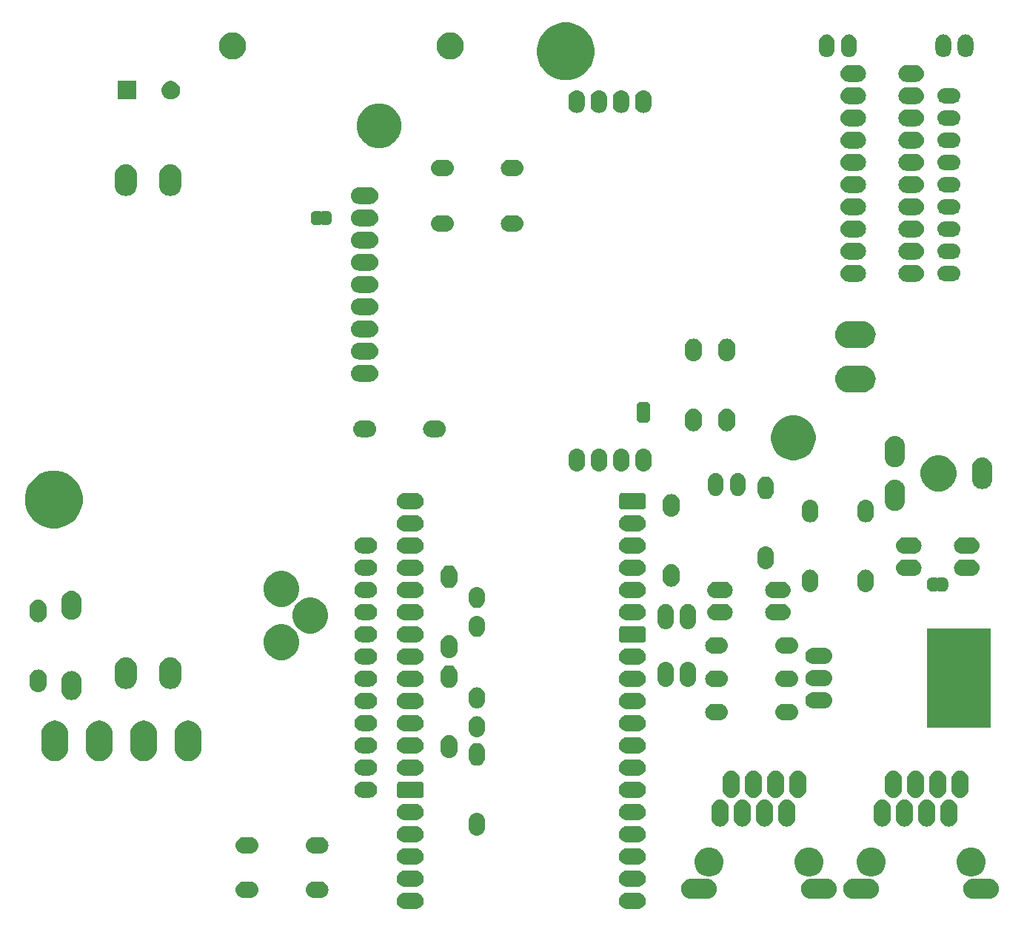
<source format=gbs>
G04 #@! TF.GenerationSoftware,KiCad,Pcbnew,5.1.5+dfsg1-2build2*
G04 #@! TF.CreationDate,2023-03-02T23:39:50+01:00*
G04 #@! TF.ProjectId,RSensHub,5253656e-7348-4756-922e-6b696361645f,rev?*
G04 #@! TF.SameCoordinates,Original*
G04 #@! TF.FileFunction,Soldermask,Bot*
G04 #@! TF.FilePolarity,Negative*
%FSLAX46Y46*%
G04 Gerber Fmt 4.6, Leading zero omitted, Abs format (unit mm)*
G04 Created by KiCad (PCBNEW 5.1.5+dfsg1-2build2) date 2023-03-02 23:39:50*
%MOMM*%
%LPD*%
G04 APERTURE LIST*
%ADD10C,0.150000*%
G04 APERTURE END LIST*
D10*
G36*
X371626425Y-122887760D02*
G01*
X371626428Y-122887761D01*
X371626429Y-122887761D01*
X371805693Y-122942140D01*
X371805696Y-122942142D01*
X371805697Y-122942142D01*
X371970903Y-123030446D01*
X372115712Y-123149288D01*
X372234554Y-123294097D01*
X372322858Y-123459303D01*
X372322860Y-123459307D01*
X372354116Y-123562346D01*
X372377240Y-123638575D01*
X372395601Y-123825000D01*
X372377240Y-124011425D01*
X372377239Y-124011428D01*
X372377239Y-124011429D01*
X372322860Y-124190693D01*
X372322858Y-124190696D01*
X372322858Y-124190697D01*
X372234554Y-124355903D01*
X372115712Y-124500712D01*
X371970903Y-124619554D01*
X371805697Y-124707858D01*
X371805693Y-124707860D01*
X371626429Y-124762239D01*
X371626428Y-124762239D01*
X371626425Y-124762240D01*
X371486718Y-124776000D01*
X370193282Y-124776000D01*
X370053575Y-124762240D01*
X370053572Y-124762239D01*
X370053571Y-124762239D01*
X369874307Y-124707860D01*
X369874303Y-124707858D01*
X369709097Y-124619554D01*
X369564288Y-124500712D01*
X369445446Y-124355903D01*
X369357142Y-124190697D01*
X369357142Y-124190696D01*
X369357140Y-124190693D01*
X369302761Y-124011429D01*
X369302761Y-124011428D01*
X369302760Y-124011425D01*
X369284399Y-123825000D01*
X369302760Y-123638575D01*
X369325884Y-123562346D01*
X369357140Y-123459307D01*
X369357142Y-123459303D01*
X369445446Y-123294097D01*
X369564288Y-123149288D01*
X369709097Y-123030446D01*
X369874303Y-122942142D01*
X369874304Y-122942142D01*
X369874307Y-122942140D01*
X370053571Y-122887761D01*
X370053572Y-122887761D01*
X370053575Y-122887760D01*
X370193282Y-122874000D01*
X371486718Y-122874000D01*
X371626425Y-122887760D01*
G37*
G36*
X346226425Y-122887760D02*
G01*
X346226428Y-122887761D01*
X346226429Y-122887761D01*
X346405693Y-122942140D01*
X346405696Y-122942142D01*
X346405697Y-122942142D01*
X346570903Y-123030446D01*
X346715712Y-123149288D01*
X346834554Y-123294097D01*
X346922858Y-123459303D01*
X346922860Y-123459307D01*
X346954116Y-123562346D01*
X346977240Y-123638575D01*
X346995601Y-123825000D01*
X346977240Y-124011425D01*
X346977239Y-124011428D01*
X346977239Y-124011429D01*
X346922860Y-124190693D01*
X346922858Y-124190696D01*
X346922858Y-124190697D01*
X346834554Y-124355903D01*
X346715712Y-124500712D01*
X346570903Y-124619554D01*
X346405697Y-124707858D01*
X346405693Y-124707860D01*
X346226429Y-124762239D01*
X346226428Y-124762239D01*
X346226425Y-124762240D01*
X346086718Y-124776000D01*
X344793282Y-124776000D01*
X344653575Y-124762240D01*
X344653572Y-124762239D01*
X344653571Y-124762239D01*
X344474307Y-124707860D01*
X344474303Y-124707858D01*
X344309097Y-124619554D01*
X344164288Y-124500712D01*
X344045446Y-124355903D01*
X343957142Y-124190697D01*
X343957142Y-124190696D01*
X343957140Y-124190693D01*
X343902761Y-124011429D01*
X343902761Y-124011428D01*
X343902760Y-124011425D01*
X343884399Y-123825000D01*
X343902760Y-123638575D01*
X343925884Y-123562346D01*
X343957140Y-123459307D01*
X343957142Y-123459303D01*
X344045446Y-123294097D01*
X344164288Y-123149288D01*
X344309097Y-123030446D01*
X344474303Y-122942142D01*
X344474304Y-122942142D01*
X344474307Y-122942140D01*
X344653571Y-122887761D01*
X344653572Y-122887761D01*
X344653575Y-122887760D01*
X344793282Y-122874000D01*
X346086718Y-122874000D01*
X346226425Y-122887760D01*
G37*
G36*
X398004025Y-121280396D02*
G01*
X398087040Y-121288572D01*
X398138635Y-121293654D01*
X398355600Y-121359470D01*
X398355602Y-121359471D01*
X398555555Y-121466347D01*
X398730818Y-121610182D01*
X398874653Y-121785445D01*
X398968334Y-121960712D01*
X398981530Y-121985400D01*
X399047346Y-122202365D01*
X399069569Y-122428000D01*
X399047346Y-122653635D01*
X399020714Y-122741429D01*
X398981529Y-122870602D01*
X398874653Y-123070555D01*
X398730818Y-123245818D01*
X398555555Y-123389653D01*
X398363628Y-123492239D01*
X398355600Y-123496530D01*
X398138635Y-123562346D01*
X398082271Y-123567897D01*
X397969545Y-123579000D01*
X396056455Y-123579000D01*
X395943729Y-123567897D01*
X395887365Y-123562346D01*
X395670400Y-123496530D01*
X395662372Y-123492239D01*
X395470445Y-123389653D01*
X395295182Y-123245818D01*
X395151347Y-123070555D01*
X395044471Y-122870602D01*
X395005287Y-122741429D01*
X394978654Y-122653635D01*
X394956431Y-122428000D01*
X394978654Y-122202365D01*
X395044470Y-121985400D01*
X395057666Y-121960712D01*
X395151347Y-121785445D01*
X395295182Y-121610182D01*
X395470445Y-121466347D01*
X395670398Y-121359471D01*
X395670400Y-121359470D01*
X395887365Y-121293654D01*
X395975231Y-121285000D01*
X396056455Y-121277000D01*
X397949980Y-121277000D01*
X397974366Y-121274598D01*
X397977311Y-121273705D01*
X398004025Y-121280396D01*
G37*
G36*
X409745634Y-121274598D02*
G01*
X409770020Y-121277000D01*
X411663545Y-121277000D01*
X411744769Y-121285000D01*
X411832635Y-121293654D01*
X412049600Y-121359470D01*
X412049602Y-121359471D01*
X412249555Y-121466347D01*
X412424818Y-121610182D01*
X412568653Y-121785445D01*
X412662334Y-121960712D01*
X412675530Y-121985400D01*
X412741346Y-122202365D01*
X412763569Y-122428000D01*
X412741346Y-122653635D01*
X412714714Y-122741429D01*
X412675529Y-122870602D01*
X412568653Y-123070555D01*
X412424818Y-123245818D01*
X412249555Y-123389653D01*
X412057628Y-123492239D01*
X412049600Y-123496530D01*
X411832635Y-123562346D01*
X411776271Y-123567897D01*
X411663545Y-123579000D01*
X409750455Y-123579000D01*
X409637729Y-123567897D01*
X409581365Y-123562346D01*
X409364400Y-123496530D01*
X409356372Y-123492239D01*
X409164445Y-123389653D01*
X408989182Y-123245818D01*
X408845347Y-123070555D01*
X408738471Y-122870602D01*
X408699287Y-122741429D01*
X408672654Y-122653635D01*
X408650431Y-122428000D01*
X408672654Y-122202365D01*
X408738470Y-121985400D01*
X408751666Y-121960712D01*
X408845347Y-121785445D01*
X408989182Y-121610182D01*
X409164445Y-121466347D01*
X409364398Y-121359471D01*
X409364400Y-121359470D01*
X409581365Y-121293654D01*
X409632960Y-121288572D01*
X409715975Y-121280396D01*
X409740009Y-121275616D01*
X409743805Y-121274043D01*
X409745634Y-121274598D01*
G37*
G36*
X379462025Y-121280396D02*
G01*
X379545040Y-121288572D01*
X379596635Y-121293654D01*
X379813600Y-121359470D01*
X379813602Y-121359471D01*
X380013555Y-121466347D01*
X380188818Y-121610182D01*
X380332653Y-121785445D01*
X380426334Y-121960712D01*
X380439530Y-121985400D01*
X380505346Y-122202365D01*
X380527569Y-122428000D01*
X380505346Y-122653635D01*
X380478714Y-122741429D01*
X380439529Y-122870602D01*
X380332653Y-123070555D01*
X380188818Y-123245818D01*
X380013555Y-123389653D01*
X379821628Y-123492239D01*
X379813600Y-123496530D01*
X379596635Y-123562346D01*
X379540271Y-123567897D01*
X379427545Y-123579000D01*
X377514455Y-123579000D01*
X377401729Y-123567897D01*
X377345365Y-123562346D01*
X377128400Y-123496530D01*
X377120372Y-123492239D01*
X376928445Y-123389653D01*
X376753182Y-123245818D01*
X376609347Y-123070555D01*
X376502471Y-122870602D01*
X376463287Y-122741429D01*
X376436654Y-122653635D01*
X376414431Y-122428000D01*
X376436654Y-122202365D01*
X376502470Y-121985400D01*
X376515666Y-121960712D01*
X376609347Y-121785445D01*
X376753182Y-121610182D01*
X376928445Y-121466347D01*
X377128398Y-121359471D01*
X377128400Y-121359470D01*
X377345365Y-121293654D01*
X377433231Y-121285000D01*
X377514455Y-121277000D01*
X379407980Y-121277000D01*
X379432366Y-121274598D01*
X379435311Y-121273705D01*
X379462025Y-121280396D01*
G37*
G36*
X391203634Y-121274598D02*
G01*
X391228020Y-121277000D01*
X393121545Y-121277000D01*
X393202769Y-121285000D01*
X393290635Y-121293654D01*
X393507600Y-121359470D01*
X393507602Y-121359471D01*
X393707555Y-121466347D01*
X393882818Y-121610182D01*
X394026653Y-121785445D01*
X394120334Y-121960712D01*
X394133530Y-121985400D01*
X394199346Y-122202365D01*
X394221569Y-122428000D01*
X394199346Y-122653635D01*
X394172714Y-122741429D01*
X394133529Y-122870602D01*
X394026653Y-123070555D01*
X393882818Y-123245818D01*
X393707555Y-123389653D01*
X393515628Y-123492239D01*
X393507600Y-123496530D01*
X393290635Y-123562346D01*
X393234271Y-123567897D01*
X393121545Y-123579000D01*
X391208455Y-123579000D01*
X391095729Y-123567897D01*
X391039365Y-123562346D01*
X390822400Y-123496530D01*
X390814372Y-123492239D01*
X390622445Y-123389653D01*
X390447182Y-123245818D01*
X390303347Y-123070555D01*
X390196471Y-122870602D01*
X390157287Y-122741429D01*
X390130654Y-122653635D01*
X390108431Y-122428000D01*
X390130654Y-122202365D01*
X390196470Y-121985400D01*
X390209666Y-121960712D01*
X390303347Y-121785445D01*
X390447182Y-121610182D01*
X390622445Y-121466347D01*
X390822398Y-121359471D01*
X390822400Y-121359470D01*
X391039365Y-121293654D01*
X391090960Y-121288572D01*
X391173975Y-121280396D01*
X391198009Y-121275616D01*
X391201805Y-121274043D01*
X391203634Y-121274598D01*
G37*
G36*
X335316425Y-121617760D02*
G01*
X335316428Y-121617761D01*
X335316429Y-121617761D01*
X335495693Y-121672140D01*
X335495696Y-121672142D01*
X335495697Y-121672142D01*
X335660903Y-121760446D01*
X335805712Y-121879288D01*
X335924554Y-122024097D01*
X336012858Y-122189303D01*
X336012860Y-122189307D01*
X336067239Y-122368571D01*
X336067240Y-122368575D01*
X336085601Y-122555000D01*
X336067240Y-122741425D01*
X336067239Y-122741428D01*
X336067239Y-122741429D01*
X336012860Y-122920693D01*
X336012858Y-122920696D01*
X336012858Y-122920697D01*
X335924554Y-123085903D01*
X335805712Y-123230712D01*
X335660903Y-123349554D01*
X335495697Y-123437858D01*
X335495693Y-123437860D01*
X335316429Y-123492239D01*
X335316428Y-123492239D01*
X335316425Y-123492240D01*
X335176718Y-123506000D01*
X334383282Y-123506000D01*
X334243575Y-123492240D01*
X334243572Y-123492239D01*
X334243571Y-123492239D01*
X334064307Y-123437860D01*
X334064303Y-123437858D01*
X333899097Y-123349554D01*
X333754288Y-123230712D01*
X333635446Y-123085903D01*
X333547142Y-122920697D01*
X333547142Y-122920696D01*
X333547140Y-122920693D01*
X333492761Y-122741429D01*
X333492761Y-122741428D01*
X333492760Y-122741425D01*
X333474399Y-122555000D01*
X333492760Y-122368575D01*
X333492761Y-122368571D01*
X333547140Y-122189307D01*
X333547142Y-122189303D01*
X333635446Y-122024097D01*
X333754288Y-121879288D01*
X333899097Y-121760446D01*
X334064303Y-121672142D01*
X334064304Y-121672142D01*
X334064307Y-121672140D01*
X334243571Y-121617761D01*
X334243572Y-121617761D01*
X334243575Y-121617760D01*
X334383282Y-121604000D01*
X335176718Y-121604000D01*
X335316425Y-121617760D01*
G37*
G36*
X327316425Y-121617760D02*
G01*
X327316428Y-121617761D01*
X327316429Y-121617761D01*
X327495693Y-121672140D01*
X327495696Y-121672142D01*
X327495697Y-121672142D01*
X327660903Y-121760446D01*
X327805712Y-121879288D01*
X327924554Y-122024097D01*
X328012858Y-122189303D01*
X328012860Y-122189307D01*
X328067239Y-122368571D01*
X328067240Y-122368575D01*
X328085601Y-122555000D01*
X328067240Y-122741425D01*
X328067239Y-122741428D01*
X328067239Y-122741429D01*
X328012860Y-122920693D01*
X328012858Y-122920696D01*
X328012858Y-122920697D01*
X327924554Y-123085903D01*
X327805712Y-123230712D01*
X327660903Y-123349554D01*
X327495697Y-123437858D01*
X327495693Y-123437860D01*
X327316429Y-123492239D01*
X327316428Y-123492239D01*
X327316425Y-123492240D01*
X327176718Y-123506000D01*
X326383282Y-123506000D01*
X326243575Y-123492240D01*
X326243572Y-123492239D01*
X326243571Y-123492239D01*
X326064307Y-123437860D01*
X326064303Y-123437858D01*
X325899097Y-123349554D01*
X325754288Y-123230712D01*
X325635446Y-123085903D01*
X325547142Y-122920697D01*
X325547142Y-122920696D01*
X325547140Y-122920693D01*
X325492761Y-122741429D01*
X325492761Y-122741428D01*
X325492760Y-122741425D01*
X325474399Y-122555000D01*
X325492760Y-122368575D01*
X325492761Y-122368571D01*
X325547140Y-122189307D01*
X325547142Y-122189303D01*
X325635446Y-122024097D01*
X325754288Y-121879288D01*
X325899097Y-121760446D01*
X326064303Y-121672142D01*
X326064304Y-121672142D01*
X326064307Y-121672140D01*
X326243571Y-121617761D01*
X326243572Y-121617761D01*
X326243575Y-121617760D01*
X326383282Y-121604000D01*
X327176718Y-121604000D01*
X327316425Y-121617760D01*
G37*
G36*
X346226425Y-120347760D02*
G01*
X346226428Y-120347761D01*
X346226429Y-120347761D01*
X346405693Y-120402140D01*
X346405696Y-120402142D01*
X346405697Y-120402142D01*
X346570903Y-120490446D01*
X346715712Y-120609288D01*
X346834554Y-120754097D01*
X346922858Y-120919303D01*
X346922860Y-120919307D01*
X346957470Y-121033402D01*
X346977240Y-121098575D01*
X346995601Y-121285000D01*
X346977240Y-121471425D01*
X346977239Y-121471428D01*
X346977239Y-121471429D01*
X346922860Y-121650693D01*
X346922858Y-121650696D01*
X346922858Y-121650697D01*
X346834554Y-121815903D01*
X346715712Y-121960712D01*
X346570903Y-122079554D01*
X346405697Y-122167858D01*
X346405693Y-122167860D01*
X346226429Y-122222239D01*
X346226428Y-122222239D01*
X346226425Y-122222240D01*
X346086718Y-122236000D01*
X344793282Y-122236000D01*
X344653575Y-122222240D01*
X344653572Y-122222239D01*
X344653571Y-122222239D01*
X344474307Y-122167860D01*
X344474303Y-122167858D01*
X344309097Y-122079554D01*
X344164288Y-121960712D01*
X344045446Y-121815903D01*
X343957142Y-121650697D01*
X343957142Y-121650696D01*
X343957140Y-121650693D01*
X343902761Y-121471429D01*
X343902761Y-121471428D01*
X343902760Y-121471425D01*
X343884399Y-121285000D01*
X343902760Y-121098575D01*
X343922530Y-121033402D01*
X343957140Y-120919307D01*
X343957142Y-120919303D01*
X344045446Y-120754097D01*
X344164288Y-120609288D01*
X344309097Y-120490446D01*
X344474303Y-120402142D01*
X344474304Y-120402142D01*
X344474307Y-120402140D01*
X344653571Y-120347761D01*
X344653572Y-120347761D01*
X344653575Y-120347760D01*
X344793282Y-120334000D01*
X346086718Y-120334000D01*
X346226425Y-120347760D01*
G37*
G36*
X371626425Y-120347760D02*
G01*
X371626428Y-120347761D01*
X371626429Y-120347761D01*
X371805693Y-120402140D01*
X371805696Y-120402142D01*
X371805697Y-120402142D01*
X371970903Y-120490446D01*
X372115712Y-120609288D01*
X372234554Y-120754097D01*
X372322858Y-120919303D01*
X372322860Y-120919307D01*
X372357470Y-121033402D01*
X372377240Y-121098575D01*
X372395601Y-121285000D01*
X372377240Y-121471425D01*
X372377239Y-121471428D01*
X372377239Y-121471429D01*
X372322860Y-121650693D01*
X372322858Y-121650696D01*
X372322858Y-121650697D01*
X372234554Y-121815903D01*
X372115712Y-121960712D01*
X371970903Y-122079554D01*
X371805697Y-122167858D01*
X371805693Y-122167860D01*
X371626429Y-122222239D01*
X371626428Y-122222239D01*
X371626425Y-122222240D01*
X371486718Y-122236000D01*
X370193282Y-122236000D01*
X370053575Y-122222240D01*
X370053572Y-122222239D01*
X370053571Y-122222239D01*
X369874307Y-122167860D01*
X369874303Y-122167858D01*
X369709097Y-122079554D01*
X369564288Y-121960712D01*
X369445446Y-121815903D01*
X369357142Y-121650697D01*
X369357142Y-121650696D01*
X369357140Y-121650693D01*
X369302761Y-121471429D01*
X369302761Y-121471428D01*
X369302760Y-121471425D01*
X369284399Y-121285000D01*
X369302760Y-121098575D01*
X369322530Y-121033402D01*
X369357140Y-120919307D01*
X369357142Y-120919303D01*
X369445446Y-120754097D01*
X369564288Y-120609288D01*
X369709097Y-120490446D01*
X369874303Y-120402142D01*
X369874304Y-120402142D01*
X369874307Y-120402140D01*
X370053571Y-120347761D01*
X370053572Y-120347761D01*
X370053575Y-120347760D01*
X370193282Y-120334000D01*
X371486718Y-120334000D01*
X371626425Y-120347760D01*
G37*
G36*
X409950256Y-117771298D02*
G01*
X410056579Y-117792447D01*
X410357042Y-117916903D01*
X410627451Y-118097585D01*
X410857415Y-118327549D01*
X410914003Y-118412239D01*
X411038098Y-118597960D01*
X411162553Y-118898422D01*
X411204777Y-119110693D01*
X411226000Y-119217391D01*
X411226000Y-119542609D01*
X411162553Y-119861579D01*
X411038097Y-120162042D01*
X410857415Y-120432451D01*
X410627451Y-120662415D01*
X410357042Y-120843097D01*
X410056579Y-120967553D01*
X409924617Y-120993802D01*
X409745634Y-121029404D01*
X409728337Y-121034651D01*
X409703723Y-121031000D01*
X409412389Y-121031000D01*
X409199744Y-120988702D01*
X409093421Y-120967553D01*
X408792958Y-120843097D01*
X408522549Y-120662415D01*
X408292585Y-120432451D01*
X408111903Y-120162042D01*
X407987447Y-119861579D01*
X407924000Y-119542609D01*
X407924000Y-119217391D01*
X407945224Y-119110693D01*
X407987447Y-118898422D01*
X408111902Y-118597960D01*
X408235997Y-118412239D01*
X408292585Y-118327549D01*
X408522549Y-118097585D01*
X408792958Y-117916903D01*
X409093421Y-117792447D01*
X409199744Y-117771298D01*
X409412389Y-117729000D01*
X409737611Y-117729000D01*
X409950256Y-117771298D01*
G37*
G36*
X391408256Y-117771298D02*
G01*
X391514579Y-117792447D01*
X391815042Y-117916903D01*
X392085451Y-118097585D01*
X392315415Y-118327549D01*
X392372003Y-118412239D01*
X392496098Y-118597960D01*
X392620553Y-118898422D01*
X392662777Y-119110693D01*
X392684000Y-119217391D01*
X392684000Y-119542609D01*
X392620553Y-119861579D01*
X392496097Y-120162042D01*
X392315415Y-120432451D01*
X392085451Y-120662415D01*
X391815042Y-120843097D01*
X391514579Y-120967553D01*
X391382617Y-120993802D01*
X391203634Y-121029404D01*
X391186337Y-121034651D01*
X391161723Y-121031000D01*
X390870389Y-121031000D01*
X390657744Y-120988702D01*
X390551421Y-120967553D01*
X390250958Y-120843097D01*
X389980549Y-120662415D01*
X389750585Y-120432451D01*
X389569903Y-120162042D01*
X389445447Y-119861579D01*
X389382000Y-119542609D01*
X389382000Y-119217391D01*
X389403224Y-119110693D01*
X389445447Y-118898422D01*
X389569902Y-118597960D01*
X389693997Y-118412239D01*
X389750585Y-118327549D01*
X389980549Y-118097585D01*
X390250958Y-117916903D01*
X390551421Y-117792447D01*
X390657744Y-117771298D01*
X390870389Y-117729000D01*
X391195611Y-117729000D01*
X391408256Y-117771298D01*
G37*
G36*
X398520256Y-117771298D02*
G01*
X398626579Y-117792447D01*
X398927042Y-117916903D01*
X399197451Y-118097585D01*
X399427415Y-118327549D01*
X399484003Y-118412239D01*
X399608098Y-118597960D01*
X399732553Y-118898422D01*
X399774777Y-119110693D01*
X399796000Y-119217391D01*
X399796000Y-119542609D01*
X399732553Y-119861579D01*
X399608097Y-120162042D01*
X399427415Y-120432451D01*
X399197451Y-120662415D01*
X398927042Y-120843097D01*
X398626579Y-120967553D01*
X398520256Y-120988702D01*
X398307611Y-121031000D01*
X398016277Y-121031000D01*
X397991891Y-121033402D01*
X397989718Y-121034061D01*
X397974366Y-121029404D01*
X397795383Y-120993802D01*
X397663421Y-120967553D01*
X397362958Y-120843097D01*
X397092549Y-120662415D01*
X396862585Y-120432451D01*
X396681903Y-120162042D01*
X396557447Y-119861579D01*
X396494000Y-119542609D01*
X396494000Y-119217391D01*
X396515224Y-119110693D01*
X396557447Y-118898422D01*
X396681902Y-118597960D01*
X396805997Y-118412239D01*
X396862585Y-118327549D01*
X397092549Y-118097585D01*
X397362958Y-117916903D01*
X397663421Y-117792447D01*
X397769744Y-117771298D01*
X397982389Y-117729000D01*
X398307611Y-117729000D01*
X398520256Y-117771298D01*
G37*
G36*
X379978256Y-117771298D02*
G01*
X380084579Y-117792447D01*
X380385042Y-117916903D01*
X380655451Y-118097585D01*
X380885415Y-118327549D01*
X380942003Y-118412239D01*
X381066098Y-118597960D01*
X381190553Y-118898422D01*
X381232777Y-119110693D01*
X381254000Y-119217391D01*
X381254000Y-119542609D01*
X381190553Y-119861579D01*
X381066097Y-120162042D01*
X380885415Y-120432451D01*
X380655451Y-120662415D01*
X380385042Y-120843097D01*
X380084579Y-120967553D01*
X379978256Y-120988702D01*
X379765611Y-121031000D01*
X379474277Y-121031000D01*
X379449891Y-121033402D01*
X379447718Y-121034061D01*
X379432366Y-121029404D01*
X379253383Y-120993802D01*
X379121421Y-120967553D01*
X378820958Y-120843097D01*
X378550549Y-120662415D01*
X378320585Y-120432451D01*
X378139903Y-120162042D01*
X378015447Y-119861579D01*
X377952000Y-119542609D01*
X377952000Y-119217391D01*
X377973224Y-119110693D01*
X378015447Y-118898422D01*
X378139902Y-118597960D01*
X378263997Y-118412239D01*
X378320585Y-118327549D01*
X378550549Y-118097585D01*
X378820958Y-117916903D01*
X379121421Y-117792447D01*
X379227744Y-117771298D01*
X379440389Y-117729000D01*
X379765611Y-117729000D01*
X379978256Y-117771298D01*
G37*
G36*
X346226425Y-117807760D02*
G01*
X346226428Y-117807761D01*
X346226429Y-117807761D01*
X346405693Y-117862140D01*
X346405696Y-117862142D01*
X346405697Y-117862142D01*
X346570903Y-117950446D01*
X346715712Y-118069288D01*
X346834554Y-118214097D01*
X346922858Y-118379303D01*
X346922860Y-118379307D01*
X346977239Y-118558571D01*
X346977240Y-118558575D01*
X346995601Y-118745000D01*
X346977240Y-118931425D01*
X346977239Y-118931428D01*
X346977239Y-118931429D01*
X346922860Y-119110693D01*
X346922858Y-119110696D01*
X346922858Y-119110697D01*
X346834554Y-119275903D01*
X346715712Y-119420712D01*
X346570903Y-119539554D01*
X346405697Y-119627858D01*
X346405693Y-119627860D01*
X346226429Y-119682239D01*
X346226428Y-119682239D01*
X346226425Y-119682240D01*
X346086718Y-119696000D01*
X344793282Y-119696000D01*
X344653575Y-119682240D01*
X344653572Y-119682239D01*
X344653571Y-119682239D01*
X344474307Y-119627860D01*
X344474303Y-119627858D01*
X344309097Y-119539554D01*
X344164288Y-119420712D01*
X344045446Y-119275903D01*
X343957142Y-119110697D01*
X343957142Y-119110696D01*
X343957140Y-119110693D01*
X343902761Y-118931429D01*
X343902761Y-118931428D01*
X343902760Y-118931425D01*
X343884399Y-118745000D01*
X343902760Y-118558575D01*
X343902761Y-118558571D01*
X343957140Y-118379307D01*
X343957142Y-118379303D01*
X344045446Y-118214097D01*
X344164288Y-118069288D01*
X344309097Y-117950446D01*
X344474303Y-117862142D01*
X344474304Y-117862142D01*
X344474307Y-117862140D01*
X344653571Y-117807761D01*
X344653572Y-117807761D01*
X344653575Y-117807760D01*
X344793282Y-117794000D01*
X346086718Y-117794000D01*
X346226425Y-117807760D01*
G37*
G36*
X371626425Y-117807760D02*
G01*
X371626428Y-117807761D01*
X371626429Y-117807761D01*
X371805693Y-117862140D01*
X371805696Y-117862142D01*
X371805697Y-117862142D01*
X371970903Y-117950446D01*
X372115712Y-118069288D01*
X372234554Y-118214097D01*
X372322858Y-118379303D01*
X372322860Y-118379307D01*
X372377239Y-118558571D01*
X372377240Y-118558575D01*
X372395601Y-118745000D01*
X372377240Y-118931425D01*
X372377239Y-118931428D01*
X372377239Y-118931429D01*
X372322860Y-119110693D01*
X372322858Y-119110696D01*
X372322858Y-119110697D01*
X372234554Y-119275903D01*
X372115712Y-119420712D01*
X371970903Y-119539554D01*
X371805697Y-119627858D01*
X371805693Y-119627860D01*
X371626429Y-119682239D01*
X371626428Y-119682239D01*
X371626425Y-119682240D01*
X371486718Y-119696000D01*
X370193282Y-119696000D01*
X370053575Y-119682240D01*
X370053572Y-119682239D01*
X370053571Y-119682239D01*
X369874307Y-119627860D01*
X369874303Y-119627858D01*
X369709097Y-119539554D01*
X369564288Y-119420712D01*
X369445446Y-119275903D01*
X369357142Y-119110697D01*
X369357142Y-119110696D01*
X369357140Y-119110693D01*
X369302761Y-118931429D01*
X369302761Y-118931428D01*
X369302760Y-118931425D01*
X369284399Y-118745000D01*
X369302760Y-118558575D01*
X369302761Y-118558571D01*
X369357140Y-118379307D01*
X369357142Y-118379303D01*
X369445446Y-118214097D01*
X369564288Y-118069288D01*
X369709097Y-117950446D01*
X369874303Y-117862142D01*
X369874304Y-117862142D01*
X369874307Y-117862140D01*
X370053571Y-117807761D01*
X370053572Y-117807761D01*
X370053575Y-117807760D01*
X370193282Y-117794000D01*
X371486718Y-117794000D01*
X371626425Y-117807760D01*
G37*
G36*
X335316425Y-116537760D02*
G01*
X335316428Y-116537761D01*
X335316429Y-116537761D01*
X335495693Y-116592140D01*
X335495696Y-116592142D01*
X335495697Y-116592142D01*
X335660903Y-116680446D01*
X335805712Y-116799288D01*
X335924554Y-116944097D01*
X336012858Y-117109303D01*
X336012860Y-117109307D01*
X336067239Y-117288571D01*
X336067240Y-117288575D01*
X336085601Y-117475000D01*
X336067240Y-117661425D01*
X336067239Y-117661428D01*
X336067239Y-117661429D01*
X336012860Y-117840693D01*
X336012858Y-117840696D01*
X336012858Y-117840697D01*
X335924554Y-118005903D01*
X335805712Y-118150712D01*
X335660903Y-118269554D01*
X335495697Y-118357858D01*
X335495693Y-118357860D01*
X335316429Y-118412239D01*
X335316428Y-118412239D01*
X335316425Y-118412240D01*
X335176718Y-118426000D01*
X334383282Y-118426000D01*
X334243575Y-118412240D01*
X334243572Y-118412239D01*
X334243571Y-118412239D01*
X334064307Y-118357860D01*
X334064303Y-118357858D01*
X333899097Y-118269554D01*
X333754288Y-118150712D01*
X333635446Y-118005903D01*
X333547142Y-117840697D01*
X333547142Y-117840696D01*
X333547140Y-117840693D01*
X333492761Y-117661429D01*
X333492761Y-117661428D01*
X333492760Y-117661425D01*
X333474399Y-117475000D01*
X333492760Y-117288575D01*
X333492761Y-117288571D01*
X333547140Y-117109307D01*
X333547142Y-117109303D01*
X333635446Y-116944097D01*
X333754288Y-116799288D01*
X333899097Y-116680446D01*
X334064303Y-116592142D01*
X334064304Y-116592142D01*
X334064307Y-116592140D01*
X334243571Y-116537761D01*
X334243572Y-116537761D01*
X334243575Y-116537760D01*
X334383282Y-116524000D01*
X335176718Y-116524000D01*
X335316425Y-116537760D01*
G37*
G36*
X327316425Y-116537760D02*
G01*
X327316428Y-116537761D01*
X327316429Y-116537761D01*
X327495693Y-116592140D01*
X327495696Y-116592142D01*
X327495697Y-116592142D01*
X327660903Y-116680446D01*
X327805712Y-116799288D01*
X327924554Y-116944097D01*
X328012858Y-117109303D01*
X328012860Y-117109307D01*
X328067239Y-117288571D01*
X328067240Y-117288575D01*
X328085601Y-117475000D01*
X328067240Y-117661425D01*
X328067239Y-117661428D01*
X328067239Y-117661429D01*
X328012860Y-117840693D01*
X328012858Y-117840696D01*
X328012858Y-117840697D01*
X327924554Y-118005903D01*
X327805712Y-118150712D01*
X327660903Y-118269554D01*
X327495697Y-118357858D01*
X327495693Y-118357860D01*
X327316429Y-118412239D01*
X327316428Y-118412239D01*
X327316425Y-118412240D01*
X327176718Y-118426000D01*
X326383282Y-118426000D01*
X326243575Y-118412240D01*
X326243572Y-118412239D01*
X326243571Y-118412239D01*
X326064307Y-118357860D01*
X326064303Y-118357858D01*
X325899097Y-118269554D01*
X325754288Y-118150712D01*
X325635446Y-118005903D01*
X325547142Y-117840697D01*
X325547142Y-117840696D01*
X325547140Y-117840693D01*
X325492761Y-117661429D01*
X325492761Y-117661428D01*
X325492760Y-117661425D01*
X325474399Y-117475000D01*
X325492760Y-117288575D01*
X325492761Y-117288571D01*
X325547140Y-117109307D01*
X325547142Y-117109303D01*
X325635446Y-116944097D01*
X325754288Y-116799288D01*
X325899097Y-116680446D01*
X326064303Y-116592142D01*
X326064304Y-116592142D01*
X326064307Y-116592140D01*
X326243571Y-116537761D01*
X326243572Y-116537761D01*
X326243575Y-116537760D01*
X326383282Y-116524000D01*
X327176718Y-116524000D01*
X327316425Y-116537760D01*
G37*
G36*
X346226425Y-115267760D02*
G01*
X346226428Y-115267761D01*
X346226429Y-115267761D01*
X346405693Y-115322140D01*
X346405696Y-115322142D01*
X346405697Y-115322142D01*
X346570903Y-115410446D01*
X346715712Y-115529288D01*
X346834554Y-115674097D01*
X346894202Y-115785692D01*
X346922860Y-115839307D01*
X346956712Y-115950903D01*
X346977240Y-116018575D01*
X346995601Y-116205000D01*
X346977240Y-116391425D01*
X346977239Y-116391428D01*
X346977239Y-116391429D01*
X346922860Y-116570693D01*
X346922858Y-116570696D01*
X346922858Y-116570697D01*
X346834554Y-116735903D01*
X346715712Y-116880712D01*
X346570903Y-116999554D01*
X346405697Y-117087858D01*
X346405693Y-117087860D01*
X346226429Y-117142239D01*
X346226428Y-117142239D01*
X346226425Y-117142240D01*
X346086718Y-117156000D01*
X344793282Y-117156000D01*
X344653575Y-117142240D01*
X344653572Y-117142239D01*
X344653571Y-117142239D01*
X344474307Y-117087860D01*
X344474303Y-117087858D01*
X344309097Y-116999554D01*
X344164288Y-116880712D01*
X344045446Y-116735903D01*
X343957142Y-116570697D01*
X343957142Y-116570696D01*
X343957140Y-116570693D01*
X343902761Y-116391429D01*
X343902761Y-116391428D01*
X343902760Y-116391425D01*
X343884399Y-116205000D01*
X343902760Y-116018575D01*
X343923288Y-115950903D01*
X343957140Y-115839307D01*
X343985798Y-115785692D01*
X344045446Y-115674097D01*
X344164288Y-115529288D01*
X344309097Y-115410446D01*
X344474303Y-115322142D01*
X344474304Y-115322142D01*
X344474307Y-115322140D01*
X344653571Y-115267761D01*
X344653572Y-115267761D01*
X344653575Y-115267760D01*
X344793282Y-115254000D01*
X346086718Y-115254000D01*
X346226425Y-115267760D01*
G37*
G36*
X371626425Y-115267760D02*
G01*
X371626428Y-115267761D01*
X371626429Y-115267761D01*
X371805693Y-115322140D01*
X371805696Y-115322142D01*
X371805697Y-115322142D01*
X371970903Y-115410446D01*
X372115712Y-115529288D01*
X372234554Y-115674097D01*
X372294202Y-115785692D01*
X372322860Y-115839307D01*
X372356712Y-115950903D01*
X372377240Y-116018575D01*
X372395601Y-116205000D01*
X372377240Y-116391425D01*
X372377239Y-116391428D01*
X372377239Y-116391429D01*
X372322860Y-116570693D01*
X372322858Y-116570696D01*
X372322858Y-116570697D01*
X372234554Y-116735903D01*
X372115712Y-116880712D01*
X371970903Y-116999554D01*
X371805697Y-117087858D01*
X371805693Y-117087860D01*
X371626429Y-117142239D01*
X371626428Y-117142239D01*
X371626425Y-117142240D01*
X371486718Y-117156000D01*
X370193282Y-117156000D01*
X370053575Y-117142240D01*
X370053572Y-117142239D01*
X370053571Y-117142239D01*
X369874307Y-117087860D01*
X369874303Y-117087858D01*
X369709097Y-116999554D01*
X369564288Y-116880712D01*
X369445446Y-116735903D01*
X369357142Y-116570697D01*
X369357142Y-116570696D01*
X369357140Y-116570693D01*
X369302761Y-116391429D01*
X369302761Y-116391428D01*
X369302760Y-116391425D01*
X369284399Y-116205000D01*
X369302760Y-116018575D01*
X369323288Y-115950903D01*
X369357140Y-115839307D01*
X369385798Y-115785692D01*
X369445446Y-115674097D01*
X369564288Y-115529288D01*
X369709097Y-115410446D01*
X369874303Y-115322142D01*
X369874304Y-115322142D01*
X369874307Y-115322140D01*
X370053571Y-115267761D01*
X370053572Y-115267761D01*
X370053575Y-115267760D01*
X370193282Y-115254000D01*
X371486718Y-115254000D01*
X371626425Y-115267760D01*
G37*
G36*
X353246424Y-113782760D02*
G01*
X353246427Y-113782761D01*
X353246428Y-113782761D01*
X353425692Y-113837140D01*
X353425695Y-113837142D01*
X353425696Y-113837142D01*
X353590903Y-113925446D01*
X353735712Y-114044288D01*
X353854554Y-114189097D01*
X353935593Y-114340712D01*
X353942860Y-114354307D01*
X353974786Y-114459554D01*
X353997240Y-114533575D01*
X354011000Y-114673282D01*
X354011000Y-115466717D01*
X353997240Y-115606426D01*
X353942859Y-115785695D01*
X353854554Y-115950903D01*
X353735712Y-116095712D01*
X353590903Y-116214554D01*
X353425697Y-116302858D01*
X353425693Y-116302860D01*
X353246429Y-116357239D01*
X353246428Y-116357239D01*
X353246425Y-116357240D01*
X353060000Y-116375601D01*
X352873576Y-116357240D01*
X352873573Y-116357239D01*
X352873572Y-116357239D01*
X352694308Y-116302860D01*
X352694304Y-116302858D01*
X352529098Y-116214554D01*
X352384289Y-116095712D01*
X352265447Y-115950903D01*
X352177140Y-115785692D01*
X352122760Y-115606430D01*
X352109000Y-115466718D01*
X352109000Y-114673283D01*
X352122760Y-114533576D01*
X352122761Y-114533572D01*
X352177140Y-114354308D01*
X352184407Y-114340712D01*
X352265446Y-114189097D01*
X352384288Y-114044288D01*
X352529097Y-113925446D01*
X352694303Y-113837142D01*
X352694304Y-113837142D01*
X352694307Y-113837140D01*
X352873571Y-113782761D01*
X352873572Y-113782761D01*
X352873575Y-113782760D01*
X353060000Y-113764399D01*
X353246424Y-113782760D01*
G37*
G36*
X402141424Y-112242760D02*
G01*
X402141427Y-112242761D01*
X402141428Y-112242761D01*
X402320692Y-112297140D01*
X402320695Y-112297142D01*
X402320696Y-112297142D01*
X402485903Y-112385446D01*
X402630712Y-112504288D01*
X402749554Y-112649097D01*
X402837858Y-112814303D01*
X402837860Y-112814307D01*
X402890940Y-112989288D01*
X402892240Y-112993575D01*
X402906000Y-113133282D01*
X402906000Y-114426718D01*
X402892240Y-114566425D01*
X402892239Y-114566428D01*
X402892239Y-114566429D01*
X402837860Y-114745693D01*
X402837858Y-114745696D01*
X402837858Y-114745697D01*
X402749554Y-114910903D01*
X402630712Y-115055712D01*
X402485903Y-115174554D01*
X402337269Y-115254000D01*
X402320693Y-115262860D01*
X402141429Y-115317239D01*
X402141428Y-115317239D01*
X402141425Y-115317240D01*
X401955000Y-115335601D01*
X401768576Y-115317240D01*
X401768573Y-115317239D01*
X401768572Y-115317239D01*
X401589308Y-115262860D01*
X401572732Y-115254000D01*
X401424098Y-115174554D01*
X401279289Y-115055712D01*
X401160447Y-114910903D01*
X401072140Y-114745692D01*
X401017760Y-114566430D01*
X401004000Y-114426718D01*
X401004000Y-113133283D01*
X401017760Y-112993576D01*
X401017761Y-112993572D01*
X401072140Y-112814308D01*
X401118400Y-112727761D01*
X401160446Y-112649097D01*
X401279288Y-112504288D01*
X401424097Y-112385446D01*
X401589303Y-112297142D01*
X401589304Y-112297142D01*
X401589307Y-112297140D01*
X401768571Y-112242761D01*
X401768572Y-112242761D01*
X401768575Y-112242760D01*
X401955000Y-112224399D01*
X402141424Y-112242760D01*
G37*
G36*
X399601424Y-112242760D02*
G01*
X399601427Y-112242761D01*
X399601428Y-112242761D01*
X399780692Y-112297140D01*
X399780695Y-112297142D01*
X399780696Y-112297142D01*
X399945903Y-112385446D01*
X400090712Y-112504288D01*
X400209554Y-112649097D01*
X400297858Y-112814303D01*
X400297860Y-112814307D01*
X400350940Y-112989288D01*
X400352240Y-112993575D01*
X400366000Y-113133282D01*
X400366000Y-114426718D01*
X400352240Y-114566425D01*
X400352239Y-114566428D01*
X400352239Y-114566429D01*
X400297860Y-114745693D01*
X400297858Y-114745696D01*
X400297858Y-114745697D01*
X400209554Y-114910903D01*
X400090712Y-115055712D01*
X399945903Y-115174554D01*
X399797269Y-115254000D01*
X399780693Y-115262860D01*
X399601429Y-115317239D01*
X399601428Y-115317239D01*
X399601425Y-115317240D01*
X399415000Y-115335601D01*
X399228576Y-115317240D01*
X399228573Y-115317239D01*
X399228572Y-115317239D01*
X399049308Y-115262860D01*
X399032732Y-115254000D01*
X398884098Y-115174554D01*
X398739289Y-115055712D01*
X398620447Y-114910903D01*
X398532140Y-114745692D01*
X398477760Y-114566430D01*
X398464000Y-114426718D01*
X398464000Y-113133283D01*
X398477760Y-112993576D01*
X398477761Y-112993572D01*
X398532140Y-112814308D01*
X398578400Y-112727761D01*
X398620446Y-112649097D01*
X398739288Y-112504288D01*
X398884097Y-112385446D01*
X399049303Y-112297142D01*
X399049304Y-112297142D01*
X399049307Y-112297140D01*
X399228571Y-112242761D01*
X399228572Y-112242761D01*
X399228575Y-112242760D01*
X399415000Y-112224399D01*
X399601424Y-112242760D01*
G37*
G36*
X388679424Y-112242760D02*
G01*
X388679427Y-112242761D01*
X388679428Y-112242761D01*
X388858692Y-112297140D01*
X388858695Y-112297142D01*
X388858696Y-112297142D01*
X389023903Y-112385446D01*
X389168712Y-112504288D01*
X389287554Y-112649097D01*
X389375858Y-112814303D01*
X389375860Y-112814307D01*
X389428940Y-112989288D01*
X389430240Y-112993575D01*
X389444000Y-113133282D01*
X389444000Y-114426718D01*
X389430240Y-114566425D01*
X389430239Y-114566428D01*
X389430239Y-114566429D01*
X389375860Y-114745693D01*
X389375858Y-114745696D01*
X389375858Y-114745697D01*
X389287554Y-114910903D01*
X389168712Y-115055712D01*
X389023903Y-115174554D01*
X388875269Y-115254000D01*
X388858693Y-115262860D01*
X388679429Y-115317239D01*
X388679428Y-115317239D01*
X388679425Y-115317240D01*
X388493000Y-115335601D01*
X388306576Y-115317240D01*
X388306573Y-115317239D01*
X388306572Y-115317239D01*
X388127308Y-115262860D01*
X388110732Y-115254000D01*
X387962098Y-115174554D01*
X387817289Y-115055712D01*
X387698447Y-114910903D01*
X387610140Y-114745692D01*
X387555760Y-114566430D01*
X387542000Y-114426718D01*
X387542000Y-113133283D01*
X387555760Y-112993576D01*
X387555761Y-112993572D01*
X387610140Y-112814308D01*
X387656400Y-112727761D01*
X387698446Y-112649097D01*
X387817288Y-112504288D01*
X387962097Y-112385446D01*
X388127303Y-112297142D01*
X388127304Y-112297142D01*
X388127307Y-112297140D01*
X388306571Y-112242761D01*
X388306572Y-112242761D01*
X388306575Y-112242760D01*
X388493000Y-112224399D01*
X388679424Y-112242760D01*
G37*
G36*
X386139424Y-112242760D02*
G01*
X386139427Y-112242761D01*
X386139428Y-112242761D01*
X386318692Y-112297140D01*
X386318695Y-112297142D01*
X386318696Y-112297142D01*
X386483903Y-112385446D01*
X386628712Y-112504288D01*
X386747554Y-112649097D01*
X386835858Y-112814303D01*
X386835860Y-112814307D01*
X386888940Y-112989288D01*
X386890240Y-112993575D01*
X386904000Y-113133282D01*
X386904000Y-114426718D01*
X386890240Y-114566425D01*
X386890239Y-114566428D01*
X386890239Y-114566429D01*
X386835860Y-114745693D01*
X386835858Y-114745696D01*
X386835858Y-114745697D01*
X386747554Y-114910903D01*
X386628712Y-115055712D01*
X386483903Y-115174554D01*
X386335269Y-115254000D01*
X386318693Y-115262860D01*
X386139429Y-115317239D01*
X386139428Y-115317239D01*
X386139425Y-115317240D01*
X385953000Y-115335601D01*
X385766576Y-115317240D01*
X385766573Y-115317239D01*
X385766572Y-115317239D01*
X385587308Y-115262860D01*
X385570732Y-115254000D01*
X385422098Y-115174554D01*
X385277289Y-115055712D01*
X385158447Y-114910903D01*
X385070140Y-114745692D01*
X385015760Y-114566430D01*
X385002000Y-114426718D01*
X385002000Y-113133283D01*
X385015760Y-112993576D01*
X385015761Y-112993572D01*
X385070140Y-112814308D01*
X385116400Y-112727761D01*
X385158446Y-112649097D01*
X385277288Y-112504288D01*
X385422097Y-112385446D01*
X385587303Y-112297142D01*
X385587304Y-112297142D01*
X385587307Y-112297140D01*
X385766571Y-112242761D01*
X385766572Y-112242761D01*
X385766575Y-112242760D01*
X385953000Y-112224399D01*
X386139424Y-112242760D01*
G37*
G36*
X383599424Y-112242760D02*
G01*
X383599427Y-112242761D01*
X383599428Y-112242761D01*
X383778692Y-112297140D01*
X383778695Y-112297142D01*
X383778696Y-112297142D01*
X383943903Y-112385446D01*
X384088712Y-112504288D01*
X384207554Y-112649097D01*
X384295858Y-112814303D01*
X384295860Y-112814307D01*
X384348940Y-112989288D01*
X384350240Y-112993575D01*
X384364000Y-113133282D01*
X384364000Y-114426718D01*
X384350240Y-114566425D01*
X384350239Y-114566428D01*
X384350239Y-114566429D01*
X384295860Y-114745693D01*
X384295858Y-114745696D01*
X384295858Y-114745697D01*
X384207554Y-114910903D01*
X384088712Y-115055712D01*
X383943903Y-115174554D01*
X383795269Y-115254000D01*
X383778693Y-115262860D01*
X383599429Y-115317239D01*
X383599428Y-115317239D01*
X383599425Y-115317240D01*
X383413000Y-115335601D01*
X383226576Y-115317240D01*
X383226573Y-115317239D01*
X383226572Y-115317239D01*
X383047308Y-115262860D01*
X383030732Y-115254000D01*
X382882098Y-115174554D01*
X382737289Y-115055712D01*
X382618447Y-114910903D01*
X382530140Y-114745692D01*
X382475760Y-114566430D01*
X382462000Y-114426718D01*
X382462000Y-113133283D01*
X382475760Y-112993576D01*
X382475761Y-112993572D01*
X382530140Y-112814308D01*
X382576400Y-112727761D01*
X382618446Y-112649097D01*
X382737288Y-112504288D01*
X382882097Y-112385446D01*
X383047303Y-112297142D01*
X383047304Y-112297142D01*
X383047307Y-112297140D01*
X383226571Y-112242761D01*
X383226572Y-112242761D01*
X383226575Y-112242760D01*
X383413000Y-112224399D01*
X383599424Y-112242760D01*
G37*
G36*
X381059424Y-112242760D02*
G01*
X381059427Y-112242761D01*
X381059428Y-112242761D01*
X381238692Y-112297140D01*
X381238695Y-112297142D01*
X381238696Y-112297142D01*
X381403903Y-112385446D01*
X381548712Y-112504288D01*
X381667554Y-112649097D01*
X381755858Y-112814303D01*
X381755860Y-112814307D01*
X381808940Y-112989288D01*
X381810240Y-112993575D01*
X381824000Y-113133282D01*
X381824000Y-114426718D01*
X381810240Y-114566425D01*
X381810239Y-114566428D01*
X381810239Y-114566429D01*
X381755860Y-114745693D01*
X381755858Y-114745696D01*
X381755858Y-114745697D01*
X381667554Y-114910903D01*
X381548712Y-115055712D01*
X381403903Y-115174554D01*
X381255269Y-115254000D01*
X381238693Y-115262860D01*
X381059429Y-115317239D01*
X381059428Y-115317239D01*
X381059425Y-115317240D01*
X380873000Y-115335601D01*
X380686576Y-115317240D01*
X380686573Y-115317239D01*
X380686572Y-115317239D01*
X380507308Y-115262860D01*
X380490732Y-115254000D01*
X380342098Y-115174554D01*
X380197289Y-115055712D01*
X380078447Y-114910903D01*
X379990140Y-114745692D01*
X379935760Y-114566430D01*
X379922000Y-114426718D01*
X379922000Y-113133283D01*
X379935760Y-112993576D01*
X379935761Y-112993572D01*
X379990140Y-112814308D01*
X380036400Y-112727761D01*
X380078446Y-112649097D01*
X380197288Y-112504288D01*
X380342097Y-112385446D01*
X380507303Y-112297142D01*
X380507304Y-112297142D01*
X380507307Y-112297140D01*
X380686571Y-112242761D01*
X380686572Y-112242761D01*
X380686575Y-112242760D01*
X380873000Y-112224399D01*
X381059424Y-112242760D01*
G37*
G36*
X407221424Y-112242760D02*
G01*
X407221427Y-112242761D01*
X407221428Y-112242761D01*
X407400692Y-112297140D01*
X407400695Y-112297142D01*
X407400696Y-112297142D01*
X407565903Y-112385446D01*
X407710712Y-112504288D01*
X407829554Y-112649097D01*
X407917858Y-112814303D01*
X407917860Y-112814307D01*
X407970940Y-112989288D01*
X407972240Y-112993575D01*
X407986000Y-113133282D01*
X407986000Y-114426718D01*
X407972240Y-114566425D01*
X407972239Y-114566428D01*
X407972239Y-114566429D01*
X407917860Y-114745693D01*
X407917858Y-114745696D01*
X407917858Y-114745697D01*
X407829554Y-114910903D01*
X407710712Y-115055712D01*
X407565903Y-115174554D01*
X407417269Y-115254000D01*
X407400693Y-115262860D01*
X407221429Y-115317239D01*
X407221428Y-115317239D01*
X407221425Y-115317240D01*
X407035000Y-115335601D01*
X406848576Y-115317240D01*
X406848573Y-115317239D01*
X406848572Y-115317239D01*
X406669308Y-115262860D01*
X406652732Y-115254000D01*
X406504098Y-115174554D01*
X406359289Y-115055712D01*
X406240447Y-114910903D01*
X406152140Y-114745692D01*
X406097760Y-114566430D01*
X406084000Y-114426718D01*
X406084000Y-113133283D01*
X406097760Y-112993576D01*
X406097761Y-112993572D01*
X406152140Y-112814308D01*
X406198400Y-112727761D01*
X406240446Y-112649097D01*
X406359288Y-112504288D01*
X406504097Y-112385446D01*
X406669303Y-112297142D01*
X406669304Y-112297142D01*
X406669307Y-112297140D01*
X406848571Y-112242761D01*
X406848572Y-112242761D01*
X406848575Y-112242760D01*
X407035000Y-112224399D01*
X407221424Y-112242760D01*
G37*
G36*
X404681424Y-112242760D02*
G01*
X404681427Y-112242761D01*
X404681428Y-112242761D01*
X404860692Y-112297140D01*
X404860695Y-112297142D01*
X404860696Y-112297142D01*
X405025903Y-112385446D01*
X405170712Y-112504288D01*
X405289554Y-112649097D01*
X405377858Y-112814303D01*
X405377860Y-112814307D01*
X405430940Y-112989288D01*
X405432240Y-112993575D01*
X405446000Y-113133282D01*
X405446000Y-114426718D01*
X405432240Y-114566425D01*
X405432239Y-114566428D01*
X405432239Y-114566429D01*
X405377860Y-114745693D01*
X405377858Y-114745696D01*
X405377858Y-114745697D01*
X405289554Y-114910903D01*
X405170712Y-115055712D01*
X405025903Y-115174554D01*
X404877269Y-115254000D01*
X404860693Y-115262860D01*
X404681429Y-115317239D01*
X404681428Y-115317239D01*
X404681425Y-115317240D01*
X404495000Y-115335601D01*
X404308576Y-115317240D01*
X404308573Y-115317239D01*
X404308572Y-115317239D01*
X404129308Y-115262860D01*
X404112732Y-115254000D01*
X403964098Y-115174554D01*
X403819289Y-115055712D01*
X403700447Y-114910903D01*
X403612140Y-114745692D01*
X403557760Y-114566430D01*
X403544000Y-114426718D01*
X403544000Y-113133283D01*
X403557760Y-112993576D01*
X403557761Y-112993572D01*
X403612140Y-112814308D01*
X403658400Y-112727761D01*
X403700446Y-112649097D01*
X403819288Y-112504288D01*
X403964097Y-112385446D01*
X404129303Y-112297142D01*
X404129304Y-112297142D01*
X404129307Y-112297140D01*
X404308571Y-112242761D01*
X404308572Y-112242761D01*
X404308575Y-112242760D01*
X404495000Y-112224399D01*
X404681424Y-112242760D01*
G37*
G36*
X371626425Y-112727760D02*
G01*
X371626428Y-112727761D01*
X371626429Y-112727761D01*
X371805693Y-112782140D01*
X371805696Y-112782142D01*
X371805697Y-112782142D01*
X371970903Y-112870446D01*
X372115712Y-112989288D01*
X372234554Y-113134097D01*
X372322858Y-113299303D01*
X372322860Y-113299307D01*
X372377239Y-113478571D01*
X372377240Y-113478575D01*
X372395601Y-113665000D01*
X372377240Y-113851425D01*
X372377239Y-113851428D01*
X372377239Y-113851429D01*
X372322860Y-114030693D01*
X372322858Y-114030696D01*
X372322858Y-114030697D01*
X372234554Y-114195903D01*
X372115712Y-114340712D01*
X371970903Y-114459554D01*
X371805697Y-114547858D01*
X371805693Y-114547860D01*
X371626429Y-114602239D01*
X371626428Y-114602239D01*
X371626425Y-114602240D01*
X371486718Y-114616000D01*
X370193282Y-114616000D01*
X370053575Y-114602240D01*
X370053572Y-114602239D01*
X370053571Y-114602239D01*
X369874307Y-114547860D01*
X369874303Y-114547858D01*
X369709097Y-114459554D01*
X369564288Y-114340712D01*
X369445446Y-114195903D01*
X369357142Y-114030697D01*
X369357142Y-114030696D01*
X369357140Y-114030693D01*
X369302761Y-113851429D01*
X369302761Y-113851428D01*
X369302760Y-113851425D01*
X369284399Y-113665000D01*
X369302760Y-113478575D01*
X369302761Y-113478571D01*
X369357140Y-113299307D01*
X369357142Y-113299303D01*
X369445446Y-113134097D01*
X369564288Y-112989288D01*
X369709097Y-112870446D01*
X369874303Y-112782142D01*
X369874304Y-112782142D01*
X369874307Y-112782140D01*
X370053571Y-112727761D01*
X370053572Y-112727761D01*
X370053575Y-112727760D01*
X370193282Y-112714000D01*
X371486718Y-112714000D01*
X371626425Y-112727760D01*
G37*
G36*
X346226425Y-112727760D02*
G01*
X346226428Y-112727761D01*
X346226429Y-112727761D01*
X346405693Y-112782140D01*
X346405696Y-112782142D01*
X346405697Y-112782142D01*
X346570903Y-112870446D01*
X346715712Y-112989288D01*
X346834554Y-113134097D01*
X346922858Y-113299303D01*
X346922860Y-113299307D01*
X346977239Y-113478571D01*
X346977240Y-113478575D01*
X346995601Y-113665000D01*
X346977240Y-113851425D01*
X346977239Y-113851428D01*
X346977239Y-113851429D01*
X346922860Y-114030693D01*
X346922858Y-114030696D01*
X346922858Y-114030697D01*
X346834554Y-114195903D01*
X346715712Y-114340712D01*
X346570903Y-114459554D01*
X346405697Y-114547858D01*
X346405693Y-114547860D01*
X346226429Y-114602239D01*
X346226428Y-114602239D01*
X346226425Y-114602240D01*
X346086718Y-114616000D01*
X344793282Y-114616000D01*
X344653575Y-114602240D01*
X344653572Y-114602239D01*
X344653571Y-114602239D01*
X344474307Y-114547860D01*
X344474303Y-114547858D01*
X344309097Y-114459554D01*
X344164288Y-114340712D01*
X344045446Y-114195903D01*
X343957142Y-114030697D01*
X343957142Y-114030696D01*
X343957140Y-114030693D01*
X343902761Y-113851429D01*
X343902761Y-113851428D01*
X343902760Y-113851425D01*
X343884399Y-113665000D01*
X343902760Y-113478575D01*
X343902761Y-113478571D01*
X343957140Y-113299307D01*
X343957142Y-113299303D01*
X344045446Y-113134097D01*
X344164288Y-112989288D01*
X344309097Y-112870446D01*
X344474303Y-112782142D01*
X344474304Y-112782142D01*
X344474307Y-112782140D01*
X344653571Y-112727761D01*
X344653572Y-112727761D01*
X344653575Y-112727760D01*
X344793282Y-112714000D01*
X346086718Y-112714000D01*
X346226425Y-112727760D01*
G37*
G36*
X371626425Y-110187760D02*
G01*
X371626428Y-110187761D01*
X371626429Y-110187761D01*
X371805693Y-110242140D01*
X371805696Y-110242142D01*
X371805697Y-110242142D01*
X371970903Y-110330446D01*
X372115712Y-110449288D01*
X372234554Y-110594097D01*
X372264167Y-110649500D01*
X372322860Y-110759307D01*
X372328692Y-110778534D01*
X372377240Y-110938575D01*
X372395601Y-111125000D01*
X372377240Y-111311425D01*
X372377239Y-111311428D01*
X372377239Y-111311429D01*
X372322860Y-111490693D01*
X372322858Y-111490696D01*
X372322858Y-111490697D01*
X372234554Y-111655903D01*
X372115712Y-111800712D01*
X371970903Y-111919554D01*
X371828136Y-111995864D01*
X371805693Y-112007860D01*
X371626429Y-112062239D01*
X371626428Y-112062239D01*
X371626425Y-112062240D01*
X371486718Y-112076000D01*
X370193282Y-112076000D01*
X370053575Y-112062240D01*
X370053572Y-112062239D01*
X370053571Y-112062239D01*
X369874307Y-112007860D01*
X369851864Y-111995864D01*
X369709097Y-111919554D01*
X369564288Y-111800712D01*
X369445446Y-111655903D01*
X369357142Y-111490697D01*
X369357142Y-111490696D01*
X369357140Y-111490693D01*
X369302761Y-111311429D01*
X369302761Y-111311428D01*
X369302760Y-111311425D01*
X369284399Y-111125000D01*
X369302760Y-110938575D01*
X369351308Y-110778534D01*
X369357140Y-110759307D01*
X369415833Y-110649500D01*
X369445446Y-110594097D01*
X369564288Y-110449288D01*
X369709097Y-110330446D01*
X369874303Y-110242142D01*
X369874304Y-110242142D01*
X369874307Y-110242140D01*
X370053571Y-110187761D01*
X370053572Y-110187761D01*
X370053575Y-110187760D01*
X370193282Y-110174000D01*
X371486718Y-110174000D01*
X371626425Y-110187760D01*
G37*
G36*
X346658455Y-110182528D02*
G01*
X346735812Y-110205995D01*
X346807117Y-110244108D01*
X346869608Y-110295392D01*
X346920892Y-110357883D01*
X346959005Y-110429188D01*
X346982472Y-110506545D01*
X346991000Y-110593140D01*
X346991000Y-111656860D01*
X346982472Y-111743455D01*
X346959005Y-111820812D01*
X346920892Y-111892117D01*
X346869608Y-111954608D01*
X346807117Y-112005892D01*
X346735812Y-112044005D01*
X346658455Y-112067472D01*
X346571860Y-112076000D01*
X344308140Y-112076000D01*
X344221545Y-112067472D01*
X344144188Y-112044005D01*
X344072883Y-112005892D01*
X344010392Y-111954608D01*
X343959108Y-111892117D01*
X343920995Y-111820812D01*
X343897528Y-111743455D01*
X343889000Y-111656860D01*
X343889000Y-110593140D01*
X343897528Y-110506545D01*
X343920995Y-110429188D01*
X343959108Y-110357883D01*
X344010392Y-110295392D01*
X344072883Y-110244108D01*
X344144188Y-110205995D01*
X344221545Y-110182528D01*
X344308140Y-110174000D01*
X346571860Y-110174000D01*
X346658455Y-110182528D01*
G37*
G36*
X384869424Y-108952760D02*
G01*
X384869427Y-108952761D01*
X384869428Y-108952761D01*
X385048692Y-109007140D01*
X385048695Y-109007142D01*
X385048696Y-109007142D01*
X385213903Y-109095446D01*
X385358712Y-109214288D01*
X385477554Y-109359097D01*
X385564755Y-109522239D01*
X385565860Y-109524307D01*
X385620239Y-109703571D01*
X385620240Y-109703575D01*
X385634000Y-109843282D01*
X385634000Y-111136718D01*
X385620240Y-111276425D01*
X385620239Y-111276428D01*
X385620239Y-111276429D01*
X385565860Y-111455693D01*
X385565858Y-111455696D01*
X385565858Y-111455697D01*
X385477554Y-111620903D01*
X385358712Y-111765712D01*
X385213903Y-111884554D01*
X385070053Y-111961443D01*
X385048693Y-111972860D01*
X384869429Y-112027239D01*
X384869428Y-112027239D01*
X384869425Y-112027240D01*
X384683000Y-112045601D01*
X384496576Y-112027240D01*
X384496573Y-112027239D01*
X384496572Y-112027239D01*
X384317308Y-111972860D01*
X384295948Y-111961443D01*
X384152098Y-111884554D01*
X384007289Y-111765712D01*
X383888447Y-111620903D01*
X383800140Y-111455692D01*
X383745760Y-111276430D01*
X383732000Y-111136718D01*
X383732000Y-109843283D01*
X383745760Y-109703576D01*
X383745761Y-109703572D01*
X383800140Y-109524308D01*
X383855122Y-109421443D01*
X383888446Y-109359097D01*
X384007288Y-109214288D01*
X384152097Y-109095446D01*
X384317303Y-109007142D01*
X384317304Y-109007142D01*
X384317307Y-109007140D01*
X384496571Y-108952761D01*
X384496572Y-108952761D01*
X384496575Y-108952760D01*
X384683000Y-108934399D01*
X384869424Y-108952760D01*
G37*
G36*
X389949424Y-108952760D02*
G01*
X389949427Y-108952761D01*
X389949428Y-108952761D01*
X390128692Y-109007140D01*
X390128695Y-109007142D01*
X390128696Y-109007142D01*
X390293903Y-109095446D01*
X390438712Y-109214288D01*
X390557554Y-109359097D01*
X390644755Y-109522239D01*
X390645860Y-109524307D01*
X390700239Y-109703571D01*
X390700240Y-109703575D01*
X390714000Y-109843282D01*
X390714000Y-111136718D01*
X390700240Y-111276425D01*
X390700239Y-111276428D01*
X390700239Y-111276429D01*
X390645860Y-111455693D01*
X390645858Y-111455696D01*
X390645858Y-111455697D01*
X390557554Y-111620903D01*
X390438712Y-111765712D01*
X390293903Y-111884554D01*
X390150053Y-111961443D01*
X390128693Y-111972860D01*
X389949429Y-112027239D01*
X389949428Y-112027239D01*
X389949425Y-112027240D01*
X389763000Y-112045601D01*
X389576576Y-112027240D01*
X389576573Y-112027239D01*
X389576572Y-112027239D01*
X389397308Y-111972860D01*
X389375948Y-111961443D01*
X389232098Y-111884554D01*
X389087289Y-111765712D01*
X388968447Y-111620903D01*
X388880140Y-111455692D01*
X388825760Y-111276430D01*
X388812000Y-111136718D01*
X388812000Y-109843283D01*
X388825760Y-109703576D01*
X388825761Y-109703572D01*
X388880140Y-109524308D01*
X388935122Y-109421443D01*
X388968446Y-109359097D01*
X389087288Y-109214288D01*
X389232097Y-109095446D01*
X389397303Y-109007142D01*
X389397304Y-109007142D01*
X389397307Y-109007140D01*
X389576571Y-108952761D01*
X389576572Y-108952761D01*
X389576575Y-108952760D01*
X389763000Y-108934399D01*
X389949424Y-108952760D01*
G37*
G36*
X408491424Y-108952760D02*
G01*
X408491427Y-108952761D01*
X408491428Y-108952761D01*
X408670692Y-109007140D01*
X408670695Y-109007142D01*
X408670696Y-109007142D01*
X408835903Y-109095446D01*
X408980712Y-109214288D01*
X409099554Y-109359097D01*
X409186755Y-109522239D01*
X409187860Y-109524307D01*
X409242239Y-109703571D01*
X409242240Y-109703575D01*
X409256000Y-109843282D01*
X409256000Y-111136718D01*
X409242240Y-111276425D01*
X409242239Y-111276428D01*
X409242239Y-111276429D01*
X409187860Y-111455693D01*
X409187858Y-111455696D01*
X409187858Y-111455697D01*
X409099554Y-111620903D01*
X408980712Y-111765712D01*
X408835903Y-111884554D01*
X408692053Y-111961443D01*
X408670693Y-111972860D01*
X408491429Y-112027239D01*
X408491428Y-112027239D01*
X408491425Y-112027240D01*
X408305000Y-112045601D01*
X408118576Y-112027240D01*
X408118573Y-112027239D01*
X408118572Y-112027239D01*
X407939308Y-111972860D01*
X407917948Y-111961443D01*
X407774098Y-111884554D01*
X407629289Y-111765712D01*
X407510447Y-111620903D01*
X407422140Y-111455692D01*
X407367760Y-111276430D01*
X407354000Y-111136718D01*
X407354000Y-109843283D01*
X407367760Y-109703576D01*
X407367761Y-109703572D01*
X407422140Y-109524308D01*
X407477122Y-109421443D01*
X407510446Y-109359097D01*
X407629288Y-109214288D01*
X407774097Y-109095446D01*
X407939303Y-109007142D01*
X407939304Y-109007142D01*
X407939307Y-109007140D01*
X408118571Y-108952761D01*
X408118572Y-108952761D01*
X408118575Y-108952760D01*
X408305000Y-108934399D01*
X408491424Y-108952760D01*
G37*
G36*
X403411424Y-108952760D02*
G01*
X403411427Y-108952761D01*
X403411428Y-108952761D01*
X403590692Y-109007140D01*
X403590695Y-109007142D01*
X403590696Y-109007142D01*
X403755903Y-109095446D01*
X403900712Y-109214288D01*
X404019554Y-109359097D01*
X404106755Y-109522239D01*
X404107860Y-109524307D01*
X404162239Y-109703571D01*
X404162240Y-109703575D01*
X404176000Y-109843282D01*
X404176000Y-111136718D01*
X404162240Y-111276425D01*
X404162239Y-111276428D01*
X404162239Y-111276429D01*
X404107860Y-111455693D01*
X404107858Y-111455696D01*
X404107858Y-111455697D01*
X404019554Y-111620903D01*
X403900712Y-111765712D01*
X403755903Y-111884554D01*
X403612053Y-111961443D01*
X403590693Y-111972860D01*
X403411429Y-112027239D01*
X403411428Y-112027239D01*
X403411425Y-112027240D01*
X403225000Y-112045601D01*
X403038576Y-112027240D01*
X403038573Y-112027239D01*
X403038572Y-112027239D01*
X402859308Y-111972860D01*
X402837948Y-111961443D01*
X402694098Y-111884554D01*
X402549289Y-111765712D01*
X402430447Y-111620903D01*
X402342140Y-111455692D01*
X402287760Y-111276430D01*
X402274000Y-111136718D01*
X402274000Y-109843283D01*
X402287760Y-109703576D01*
X402287761Y-109703572D01*
X402342140Y-109524308D01*
X402397122Y-109421443D01*
X402430446Y-109359097D01*
X402549288Y-109214288D01*
X402694097Y-109095446D01*
X402859303Y-109007142D01*
X402859304Y-109007142D01*
X402859307Y-109007140D01*
X403038571Y-108952761D01*
X403038572Y-108952761D01*
X403038575Y-108952760D01*
X403225000Y-108934399D01*
X403411424Y-108952760D01*
G37*
G36*
X405951424Y-108952760D02*
G01*
X405951427Y-108952761D01*
X405951428Y-108952761D01*
X406130692Y-109007140D01*
X406130695Y-109007142D01*
X406130696Y-109007142D01*
X406295903Y-109095446D01*
X406440712Y-109214288D01*
X406559554Y-109359097D01*
X406646755Y-109522239D01*
X406647860Y-109524307D01*
X406702239Y-109703571D01*
X406702240Y-109703575D01*
X406716000Y-109843282D01*
X406716000Y-111136718D01*
X406702240Y-111276425D01*
X406702239Y-111276428D01*
X406702239Y-111276429D01*
X406647860Y-111455693D01*
X406647858Y-111455696D01*
X406647858Y-111455697D01*
X406559554Y-111620903D01*
X406440712Y-111765712D01*
X406295903Y-111884554D01*
X406152053Y-111961443D01*
X406130693Y-111972860D01*
X405951429Y-112027239D01*
X405951428Y-112027239D01*
X405951425Y-112027240D01*
X405765000Y-112045601D01*
X405578576Y-112027240D01*
X405578573Y-112027239D01*
X405578572Y-112027239D01*
X405399308Y-111972860D01*
X405377948Y-111961443D01*
X405234098Y-111884554D01*
X405089289Y-111765712D01*
X404970447Y-111620903D01*
X404882140Y-111455692D01*
X404827760Y-111276430D01*
X404814000Y-111136718D01*
X404814000Y-109843283D01*
X404827760Y-109703576D01*
X404827761Y-109703572D01*
X404882140Y-109524308D01*
X404937122Y-109421443D01*
X404970446Y-109359097D01*
X405089288Y-109214288D01*
X405234097Y-109095446D01*
X405399303Y-109007142D01*
X405399304Y-109007142D01*
X405399307Y-109007140D01*
X405578571Y-108952761D01*
X405578572Y-108952761D01*
X405578575Y-108952760D01*
X405765000Y-108934399D01*
X405951424Y-108952760D01*
G37*
G36*
X400871424Y-108952760D02*
G01*
X400871427Y-108952761D01*
X400871428Y-108952761D01*
X401050692Y-109007140D01*
X401050695Y-109007142D01*
X401050696Y-109007142D01*
X401215903Y-109095446D01*
X401360712Y-109214288D01*
X401479554Y-109359097D01*
X401566755Y-109522239D01*
X401567860Y-109524307D01*
X401622239Y-109703571D01*
X401622240Y-109703575D01*
X401636000Y-109843282D01*
X401636000Y-111136718D01*
X401622240Y-111276425D01*
X401622239Y-111276428D01*
X401622239Y-111276429D01*
X401567860Y-111455693D01*
X401567858Y-111455696D01*
X401567858Y-111455697D01*
X401479554Y-111620903D01*
X401360712Y-111765712D01*
X401215903Y-111884554D01*
X401072053Y-111961443D01*
X401050693Y-111972860D01*
X400871429Y-112027239D01*
X400871428Y-112027239D01*
X400871425Y-112027240D01*
X400685000Y-112045601D01*
X400498576Y-112027240D01*
X400498573Y-112027239D01*
X400498572Y-112027239D01*
X400319308Y-111972860D01*
X400297948Y-111961443D01*
X400154098Y-111884554D01*
X400009289Y-111765712D01*
X399890447Y-111620903D01*
X399802140Y-111455692D01*
X399747760Y-111276430D01*
X399734000Y-111136718D01*
X399734000Y-109843283D01*
X399747760Y-109703576D01*
X399747761Y-109703572D01*
X399802140Y-109524308D01*
X399857122Y-109421443D01*
X399890446Y-109359097D01*
X400009288Y-109214288D01*
X400154097Y-109095446D01*
X400319303Y-109007142D01*
X400319304Y-109007142D01*
X400319307Y-109007140D01*
X400498571Y-108952761D01*
X400498572Y-108952761D01*
X400498575Y-108952760D01*
X400685000Y-108934399D01*
X400871424Y-108952760D01*
G37*
G36*
X387409424Y-108952760D02*
G01*
X387409427Y-108952761D01*
X387409428Y-108952761D01*
X387588692Y-109007140D01*
X387588695Y-109007142D01*
X387588696Y-109007142D01*
X387753903Y-109095446D01*
X387898712Y-109214288D01*
X388017554Y-109359097D01*
X388104755Y-109522239D01*
X388105860Y-109524307D01*
X388160239Y-109703571D01*
X388160240Y-109703575D01*
X388174000Y-109843282D01*
X388174000Y-111136718D01*
X388160240Y-111276425D01*
X388160239Y-111276428D01*
X388160239Y-111276429D01*
X388105860Y-111455693D01*
X388105858Y-111455696D01*
X388105858Y-111455697D01*
X388017554Y-111620903D01*
X387898712Y-111765712D01*
X387753903Y-111884554D01*
X387610053Y-111961443D01*
X387588693Y-111972860D01*
X387409429Y-112027239D01*
X387409428Y-112027239D01*
X387409425Y-112027240D01*
X387223000Y-112045601D01*
X387036576Y-112027240D01*
X387036573Y-112027239D01*
X387036572Y-112027239D01*
X386857308Y-111972860D01*
X386835948Y-111961443D01*
X386692098Y-111884554D01*
X386547289Y-111765712D01*
X386428447Y-111620903D01*
X386340140Y-111455692D01*
X386285760Y-111276430D01*
X386272000Y-111136718D01*
X386272000Y-109843283D01*
X386285760Y-109703576D01*
X386285761Y-109703572D01*
X386340140Y-109524308D01*
X386395122Y-109421443D01*
X386428446Y-109359097D01*
X386547288Y-109214288D01*
X386692097Y-109095446D01*
X386857303Y-109007142D01*
X386857304Y-109007142D01*
X386857307Y-109007140D01*
X387036571Y-108952761D01*
X387036572Y-108952761D01*
X387036575Y-108952760D01*
X387223000Y-108934399D01*
X387409424Y-108952760D01*
G37*
G36*
X382329424Y-108952760D02*
G01*
X382329427Y-108952761D01*
X382329428Y-108952761D01*
X382508692Y-109007140D01*
X382508695Y-109007142D01*
X382508696Y-109007142D01*
X382673903Y-109095446D01*
X382818712Y-109214288D01*
X382937554Y-109359097D01*
X383024755Y-109522239D01*
X383025860Y-109524307D01*
X383080239Y-109703571D01*
X383080240Y-109703575D01*
X383094000Y-109843282D01*
X383094000Y-111136718D01*
X383080240Y-111276425D01*
X383080239Y-111276428D01*
X383080239Y-111276429D01*
X383025860Y-111455693D01*
X383025858Y-111455696D01*
X383025858Y-111455697D01*
X382937554Y-111620903D01*
X382818712Y-111765712D01*
X382673903Y-111884554D01*
X382530053Y-111961443D01*
X382508693Y-111972860D01*
X382329429Y-112027239D01*
X382329428Y-112027239D01*
X382329425Y-112027240D01*
X382143000Y-112045601D01*
X381956576Y-112027240D01*
X381956573Y-112027239D01*
X381956572Y-112027239D01*
X381777308Y-111972860D01*
X381755948Y-111961443D01*
X381612098Y-111884554D01*
X381467289Y-111765712D01*
X381348447Y-111620903D01*
X381260140Y-111455692D01*
X381205760Y-111276430D01*
X381192000Y-111136718D01*
X381192000Y-109843283D01*
X381205760Y-109703576D01*
X381205761Y-109703572D01*
X381260140Y-109524308D01*
X381315122Y-109421443D01*
X381348446Y-109359097D01*
X381467288Y-109214288D01*
X381612097Y-109095446D01*
X381777303Y-109007142D01*
X381777304Y-109007142D01*
X381777307Y-109007140D01*
X381956571Y-108952761D01*
X381956572Y-108952761D01*
X381956575Y-108952760D01*
X382143000Y-108934399D01*
X382329424Y-108952760D01*
G37*
G36*
X340870443Y-110230519D02*
G01*
X340936627Y-110237037D01*
X341106466Y-110288557D01*
X341262991Y-110372222D01*
X341278958Y-110385326D01*
X341400186Y-110484814D01*
X341459209Y-110556735D01*
X341512778Y-110622009D01*
X341596443Y-110778534D01*
X341647963Y-110948373D01*
X341665359Y-111125000D01*
X341647963Y-111301627D01*
X341596443Y-111471466D01*
X341512778Y-111627991D01*
X341489871Y-111655903D01*
X341400186Y-111765186D01*
X341298729Y-111848448D01*
X341262991Y-111877778D01*
X341106466Y-111961443D01*
X340936627Y-112012963D01*
X340870442Y-112019482D01*
X340804260Y-112026000D01*
X339915740Y-112026000D01*
X339849558Y-112019482D01*
X339783373Y-112012963D01*
X339613534Y-111961443D01*
X339457009Y-111877778D01*
X339421271Y-111848448D01*
X339319814Y-111765186D01*
X339230129Y-111655903D01*
X339207222Y-111627991D01*
X339123557Y-111471466D01*
X339072037Y-111301627D01*
X339054641Y-111125000D01*
X339072037Y-110948373D01*
X339123557Y-110778534D01*
X339207222Y-110622009D01*
X339260791Y-110556735D01*
X339319814Y-110484814D01*
X339441042Y-110385326D01*
X339457009Y-110372222D01*
X339613534Y-110288557D01*
X339783373Y-110237037D01*
X339849557Y-110230519D01*
X339915740Y-110224000D01*
X340804260Y-110224000D01*
X340870443Y-110230519D01*
G37*
G36*
X371626425Y-107647760D02*
G01*
X371626428Y-107647761D01*
X371626429Y-107647761D01*
X371805693Y-107702140D01*
X371805696Y-107702142D01*
X371805697Y-107702142D01*
X371970903Y-107790446D01*
X372115712Y-107909288D01*
X372234554Y-108054097D01*
X372322858Y-108219303D01*
X372322860Y-108219307D01*
X372348205Y-108302860D01*
X372377240Y-108398575D01*
X372395601Y-108585000D01*
X372377240Y-108771425D01*
X372377239Y-108771428D01*
X372377239Y-108771429D01*
X372322860Y-108950693D01*
X372322858Y-108950696D01*
X372322858Y-108950697D01*
X372234554Y-109115903D01*
X372115712Y-109260712D01*
X371970903Y-109379554D01*
X371805697Y-109467858D01*
X371805693Y-109467860D01*
X371626429Y-109522239D01*
X371626428Y-109522239D01*
X371626425Y-109522240D01*
X371486718Y-109536000D01*
X370193282Y-109536000D01*
X370053575Y-109522240D01*
X370053572Y-109522239D01*
X370053571Y-109522239D01*
X369874307Y-109467860D01*
X369874303Y-109467858D01*
X369709097Y-109379554D01*
X369564288Y-109260712D01*
X369445446Y-109115903D01*
X369357142Y-108950697D01*
X369357142Y-108950696D01*
X369357140Y-108950693D01*
X369302761Y-108771429D01*
X369302761Y-108771428D01*
X369302760Y-108771425D01*
X369284399Y-108585000D01*
X369302760Y-108398575D01*
X369331795Y-108302860D01*
X369357140Y-108219307D01*
X369357142Y-108219303D01*
X369445446Y-108054097D01*
X369564288Y-107909288D01*
X369709097Y-107790446D01*
X369874303Y-107702142D01*
X369874304Y-107702142D01*
X369874307Y-107702140D01*
X370053571Y-107647761D01*
X370053572Y-107647761D01*
X370053575Y-107647760D01*
X370193282Y-107634000D01*
X371486718Y-107634000D01*
X371626425Y-107647760D01*
G37*
G36*
X346226425Y-107647760D02*
G01*
X346226428Y-107647761D01*
X346226429Y-107647761D01*
X346405693Y-107702140D01*
X346405696Y-107702142D01*
X346405697Y-107702142D01*
X346570903Y-107790446D01*
X346715712Y-107909288D01*
X346834554Y-108054097D01*
X346922858Y-108219303D01*
X346922860Y-108219307D01*
X346948205Y-108302860D01*
X346977240Y-108398575D01*
X346995601Y-108585000D01*
X346977240Y-108771425D01*
X346977239Y-108771428D01*
X346977239Y-108771429D01*
X346922860Y-108950693D01*
X346922858Y-108950696D01*
X346922858Y-108950697D01*
X346834554Y-109115903D01*
X346715712Y-109260712D01*
X346570903Y-109379554D01*
X346405697Y-109467858D01*
X346405693Y-109467860D01*
X346226429Y-109522239D01*
X346226428Y-109522239D01*
X346226425Y-109522240D01*
X346086718Y-109536000D01*
X344793282Y-109536000D01*
X344653575Y-109522240D01*
X344653572Y-109522239D01*
X344653571Y-109522239D01*
X344474307Y-109467860D01*
X344474303Y-109467858D01*
X344309097Y-109379554D01*
X344164288Y-109260712D01*
X344045446Y-109115903D01*
X343957142Y-108950697D01*
X343957142Y-108950696D01*
X343957140Y-108950693D01*
X343902761Y-108771429D01*
X343902761Y-108771428D01*
X343902760Y-108771425D01*
X343884399Y-108585000D01*
X343902760Y-108398575D01*
X343931795Y-108302860D01*
X343957140Y-108219307D01*
X343957142Y-108219303D01*
X344045446Y-108054097D01*
X344164288Y-107909288D01*
X344309097Y-107790446D01*
X344474303Y-107702142D01*
X344474304Y-107702142D01*
X344474307Y-107702140D01*
X344653571Y-107647761D01*
X344653572Y-107647761D01*
X344653575Y-107647760D01*
X344793282Y-107634000D01*
X346086718Y-107634000D01*
X346226425Y-107647760D01*
G37*
G36*
X340870443Y-107690519D02*
G01*
X340936627Y-107697037D01*
X341106466Y-107748557D01*
X341262991Y-107832222D01*
X341298729Y-107861552D01*
X341400186Y-107944814D01*
X341483448Y-108046271D01*
X341512778Y-108082009D01*
X341596443Y-108238534D01*
X341647963Y-108408373D01*
X341665359Y-108585000D01*
X341647963Y-108761627D01*
X341596443Y-108931466D01*
X341596442Y-108931468D01*
X341555994Y-109007140D01*
X341512778Y-109087991D01*
X341489871Y-109115903D01*
X341400186Y-109225186D01*
X341298729Y-109308448D01*
X341262991Y-109337778D01*
X341106466Y-109421443D01*
X340936627Y-109472963D01*
X340870442Y-109479482D01*
X340804260Y-109486000D01*
X339915740Y-109486000D01*
X339849558Y-109479482D01*
X339783373Y-109472963D01*
X339613534Y-109421443D01*
X339457009Y-109337778D01*
X339421271Y-109308448D01*
X339319814Y-109225186D01*
X339230129Y-109115903D01*
X339207222Y-109087991D01*
X339164006Y-109007140D01*
X339123558Y-108931468D01*
X339123557Y-108931466D01*
X339072037Y-108761627D01*
X339054641Y-108585000D01*
X339072037Y-108408373D01*
X339123557Y-108238534D01*
X339207222Y-108082009D01*
X339236552Y-108046271D01*
X339319814Y-107944814D01*
X339421271Y-107861552D01*
X339457009Y-107832222D01*
X339613534Y-107748557D01*
X339783373Y-107697037D01*
X339849557Y-107690519D01*
X339915740Y-107684000D01*
X340804260Y-107684000D01*
X340870443Y-107690519D01*
G37*
G36*
X353246424Y-105782760D02*
G01*
X353246427Y-105782761D01*
X353246428Y-105782761D01*
X353425692Y-105837140D01*
X353425695Y-105837142D01*
X353425696Y-105837142D01*
X353590903Y-105925446D01*
X353735712Y-106044288D01*
X353854554Y-106189097D01*
X353942858Y-106354303D01*
X353942860Y-106354307D01*
X353997239Y-106533571D01*
X353997240Y-106533575D01*
X354011000Y-106673282D01*
X354011000Y-107466717D01*
X353997240Y-107606426D01*
X353997239Y-107606429D01*
X353954125Y-107748558D01*
X353942859Y-107785695D01*
X353854554Y-107950903D01*
X353735712Y-108095712D01*
X353590903Y-108214554D01*
X353425697Y-108302858D01*
X353425693Y-108302860D01*
X353246429Y-108357239D01*
X353246428Y-108357239D01*
X353246425Y-108357240D01*
X353060000Y-108375601D01*
X352873576Y-108357240D01*
X352873573Y-108357239D01*
X352873572Y-108357239D01*
X352694308Y-108302860D01*
X352694304Y-108302858D01*
X352529098Y-108214554D01*
X352384289Y-108095712D01*
X352265447Y-107950903D01*
X352177140Y-107785692D01*
X352122760Y-107606430D01*
X352109000Y-107466718D01*
X352109000Y-106673283D01*
X352122760Y-106533576D01*
X352122761Y-106533572D01*
X352177140Y-106354308D01*
X352178806Y-106351191D01*
X352265446Y-106189097D01*
X352384288Y-106044288D01*
X352529097Y-105925446D01*
X352694303Y-105837142D01*
X352694304Y-105837142D01*
X352694307Y-105837140D01*
X352873571Y-105782761D01*
X352873572Y-105782761D01*
X352873575Y-105782760D01*
X353060000Y-105764399D01*
X353246424Y-105782760D01*
G37*
G36*
X320344048Y-103246442D02*
G01*
X320636413Y-103335130D01*
X320636415Y-103335131D01*
X320905856Y-103479150D01*
X320905858Y-103479151D01*
X320905857Y-103479151D01*
X321142029Y-103672971D01*
X321229395Y-103779426D01*
X321335850Y-103909142D01*
X321462017Y-104145185D01*
X321479870Y-104178586D01*
X321568558Y-104470951D01*
X321591000Y-104698810D01*
X321591000Y-106351190D01*
X321568558Y-106579049D01*
X321479870Y-106871414D01*
X321479869Y-106871416D01*
X321335850Y-107140858D01*
X321142029Y-107377029D01*
X320905858Y-107570850D01*
X320636416Y-107714869D01*
X320636414Y-107714870D01*
X320344049Y-107803558D01*
X320040000Y-107833504D01*
X319735952Y-107803558D01*
X319443587Y-107714870D01*
X319443585Y-107714869D01*
X319174143Y-107570850D01*
X318937972Y-107377029D01*
X318744151Y-107140858D01*
X318600132Y-106871416D01*
X318600131Y-106871414D01*
X318511442Y-106579049D01*
X318489000Y-106351190D01*
X318489000Y-104698811D01*
X318511442Y-104470952D01*
X318600130Y-104178587D01*
X318676396Y-104035903D01*
X318744150Y-103909144D01*
X318796332Y-103845560D01*
X318937971Y-103672971D01*
X319044426Y-103585605D01*
X319174142Y-103479150D01*
X319443584Y-103335131D01*
X319443586Y-103335130D01*
X319735951Y-103246442D01*
X320040000Y-103216496D01*
X320344048Y-103246442D01*
G37*
G36*
X315264048Y-103246442D02*
G01*
X315556413Y-103335130D01*
X315556415Y-103335131D01*
X315825856Y-103479150D01*
X315825858Y-103479151D01*
X315825857Y-103479151D01*
X316062029Y-103672971D01*
X316149395Y-103779426D01*
X316255850Y-103909142D01*
X316382017Y-104145185D01*
X316399870Y-104178586D01*
X316488558Y-104470951D01*
X316511000Y-104698810D01*
X316511000Y-106351190D01*
X316488558Y-106579049D01*
X316399870Y-106871414D01*
X316399869Y-106871416D01*
X316255850Y-107140858D01*
X316062029Y-107377029D01*
X315825858Y-107570850D01*
X315556416Y-107714869D01*
X315556414Y-107714870D01*
X315264049Y-107803558D01*
X314960000Y-107833504D01*
X314655952Y-107803558D01*
X314363587Y-107714870D01*
X314363585Y-107714869D01*
X314094143Y-107570850D01*
X313857972Y-107377029D01*
X313664151Y-107140858D01*
X313520132Y-106871416D01*
X313520131Y-106871414D01*
X313431442Y-106579049D01*
X313409000Y-106351190D01*
X313409000Y-104698811D01*
X313431442Y-104470952D01*
X313520130Y-104178587D01*
X313596396Y-104035903D01*
X313664150Y-103909144D01*
X313716332Y-103845560D01*
X313857971Y-103672971D01*
X313964426Y-103585605D01*
X314094142Y-103479150D01*
X314363584Y-103335131D01*
X314363586Y-103335130D01*
X314655951Y-103246442D01*
X314960000Y-103216496D01*
X315264048Y-103246442D01*
G37*
G36*
X310184048Y-103246442D02*
G01*
X310476413Y-103335130D01*
X310476415Y-103335131D01*
X310745856Y-103479150D01*
X310745858Y-103479151D01*
X310745857Y-103479151D01*
X310982029Y-103672971D01*
X311069395Y-103779426D01*
X311175850Y-103909142D01*
X311302017Y-104145185D01*
X311319870Y-104178586D01*
X311408558Y-104470951D01*
X311431000Y-104698810D01*
X311431000Y-106351190D01*
X311408558Y-106579049D01*
X311319870Y-106871414D01*
X311319869Y-106871416D01*
X311175850Y-107140858D01*
X310982029Y-107377029D01*
X310745858Y-107570850D01*
X310476416Y-107714869D01*
X310476414Y-107714870D01*
X310184049Y-107803558D01*
X309880000Y-107833504D01*
X309575952Y-107803558D01*
X309283587Y-107714870D01*
X309283585Y-107714869D01*
X309014143Y-107570850D01*
X308777972Y-107377029D01*
X308584151Y-107140858D01*
X308440132Y-106871416D01*
X308440131Y-106871414D01*
X308351442Y-106579049D01*
X308329000Y-106351190D01*
X308329000Y-104698811D01*
X308351442Y-104470952D01*
X308440130Y-104178587D01*
X308516396Y-104035903D01*
X308584150Y-103909144D01*
X308636332Y-103845560D01*
X308777971Y-103672971D01*
X308884426Y-103585605D01*
X309014142Y-103479150D01*
X309283584Y-103335131D01*
X309283586Y-103335130D01*
X309575951Y-103246442D01*
X309880000Y-103216496D01*
X310184048Y-103246442D01*
G37*
G36*
X305104048Y-103246442D02*
G01*
X305396413Y-103335130D01*
X305396415Y-103335131D01*
X305665856Y-103479150D01*
X305665858Y-103479151D01*
X305665857Y-103479151D01*
X305902029Y-103672971D01*
X305989395Y-103779426D01*
X306095850Y-103909142D01*
X306222017Y-104145185D01*
X306239870Y-104178586D01*
X306328558Y-104470951D01*
X306351000Y-104698810D01*
X306351000Y-106351190D01*
X306328558Y-106579049D01*
X306239870Y-106871414D01*
X306239869Y-106871416D01*
X306095850Y-107140858D01*
X305902029Y-107377029D01*
X305665858Y-107570850D01*
X305396416Y-107714869D01*
X305396414Y-107714870D01*
X305104049Y-107803558D01*
X304800000Y-107833504D01*
X304495952Y-107803558D01*
X304203587Y-107714870D01*
X304203585Y-107714869D01*
X303934143Y-107570850D01*
X303697972Y-107377029D01*
X303504151Y-107140858D01*
X303360132Y-106871416D01*
X303360131Y-106871414D01*
X303271442Y-106579049D01*
X303249000Y-106351190D01*
X303249000Y-104698811D01*
X303271442Y-104470952D01*
X303360130Y-104178587D01*
X303436396Y-104035903D01*
X303504150Y-103909144D01*
X303556332Y-103845560D01*
X303697971Y-103672971D01*
X303804426Y-103585605D01*
X303934142Y-103479150D01*
X304203584Y-103335131D01*
X304203586Y-103335130D01*
X304495951Y-103246442D01*
X304800000Y-103216496D01*
X305104048Y-103246442D01*
G37*
G36*
X350071425Y-104892760D02*
G01*
X350071428Y-104892761D01*
X350071429Y-104892761D01*
X350250693Y-104947140D01*
X350250696Y-104947142D01*
X350250697Y-104947142D01*
X350415903Y-105035446D01*
X350560712Y-105154288D01*
X350679554Y-105299097D01*
X350736061Y-105404815D01*
X350767860Y-105464307D01*
X350791431Y-105542011D01*
X350822240Y-105643574D01*
X350836000Y-105783283D01*
X350836000Y-106576718D01*
X350822240Y-106716425D01*
X350822239Y-106716428D01*
X350822239Y-106716429D01*
X350767860Y-106895693D01*
X350767858Y-106895696D01*
X350767858Y-106895697D01*
X350679554Y-107060903D01*
X350560712Y-107205712D01*
X350415903Y-107324554D01*
X350250696Y-107412858D01*
X350250692Y-107412860D01*
X350071428Y-107467239D01*
X350071427Y-107467239D01*
X350071424Y-107467240D01*
X349885000Y-107485601D01*
X349698575Y-107467240D01*
X349698572Y-107467239D01*
X349698571Y-107467239D01*
X349519307Y-107412860D01*
X349519303Y-107412858D01*
X349354097Y-107324554D01*
X349209288Y-107205712D01*
X349090446Y-107060903D01*
X349002142Y-106895696D01*
X349002141Y-106895693D01*
X349002140Y-106895692D01*
X348947761Y-106716428D01*
X348947761Y-106716427D01*
X348947760Y-106716424D01*
X348934000Y-106576717D01*
X348934000Y-105783282D01*
X348947760Y-105643570D01*
X349002140Y-105464308D01*
X349090447Y-105299097D01*
X349209289Y-105154288D01*
X349354098Y-105035446D01*
X349519304Y-104947142D01*
X349519305Y-104947142D01*
X349519308Y-104947140D01*
X349698572Y-104892761D01*
X349698573Y-104892761D01*
X349698576Y-104892760D01*
X349885000Y-104874399D01*
X350071425Y-104892760D01*
G37*
G36*
X371626425Y-105107760D02*
G01*
X371626428Y-105107761D01*
X371626429Y-105107761D01*
X371805693Y-105162140D01*
X371805696Y-105162142D01*
X371805697Y-105162142D01*
X371970903Y-105250446D01*
X372115712Y-105369288D01*
X372234554Y-105514097D01*
X372322858Y-105679303D01*
X372322860Y-105679307D01*
X372377239Y-105858571D01*
X372377240Y-105858575D01*
X372395601Y-106045000D01*
X372377240Y-106231425D01*
X372377239Y-106231428D01*
X372377239Y-106231429D01*
X372322860Y-106410693D01*
X372322858Y-106410696D01*
X372322858Y-106410697D01*
X372234554Y-106575903D01*
X372115712Y-106720712D01*
X371970903Y-106839554D01*
X371805697Y-106927858D01*
X371805693Y-106927860D01*
X371626429Y-106982239D01*
X371626428Y-106982239D01*
X371626425Y-106982240D01*
X371486718Y-106996000D01*
X370193282Y-106996000D01*
X370053575Y-106982240D01*
X370053572Y-106982239D01*
X370053571Y-106982239D01*
X369874307Y-106927860D01*
X369874303Y-106927858D01*
X369709097Y-106839554D01*
X369564288Y-106720712D01*
X369445446Y-106575903D01*
X369357142Y-106410697D01*
X369357142Y-106410696D01*
X369357140Y-106410693D01*
X369302761Y-106231429D01*
X369302761Y-106231428D01*
X369302760Y-106231425D01*
X369284399Y-106045000D01*
X369302760Y-105858575D01*
X369302761Y-105858571D01*
X369357140Y-105679307D01*
X369357142Y-105679303D01*
X369445446Y-105514097D01*
X369564288Y-105369288D01*
X369709097Y-105250446D01*
X369874303Y-105162142D01*
X369874304Y-105162142D01*
X369874307Y-105162140D01*
X370053571Y-105107761D01*
X370053572Y-105107761D01*
X370053575Y-105107760D01*
X370193282Y-105094000D01*
X371486718Y-105094000D01*
X371626425Y-105107760D01*
G37*
G36*
X346226425Y-105107760D02*
G01*
X346226428Y-105107761D01*
X346226429Y-105107761D01*
X346405693Y-105162140D01*
X346405696Y-105162142D01*
X346405697Y-105162142D01*
X346570903Y-105250446D01*
X346715712Y-105369288D01*
X346834554Y-105514097D01*
X346922858Y-105679303D01*
X346922860Y-105679307D01*
X346977239Y-105858571D01*
X346977240Y-105858575D01*
X346995601Y-106045000D01*
X346977240Y-106231425D01*
X346977239Y-106231428D01*
X346977239Y-106231429D01*
X346922860Y-106410693D01*
X346922858Y-106410696D01*
X346922858Y-106410697D01*
X346834554Y-106575903D01*
X346715712Y-106720712D01*
X346570903Y-106839554D01*
X346405697Y-106927858D01*
X346405693Y-106927860D01*
X346226429Y-106982239D01*
X346226428Y-106982239D01*
X346226425Y-106982240D01*
X346086718Y-106996000D01*
X344793282Y-106996000D01*
X344653575Y-106982240D01*
X344653572Y-106982239D01*
X344653571Y-106982239D01*
X344474307Y-106927860D01*
X344474303Y-106927858D01*
X344309097Y-106839554D01*
X344164288Y-106720712D01*
X344045446Y-106575903D01*
X343957142Y-106410697D01*
X343957142Y-106410696D01*
X343957140Y-106410693D01*
X343902761Y-106231429D01*
X343902761Y-106231428D01*
X343902760Y-106231425D01*
X343884399Y-106045000D01*
X343902760Y-105858575D01*
X343902761Y-105858571D01*
X343957140Y-105679307D01*
X343957142Y-105679303D01*
X344045446Y-105514097D01*
X344164288Y-105369288D01*
X344309097Y-105250446D01*
X344474303Y-105162142D01*
X344474304Y-105162142D01*
X344474307Y-105162140D01*
X344653571Y-105107761D01*
X344653572Y-105107761D01*
X344653575Y-105107760D01*
X344793282Y-105094000D01*
X346086718Y-105094000D01*
X346226425Y-105107760D01*
G37*
G36*
X340870443Y-105150519D02*
G01*
X340936627Y-105157037D01*
X341106466Y-105208557D01*
X341262991Y-105292222D01*
X341271368Y-105299097D01*
X341400186Y-105404814D01*
X341483448Y-105506271D01*
X341512778Y-105542009D01*
X341596443Y-105698534D01*
X341647963Y-105868373D01*
X341665359Y-106045000D01*
X341647963Y-106221627D01*
X341596443Y-106391466D01*
X341512778Y-106547991D01*
X341489871Y-106575903D01*
X341400186Y-106685186D01*
X341298729Y-106768448D01*
X341262991Y-106797778D01*
X341106466Y-106881443D01*
X340936627Y-106932963D01*
X340870442Y-106939482D01*
X340804260Y-106946000D01*
X339915740Y-106946000D01*
X339849558Y-106939482D01*
X339783373Y-106932963D01*
X339613534Y-106881443D01*
X339457009Y-106797778D01*
X339421271Y-106768448D01*
X339319814Y-106685186D01*
X339230129Y-106575903D01*
X339207222Y-106547991D01*
X339123557Y-106391466D01*
X339072037Y-106221627D01*
X339054641Y-106045000D01*
X339072037Y-105868373D01*
X339123557Y-105698534D01*
X339207222Y-105542009D01*
X339236552Y-105506271D01*
X339319814Y-105404814D01*
X339448632Y-105299097D01*
X339457009Y-105292222D01*
X339613534Y-105208557D01*
X339783373Y-105157037D01*
X339849558Y-105150518D01*
X339915740Y-105144000D01*
X340804260Y-105144000D01*
X340870443Y-105150519D01*
G37*
G36*
X353246424Y-102717760D02*
G01*
X353246427Y-102717761D01*
X353246428Y-102717761D01*
X353425692Y-102772140D01*
X353425695Y-102772142D01*
X353425696Y-102772142D01*
X353590903Y-102860446D01*
X353735712Y-102979288D01*
X353854554Y-103124097D01*
X353903942Y-103216496D01*
X353942860Y-103289307D01*
X353997239Y-103468571D01*
X353997240Y-103468575D01*
X354011000Y-103608282D01*
X354011000Y-104201717D01*
X353997240Y-104341424D01*
X353997239Y-104341426D01*
X353997239Y-104341429D01*
X353942860Y-104520693D01*
X353942859Y-104520694D01*
X353942858Y-104520696D01*
X353854554Y-104685903D01*
X353735712Y-104830712D01*
X353590903Y-104949554D01*
X353425697Y-105037858D01*
X353425693Y-105037860D01*
X353246429Y-105092239D01*
X353246428Y-105092239D01*
X353246425Y-105092240D01*
X353060000Y-105110601D01*
X352873576Y-105092240D01*
X352873573Y-105092239D01*
X352873572Y-105092239D01*
X352694308Y-105037860D01*
X352694304Y-105037858D01*
X352529098Y-104949554D01*
X352384289Y-104830712D01*
X352265448Y-104685904D01*
X352177141Y-104520694D01*
X352177140Y-104520693D01*
X352122761Y-104341429D01*
X352122761Y-104341428D01*
X352122760Y-104341425D01*
X352109000Y-104201718D01*
X352109000Y-103608283D01*
X352122760Y-103468576D01*
X352122761Y-103468572D01*
X352177140Y-103289308D01*
X352200052Y-103246442D01*
X352265446Y-103124097D01*
X352384288Y-102979288D01*
X352529097Y-102860446D01*
X352694303Y-102772142D01*
X352694304Y-102772142D01*
X352694307Y-102772140D01*
X352873571Y-102717761D01*
X352873572Y-102717761D01*
X352873575Y-102717760D01*
X353060000Y-102699399D01*
X353246424Y-102717760D01*
G37*
G36*
X346226425Y-102567760D02*
G01*
X346226428Y-102567761D01*
X346226429Y-102567761D01*
X346405693Y-102622140D01*
X346405696Y-102622142D01*
X346405697Y-102622142D01*
X346570903Y-102710446D01*
X346715712Y-102829288D01*
X346834554Y-102974097D01*
X346914730Y-103124097D01*
X346922860Y-103139307D01*
X346968361Y-103289304D01*
X346977240Y-103318575D01*
X346995601Y-103505000D01*
X346977240Y-103691425D01*
X346977239Y-103691428D01*
X346977239Y-103691429D01*
X346922860Y-103870693D01*
X346922858Y-103870696D01*
X346922858Y-103870697D01*
X346834554Y-104035903D01*
X346715712Y-104180712D01*
X346570903Y-104299554D01*
X346405697Y-104387858D01*
X346405693Y-104387860D01*
X346226429Y-104442239D01*
X346226428Y-104442239D01*
X346226425Y-104442240D01*
X346086718Y-104456000D01*
X344793282Y-104456000D01*
X344653575Y-104442240D01*
X344653572Y-104442239D01*
X344653571Y-104442239D01*
X344474307Y-104387860D01*
X344474303Y-104387858D01*
X344309097Y-104299554D01*
X344164288Y-104180712D01*
X344045446Y-104035903D01*
X343957142Y-103870697D01*
X343957142Y-103870696D01*
X343957140Y-103870693D01*
X343902761Y-103691429D01*
X343902761Y-103691428D01*
X343902760Y-103691425D01*
X343884399Y-103505000D01*
X343902760Y-103318575D01*
X343911639Y-103289304D01*
X343957140Y-103139307D01*
X343965270Y-103124097D01*
X344045446Y-102974097D01*
X344164288Y-102829288D01*
X344309097Y-102710446D01*
X344474303Y-102622142D01*
X344474304Y-102622142D01*
X344474307Y-102622140D01*
X344653571Y-102567761D01*
X344653572Y-102567761D01*
X344653575Y-102567760D01*
X344793282Y-102554000D01*
X346086718Y-102554000D01*
X346226425Y-102567760D01*
G37*
G36*
X371626425Y-102567760D02*
G01*
X371626428Y-102567761D01*
X371626429Y-102567761D01*
X371805693Y-102622140D01*
X371805696Y-102622142D01*
X371805697Y-102622142D01*
X371970903Y-102710446D01*
X372115712Y-102829288D01*
X372234554Y-102974097D01*
X372314730Y-103124097D01*
X372322860Y-103139307D01*
X372368361Y-103289304D01*
X372377240Y-103318575D01*
X372395601Y-103505000D01*
X372377240Y-103691425D01*
X372377239Y-103691428D01*
X372377239Y-103691429D01*
X372322860Y-103870693D01*
X372322858Y-103870696D01*
X372322858Y-103870697D01*
X372234554Y-104035903D01*
X372115712Y-104180712D01*
X371970903Y-104299554D01*
X371805697Y-104387858D01*
X371805693Y-104387860D01*
X371626429Y-104442239D01*
X371626428Y-104442239D01*
X371626425Y-104442240D01*
X371486718Y-104456000D01*
X370193282Y-104456000D01*
X370053575Y-104442240D01*
X370053572Y-104442239D01*
X370053571Y-104442239D01*
X369874307Y-104387860D01*
X369874303Y-104387858D01*
X369709097Y-104299554D01*
X369564288Y-104180712D01*
X369445446Y-104035903D01*
X369357142Y-103870697D01*
X369357142Y-103870696D01*
X369357140Y-103870693D01*
X369302761Y-103691429D01*
X369302761Y-103691428D01*
X369302760Y-103691425D01*
X369284399Y-103505000D01*
X369302760Y-103318575D01*
X369311639Y-103289304D01*
X369357140Y-103139307D01*
X369365270Y-103124097D01*
X369445446Y-102974097D01*
X369564288Y-102829288D01*
X369709097Y-102710446D01*
X369874303Y-102622142D01*
X369874304Y-102622142D01*
X369874307Y-102622140D01*
X370053571Y-102567761D01*
X370053572Y-102567761D01*
X370053575Y-102567760D01*
X370193282Y-102554000D01*
X371486718Y-102554000D01*
X371626425Y-102567760D01*
G37*
G36*
X340870442Y-102610518D02*
G01*
X340936627Y-102617037D01*
X341106466Y-102668557D01*
X341262991Y-102752222D01*
X341279661Y-102765903D01*
X341400186Y-102864814D01*
X341483448Y-102966271D01*
X341512778Y-103002009D01*
X341596443Y-103158534D01*
X341647963Y-103328373D01*
X341665359Y-103505000D01*
X341647963Y-103681627D01*
X341596443Y-103851466D01*
X341512778Y-104007991D01*
X341489871Y-104035903D01*
X341400186Y-104145186D01*
X341298729Y-104228448D01*
X341262991Y-104257778D01*
X341106466Y-104341443D01*
X340936627Y-104392963D01*
X340870442Y-104399482D01*
X340804260Y-104406000D01*
X339915740Y-104406000D01*
X339849558Y-104399482D01*
X339783373Y-104392963D01*
X339613534Y-104341443D01*
X339457009Y-104257778D01*
X339421271Y-104228448D01*
X339319814Y-104145186D01*
X339230129Y-104035903D01*
X339207222Y-104007991D01*
X339123557Y-103851466D01*
X339072037Y-103681627D01*
X339054641Y-103505000D01*
X339072037Y-103328373D01*
X339123557Y-103158534D01*
X339207222Y-103002009D01*
X339236552Y-102966271D01*
X339319814Y-102864814D01*
X339440339Y-102765903D01*
X339457009Y-102752222D01*
X339613534Y-102668557D01*
X339783373Y-102617037D01*
X339849558Y-102610518D01*
X339915740Y-102604000D01*
X340804260Y-102604000D01*
X340870442Y-102610518D01*
G37*
G36*
X411764373Y-92708859D02*
G01*
X411768804Y-92710204D01*
X411772892Y-92712389D01*
X411776473Y-92715327D01*
X411779411Y-92718908D01*
X411781596Y-92722996D01*
X411782941Y-92727427D01*
X411784000Y-92738183D01*
X411784000Y-103959417D01*
X411782941Y-103970173D01*
X411781596Y-103974604D01*
X411779411Y-103978692D01*
X411776473Y-103982273D01*
X411772892Y-103985211D01*
X411768804Y-103987396D01*
X411764373Y-103988741D01*
X411753617Y-103989800D01*
X404602383Y-103989800D01*
X404591627Y-103988741D01*
X404587196Y-103987396D01*
X404583108Y-103985211D01*
X404579527Y-103982273D01*
X404576589Y-103978692D01*
X404574404Y-103974604D01*
X404573059Y-103970173D01*
X404572000Y-103959417D01*
X404572000Y-92738183D01*
X404573059Y-92727427D01*
X404574404Y-92722996D01*
X404576589Y-92718908D01*
X404579527Y-92715327D01*
X404583108Y-92712389D01*
X404587196Y-92710204D01*
X404591627Y-92708859D01*
X404602383Y-92707800D01*
X411753617Y-92707800D01*
X411764373Y-92708859D01*
G37*
G36*
X389020425Y-101297760D02*
G01*
X389020428Y-101297761D01*
X389020429Y-101297761D01*
X389199693Y-101352140D01*
X389199696Y-101352142D01*
X389199697Y-101352142D01*
X389364903Y-101440446D01*
X389509712Y-101559288D01*
X389628554Y-101704097D01*
X389716858Y-101869303D01*
X389716860Y-101869307D01*
X389771239Y-102048571D01*
X389771240Y-102048575D01*
X389789601Y-102235000D01*
X389771240Y-102421425D01*
X389771239Y-102421428D01*
X389771239Y-102421429D01*
X389716860Y-102600693D01*
X389716858Y-102600696D01*
X389716858Y-102600697D01*
X389628554Y-102765903D01*
X389509712Y-102910712D01*
X389364903Y-103029554D01*
X389199697Y-103117858D01*
X389199693Y-103117860D01*
X389020429Y-103172239D01*
X389020428Y-103172239D01*
X389020425Y-103172240D01*
X388880718Y-103186000D01*
X388087282Y-103186000D01*
X387947575Y-103172240D01*
X387947572Y-103172239D01*
X387947571Y-103172239D01*
X387768307Y-103117860D01*
X387768303Y-103117858D01*
X387603097Y-103029554D01*
X387458288Y-102910712D01*
X387339446Y-102765903D01*
X387251142Y-102600697D01*
X387251142Y-102600696D01*
X387251140Y-102600693D01*
X387196761Y-102421429D01*
X387196761Y-102421428D01*
X387196760Y-102421425D01*
X387178399Y-102235000D01*
X387196760Y-102048575D01*
X387196761Y-102048571D01*
X387251140Y-101869307D01*
X387251142Y-101869303D01*
X387339446Y-101704097D01*
X387458288Y-101559288D01*
X387603097Y-101440446D01*
X387768303Y-101352142D01*
X387768304Y-101352142D01*
X387768307Y-101352140D01*
X387947571Y-101297761D01*
X387947572Y-101297761D01*
X387947575Y-101297760D01*
X388087282Y-101284000D01*
X388880718Y-101284000D01*
X389020425Y-101297760D01*
G37*
G36*
X381020425Y-101297760D02*
G01*
X381020428Y-101297761D01*
X381020429Y-101297761D01*
X381199693Y-101352140D01*
X381199696Y-101352142D01*
X381199697Y-101352142D01*
X381364903Y-101440446D01*
X381509712Y-101559288D01*
X381628554Y-101704097D01*
X381716858Y-101869303D01*
X381716860Y-101869307D01*
X381771239Y-102048571D01*
X381771240Y-102048575D01*
X381789601Y-102235000D01*
X381771240Y-102421425D01*
X381771239Y-102421428D01*
X381771239Y-102421429D01*
X381716860Y-102600693D01*
X381716858Y-102600696D01*
X381716858Y-102600697D01*
X381628554Y-102765903D01*
X381509712Y-102910712D01*
X381364903Y-103029554D01*
X381199697Y-103117858D01*
X381199693Y-103117860D01*
X381020429Y-103172239D01*
X381020428Y-103172239D01*
X381020425Y-103172240D01*
X380880718Y-103186000D01*
X380087282Y-103186000D01*
X379947575Y-103172240D01*
X379947572Y-103172239D01*
X379947571Y-103172239D01*
X379768307Y-103117860D01*
X379768303Y-103117858D01*
X379603097Y-103029554D01*
X379458288Y-102910712D01*
X379339446Y-102765903D01*
X379251142Y-102600697D01*
X379251142Y-102600696D01*
X379251140Y-102600693D01*
X379196761Y-102421429D01*
X379196761Y-102421428D01*
X379196760Y-102421425D01*
X379178399Y-102235000D01*
X379196760Y-102048575D01*
X379196761Y-102048571D01*
X379251140Y-101869307D01*
X379251142Y-101869303D01*
X379339446Y-101704097D01*
X379458288Y-101559288D01*
X379603097Y-101440446D01*
X379768303Y-101352142D01*
X379768304Y-101352142D01*
X379768307Y-101352140D01*
X379947571Y-101297761D01*
X379947572Y-101297761D01*
X379947575Y-101297760D01*
X380087282Y-101284000D01*
X380880718Y-101284000D01*
X381020425Y-101297760D01*
G37*
G36*
X371626425Y-100027760D02*
G01*
X371626428Y-100027761D01*
X371626429Y-100027761D01*
X371805693Y-100082140D01*
X371805696Y-100082142D01*
X371805697Y-100082142D01*
X371970903Y-100170446D01*
X372115712Y-100289288D01*
X372234554Y-100434097D01*
X372322858Y-100599303D01*
X372322860Y-100599307D01*
X372354124Y-100702371D01*
X372377240Y-100778575D01*
X372395601Y-100965000D01*
X372377240Y-101151425D01*
X372377239Y-101151428D01*
X372377239Y-101151429D01*
X372322860Y-101330693D01*
X372322858Y-101330696D01*
X372322858Y-101330697D01*
X372234554Y-101495903D01*
X372115712Y-101640712D01*
X371970903Y-101759554D01*
X371805697Y-101847858D01*
X371805693Y-101847860D01*
X371626429Y-101902239D01*
X371626428Y-101902239D01*
X371626425Y-101902240D01*
X371486718Y-101916000D01*
X370193282Y-101916000D01*
X370053575Y-101902240D01*
X370053572Y-101902239D01*
X370053571Y-101902239D01*
X369874307Y-101847860D01*
X369874303Y-101847858D01*
X369709097Y-101759554D01*
X369564288Y-101640712D01*
X369445446Y-101495903D01*
X369357142Y-101330697D01*
X369357142Y-101330696D01*
X369357140Y-101330693D01*
X369302761Y-101151429D01*
X369302761Y-101151428D01*
X369302760Y-101151425D01*
X369284399Y-100965000D01*
X369302760Y-100778575D01*
X369325876Y-100702371D01*
X369357140Y-100599307D01*
X369357142Y-100599303D01*
X369445446Y-100434097D01*
X369564288Y-100289288D01*
X369709097Y-100170446D01*
X369874303Y-100082142D01*
X369874304Y-100082142D01*
X369874307Y-100082140D01*
X370053571Y-100027761D01*
X370053572Y-100027761D01*
X370053575Y-100027760D01*
X370193282Y-100014000D01*
X371486718Y-100014000D01*
X371626425Y-100027760D01*
G37*
G36*
X346226425Y-100027760D02*
G01*
X346226428Y-100027761D01*
X346226429Y-100027761D01*
X346405693Y-100082140D01*
X346405696Y-100082142D01*
X346405697Y-100082142D01*
X346570903Y-100170446D01*
X346715712Y-100289288D01*
X346834554Y-100434097D01*
X346922858Y-100599303D01*
X346922860Y-100599307D01*
X346954124Y-100702371D01*
X346977240Y-100778575D01*
X346995601Y-100965000D01*
X346977240Y-101151425D01*
X346977239Y-101151428D01*
X346977239Y-101151429D01*
X346922860Y-101330693D01*
X346922858Y-101330696D01*
X346922858Y-101330697D01*
X346834554Y-101495903D01*
X346715712Y-101640712D01*
X346570903Y-101759554D01*
X346405697Y-101847858D01*
X346405693Y-101847860D01*
X346226429Y-101902239D01*
X346226428Y-101902239D01*
X346226425Y-101902240D01*
X346086718Y-101916000D01*
X344793282Y-101916000D01*
X344653575Y-101902240D01*
X344653572Y-101902239D01*
X344653571Y-101902239D01*
X344474307Y-101847860D01*
X344474303Y-101847858D01*
X344309097Y-101759554D01*
X344164288Y-101640712D01*
X344045446Y-101495903D01*
X343957142Y-101330697D01*
X343957142Y-101330696D01*
X343957140Y-101330693D01*
X343902761Y-101151429D01*
X343902761Y-101151428D01*
X343902760Y-101151425D01*
X343884399Y-100965000D01*
X343902760Y-100778575D01*
X343925876Y-100702371D01*
X343957140Y-100599307D01*
X343957142Y-100599303D01*
X344045446Y-100434097D01*
X344164288Y-100289288D01*
X344309097Y-100170446D01*
X344474303Y-100082142D01*
X344474304Y-100082142D01*
X344474307Y-100082140D01*
X344653571Y-100027761D01*
X344653572Y-100027761D01*
X344653575Y-100027760D01*
X344793282Y-100014000D01*
X346086718Y-100014000D01*
X346226425Y-100027760D01*
G37*
G36*
X340870442Y-100070518D02*
G01*
X340936627Y-100077037D01*
X341106466Y-100128557D01*
X341262991Y-100212222D01*
X341298729Y-100241552D01*
X341400186Y-100324814D01*
X341483448Y-100426271D01*
X341512778Y-100462009D01*
X341596443Y-100618534D01*
X341647963Y-100788373D01*
X341665359Y-100965000D01*
X341647963Y-101141627D01*
X341596443Y-101311466D01*
X341512778Y-101467991D01*
X341489871Y-101495903D01*
X341400186Y-101605186D01*
X341298729Y-101688448D01*
X341262991Y-101717778D01*
X341184836Y-101759553D01*
X341123684Y-101792240D01*
X341106466Y-101801443D01*
X340936627Y-101852963D01*
X340870443Y-101859481D01*
X340804260Y-101866000D01*
X339915740Y-101866000D01*
X339849558Y-101859482D01*
X339783373Y-101852963D01*
X339613534Y-101801443D01*
X339596317Y-101792240D01*
X339535164Y-101759553D01*
X339457009Y-101717778D01*
X339421271Y-101688448D01*
X339319814Y-101605186D01*
X339230129Y-101495903D01*
X339207222Y-101467991D01*
X339123557Y-101311466D01*
X339072037Y-101141627D01*
X339054641Y-100965000D01*
X339072037Y-100788373D01*
X339123557Y-100618534D01*
X339207222Y-100462009D01*
X339236552Y-100426271D01*
X339319814Y-100324814D01*
X339421271Y-100241552D01*
X339457009Y-100212222D01*
X339613534Y-100128557D01*
X339783373Y-100077037D01*
X339849557Y-100070519D01*
X339915740Y-100064000D01*
X340804260Y-100064000D01*
X340870442Y-100070518D01*
G37*
G36*
X392954425Y-99951560D02*
G01*
X392954428Y-99951561D01*
X392954429Y-99951561D01*
X393133693Y-100005940D01*
X393133696Y-100005942D01*
X393133697Y-100005942D01*
X393298903Y-100094246D01*
X393443712Y-100213088D01*
X393562554Y-100357897D01*
X393650858Y-100523103D01*
X393650860Y-100523107D01*
X393705239Y-100702371D01*
X393705240Y-100702375D01*
X393723601Y-100888800D01*
X393705240Y-101075225D01*
X393705239Y-101075228D01*
X393705239Y-101075229D01*
X393650860Y-101254493D01*
X393650858Y-101254496D01*
X393650858Y-101254497D01*
X393562554Y-101419703D01*
X393443712Y-101564512D01*
X393298903Y-101683354D01*
X393156342Y-101759554D01*
X393133693Y-101771660D01*
X392954429Y-101826039D01*
X392954428Y-101826039D01*
X392954425Y-101826040D01*
X392814718Y-101839800D01*
X391521282Y-101839800D01*
X391381575Y-101826040D01*
X391381572Y-101826039D01*
X391381571Y-101826039D01*
X391202307Y-101771660D01*
X391179658Y-101759554D01*
X391037097Y-101683354D01*
X390892288Y-101564512D01*
X390773446Y-101419703D01*
X390685142Y-101254497D01*
X390685142Y-101254496D01*
X390685140Y-101254493D01*
X390630761Y-101075229D01*
X390630761Y-101075228D01*
X390630760Y-101075225D01*
X390612399Y-100888800D01*
X390630760Y-100702375D01*
X390630761Y-100702371D01*
X390685140Y-100523107D01*
X390685142Y-100523103D01*
X390773446Y-100357897D01*
X390892288Y-100213088D01*
X391037097Y-100094246D01*
X391202303Y-100005942D01*
X391202304Y-100005942D01*
X391202307Y-100005940D01*
X391381571Y-99951561D01*
X391381572Y-99951561D01*
X391381575Y-99951560D01*
X391521282Y-99937800D01*
X392814718Y-99937800D01*
X392954425Y-99951560D01*
G37*
G36*
X353246424Y-99417760D02*
G01*
X353246427Y-99417761D01*
X353246428Y-99417761D01*
X353425692Y-99472140D01*
X353425695Y-99472142D01*
X353425696Y-99472142D01*
X353590903Y-99560446D01*
X353735712Y-99679288D01*
X353854554Y-99824097D01*
X353925720Y-99957240D01*
X353942860Y-99989307D01*
X353997239Y-100168571D01*
X353997240Y-100168575D01*
X354011000Y-100308282D01*
X354011000Y-100901717D01*
X353997240Y-101041424D01*
X353997239Y-101041426D01*
X353997239Y-101041429D01*
X353942860Y-101220693D01*
X353942859Y-101220694D01*
X353942858Y-101220696D01*
X353854554Y-101385903D01*
X353735712Y-101530712D01*
X353590903Y-101649554D01*
X353463264Y-101717778D01*
X353425693Y-101737860D01*
X353246429Y-101792239D01*
X353246428Y-101792239D01*
X353246425Y-101792240D01*
X353060000Y-101810601D01*
X352873576Y-101792240D01*
X352873573Y-101792239D01*
X352873572Y-101792239D01*
X352694308Y-101737860D01*
X352656737Y-101717778D01*
X352529098Y-101649554D01*
X352384289Y-101530712D01*
X352265448Y-101385904D01*
X352177141Y-101220694D01*
X352177140Y-101220693D01*
X352122761Y-101041429D01*
X352122761Y-101041428D01*
X352122760Y-101041425D01*
X352109000Y-100901718D01*
X352109000Y-100308283D01*
X352122760Y-100168576D01*
X352122761Y-100168572D01*
X352177140Y-99989308D01*
X352177143Y-99989303D01*
X352265446Y-99824097D01*
X352384288Y-99679288D01*
X352529097Y-99560446D01*
X352694303Y-99472142D01*
X352694304Y-99472142D01*
X352694307Y-99472140D01*
X352873571Y-99417761D01*
X352873572Y-99417761D01*
X352873575Y-99417760D01*
X353060000Y-99399399D01*
X353246424Y-99417760D01*
G37*
G36*
X306930634Y-97560654D02*
G01*
X307147599Y-97626470D01*
X307147601Y-97626471D01*
X307347553Y-97733347D01*
X307347555Y-97733348D01*
X307347554Y-97733348D01*
X307522818Y-97877182D01*
X307559606Y-97922009D01*
X307666653Y-98052445D01*
X307771378Y-98248373D01*
X307773530Y-98252400D01*
X307825888Y-98425000D01*
X307839346Y-98469366D01*
X307853338Y-98611424D01*
X307856000Y-98638457D01*
X307856000Y-99751543D01*
X307839346Y-99920635D01*
X307776273Y-100128558D01*
X307773529Y-100137602D01*
X307666653Y-100337555D01*
X307522818Y-100512818D01*
X307347555Y-100656653D01*
X307147602Y-100763529D01*
X307147600Y-100763530D01*
X306930635Y-100829346D01*
X306705000Y-100851569D01*
X306479366Y-100829346D01*
X306262401Y-100763530D01*
X306262399Y-100763529D01*
X306062446Y-100656653D01*
X305887183Y-100512818D01*
X305743347Y-100337554D01*
X305636471Y-100137602D01*
X305633728Y-100128558D01*
X305570654Y-99920635D01*
X305554000Y-99751543D01*
X305554000Y-98638458D01*
X305556663Y-98611425D01*
X305570422Y-98471718D01*
X305570654Y-98469366D01*
X305636470Y-98252401D01*
X305699983Y-98133576D01*
X305743347Y-98052447D01*
X305765219Y-98025796D01*
X305887182Y-97877182D01*
X305999733Y-97784814D01*
X306062445Y-97733347D01*
X306262398Y-97626471D01*
X306262400Y-97626470D01*
X306479365Y-97560654D01*
X306705000Y-97538431D01*
X306930634Y-97560654D01*
G37*
G36*
X303081424Y-97382760D02*
G01*
X303081427Y-97382761D01*
X303081428Y-97382761D01*
X303260692Y-97437140D01*
X303260695Y-97437142D01*
X303260696Y-97437142D01*
X303425903Y-97525446D01*
X303570712Y-97644288D01*
X303689554Y-97789097D01*
X303777858Y-97954303D01*
X303777860Y-97954307D01*
X303832239Y-98133571D01*
X303832240Y-98133575D01*
X303846000Y-98273282D01*
X303846000Y-99066717D01*
X303832240Y-99206426D01*
X303832239Y-99206429D01*
X303779405Y-99380601D01*
X303777859Y-99385695D01*
X303689554Y-99550903D01*
X303570712Y-99695712D01*
X303425903Y-99814554D01*
X303260697Y-99902858D01*
X303260693Y-99902860D01*
X303081429Y-99957239D01*
X303081428Y-99957239D01*
X303081425Y-99957240D01*
X302895000Y-99975601D01*
X302708576Y-99957240D01*
X302708573Y-99957239D01*
X302708572Y-99957239D01*
X302529308Y-99902860D01*
X302529304Y-99902858D01*
X302364098Y-99814554D01*
X302219289Y-99695712D01*
X302100447Y-99550903D01*
X302012140Y-99385692D01*
X301957760Y-99206430D01*
X301944000Y-99066718D01*
X301944000Y-98273283D01*
X301957760Y-98133576D01*
X301957761Y-98133572D01*
X302012140Y-97954308D01*
X302053364Y-97877183D01*
X302100446Y-97789097D01*
X302219288Y-97644288D01*
X302364097Y-97525446D01*
X302529303Y-97437142D01*
X302529304Y-97437142D01*
X302529307Y-97437140D01*
X302708571Y-97382761D01*
X302708572Y-97382761D01*
X302708575Y-97382760D01*
X302895000Y-97364399D01*
X303081424Y-97382760D01*
G37*
G36*
X313183039Y-96007825D02*
G01*
X313428279Y-96082218D01*
X313654293Y-96203025D01*
X313852396Y-96365604D01*
X314014976Y-96563707D01*
X314124097Y-96767858D01*
X314135782Y-96789720D01*
X314210175Y-97034960D01*
X314229000Y-97226095D01*
X314229000Y-98353905D01*
X314210175Y-98545040D01*
X314135782Y-98790280D01*
X314014975Y-99016294D01*
X313978365Y-99060903D01*
X313852397Y-99214397D01*
X313718170Y-99324553D01*
X313654294Y-99376975D01*
X313428280Y-99497782D01*
X313183040Y-99572175D01*
X312928000Y-99597294D01*
X312672961Y-99572175D01*
X312427721Y-99497782D01*
X312201707Y-99376975D01*
X312114805Y-99305656D01*
X312003604Y-99214396D01*
X311841024Y-99016293D01*
X311720219Y-98790282D01*
X311714512Y-98771468D01*
X311645825Y-98545040D01*
X311627000Y-98353905D01*
X311627000Y-97226096D01*
X311645825Y-97034961D01*
X311720218Y-96789721D01*
X311743567Y-96746039D01*
X311841024Y-96563709D01*
X311841025Y-96563707D01*
X312003604Y-96365604D01*
X312201706Y-96203025D01*
X312201705Y-96203025D01*
X312201707Y-96203024D01*
X312427718Y-96082219D01*
X312427720Y-96082218D01*
X312672960Y-96007825D01*
X312928000Y-95982706D01*
X313183039Y-96007825D01*
G37*
G36*
X318263039Y-96007825D02*
G01*
X318508279Y-96082218D01*
X318734293Y-96203025D01*
X318932396Y-96365604D01*
X319094976Y-96563707D01*
X319204097Y-96767858D01*
X319215782Y-96789720D01*
X319290175Y-97034960D01*
X319309000Y-97226095D01*
X319309000Y-98353905D01*
X319290175Y-98545040D01*
X319215782Y-98790280D01*
X319094975Y-99016294D01*
X319058365Y-99060903D01*
X318932397Y-99214397D01*
X318798170Y-99324553D01*
X318734294Y-99376975D01*
X318508280Y-99497782D01*
X318263040Y-99572175D01*
X318008000Y-99597294D01*
X317752961Y-99572175D01*
X317507721Y-99497782D01*
X317281707Y-99376975D01*
X317194805Y-99305656D01*
X317083604Y-99214396D01*
X316921024Y-99016293D01*
X316800219Y-98790282D01*
X316794512Y-98771468D01*
X316725825Y-98545040D01*
X316707000Y-98353905D01*
X316707000Y-97226096D01*
X316725825Y-97034961D01*
X316800218Y-96789721D01*
X316823567Y-96746039D01*
X316921024Y-96563709D01*
X316921025Y-96563707D01*
X317083604Y-96365604D01*
X317281706Y-96203025D01*
X317281705Y-96203025D01*
X317281707Y-96203024D01*
X317507718Y-96082219D01*
X317507720Y-96082218D01*
X317752960Y-96007825D01*
X318008000Y-95982706D01*
X318263039Y-96007825D01*
G37*
G36*
X350071425Y-96892760D02*
G01*
X350071428Y-96892761D01*
X350071429Y-96892761D01*
X350250693Y-96947140D01*
X350250696Y-96947142D01*
X350250697Y-96947142D01*
X350415903Y-97035446D01*
X350560712Y-97154288D01*
X350679554Y-97299097D01*
X350739666Y-97411560D01*
X350767860Y-97464307D01*
X350795143Y-97554247D01*
X350822240Y-97643574D01*
X350836000Y-97783283D01*
X350836000Y-98576718D01*
X350822240Y-98716425D01*
X350822239Y-98716428D01*
X350822239Y-98716429D01*
X350767860Y-98895693D01*
X350767858Y-98895696D01*
X350767858Y-98895697D01*
X350679554Y-99060903D01*
X350560712Y-99205712D01*
X350415903Y-99324554D01*
X350275876Y-99399399D01*
X350250692Y-99412860D01*
X350071428Y-99467239D01*
X350071427Y-99467239D01*
X350071424Y-99467240D01*
X349885000Y-99485601D01*
X349698575Y-99467240D01*
X349698572Y-99467239D01*
X349698571Y-99467239D01*
X349519307Y-99412860D01*
X349494123Y-99399399D01*
X349354097Y-99324554D01*
X349209288Y-99205712D01*
X349090446Y-99060903D01*
X349002142Y-98895696D01*
X349002141Y-98895693D01*
X349002140Y-98895692D01*
X348947761Y-98716428D01*
X348947761Y-98716427D01*
X348947760Y-98716424D01*
X348934000Y-98576717D01*
X348934000Y-97783282D01*
X348947760Y-97643570D01*
X349002140Y-97464308D01*
X349090447Y-97299097D01*
X349209289Y-97154288D01*
X349354098Y-97035446D01*
X349519304Y-96947142D01*
X349519305Y-96947142D01*
X349519308Y-96947140D01*
X349698572Y-96892761D01*
X349698573Y-96892761D01*
X349698576Y-96892760D01*
X349885000Y-96874399D01*
X350071425Y-96892760D01*
G37*
G36*
X377376425Y-96487760D02*
G01*
X377376428Y-96487761D01*
X377376429Y-96487761D01*
X377555693Y-96542140D01*
X377555696Y-96542142D01*
X377555697Y-96542142D01*
X377720903Y-96630446D01*
X377865712Y-96749288D01*
X377984554Y-96894097D01*
X378060106Y-97035446D01*
X378072860Y-97059307D01*
X378127239Y-97238571D01*
X378127240Y-97238575D01*
X378141000Y-97378282D01*
X378141000Y-98471718D01*
X378127240Y-98611425D01*
X378127239Y-98611428D01*
X378127239Y-98611429D01*
X378072860Y-98790693D01*
X378072858Y-98790696D01*
X378072858Y-98790697D01*
X377984554Y-98955903D01*
X377865712Y-99100712D01*
X377720903Y-99219554D01*
X377555696Y-99307858D01*
X377555692Y-99307860D01*
X377376428Y-99362239D01*
X377376427Y-99362239D01*
X377376424Y-99362240D01*
X377190000Y-99380601D01*
X377003575Y-99362240D01*
X377003572Y-99362239D01*
X377003571Y-99362239D01*
X376824307Y-99307860D01*
X376824303Y-99307858D01*
X376659097Y-99219554D01*
X376514288Y-99100712D01*
X376395446Y-98955903D01*
X376307142Y-98790696D01*
X376307141Y-98790693D01*
X376307140Y-98790692D01*
X376252761Y-98611428D01*
X376252761Y-98611427D01*
X376252760Y-98611424D01*
X376239000Y-98471717D01*
X376239000Y-97378282D01*
X376252760Y-97238570D01*
X376307140Y-97059308D01*
X376395447Y-96894097D01*
X376514289Y-96749288D01*
X376659098Y-96630446D01*
X376824304Y-96542142D01*
X376824305Y-96542142D01*
X376824308Y-96542140D01*
X377003572Y-96487761D01*
X377003573Y-96487761D01*
X377003576Y-96487760D01*
X377190000Y-96469399D01*
X377376425Y-96487760D01*
G37*
G36*
X374836425Y-96487760D02*
G01*
X374836428Y-96487761D01*
X374836429Y-96487761D01*
X375015693Y-96542140D01*
X375015696Y-96542142D01*
X375015697Y-96542142D01*
X375180903Y-96630446D01*
X375325712Y-96749288D01*
X375444554Y-96894097D01*
X375520106Y-97035446D01*
X375532860Y-97059307D01*
X375587239Y-97238571D01*
X375587240Y-97238575D01*
X375601000Y-97378282D01*
X375601000Y-98471718D01*
X375587240Y-98611425D01*
X375587239Y-98611428D01*
X375587239Y-98611429D01*
X375532860Y-98790693D01*
X375532858Y-98790696D01*
X375532858Y-98790697D01*
X375444554Y-98955903D01*
X375325712Y-99100712D01*
X375180903Y-99219554D01*
X375015696Y-99307858D01*
X375015692Y-99307860D01*
X374836428Y-99362239D01*
X374836427Y-99362239D01*
X374836424Y-99362240D01*
X374650000Y-99380601D01*
X374463575Y-99362240D01*
X374463572Y-99362239D01*
X374463571Y-99362239D01*
X374284307Y-99307860D01*
X374284303Y-99307858D01*
X374119097Y-99219554D01*
X373974288Y-99100712D01*
X373855446Y-98955903D01*
X373767142Y-98790696D01*
X373767141Y-98790693D01*
X373767140Y-98790692D01*
X373712761Y-98611428D01*
X373712761Y-98611427D01*
X373712760Y-98611424D01*
X373699000Y-98471717D01*
X373699000Y-97378282D01*
X373712760Y-97238570D01*
X373767140Y-97059308D01*
X373855447Y-96894097D01*
X373974289Y-96749288D01*
X374119098Y-96630446D01*
X374284304Y-96542142D01*
X374284305Y-96542142D01*
X374284308Y-96542140D01*
X374463572Y-96487761D01*
X374463573Y-96487761D01*
X374463576Y-96487760D01*
X374650000Y-96469399D01*
X374836425Y-96487760D01*
G37*
G36*
X389020425Y-97487760D02*
G01*
X389020428Y-97487761D01*
X389020429Y-97487761D01*
X389199693Y-97542140D01*
X389199696Y-97542142D01*
X389199697Y-97542142D01*
X389364903Y-97630446D01*
X389509712Y-97749288D01*
X389628554Y-97894097D01*
X389713192Y-98052445D01*
X389716860Y-98059307D01*
X389739389Y-98133576D01*
X389771240Y-98238575D01*
X389789601Y-98425000D01*
X389771240Y-98611425D01*
X389771239Y-98611428D01*
X389771239Y-98611429D01*
X389716860Y-98790693D01*
X389716858Y-98790696D01*
X389716858Y-98790697D01*
X389628554Y-98955903D01*
X389509712Y-99100712D01*
X389364903Y-99219554D01*
X389199697Y-99307858D01*
X389199693Y-99307860D01*
X389020429Y-99362239D01*
X389020428Y-99362239D01*
X389020425Y-99362240D01*
X388880718Y-99376000D01*
X388087282Y-99376000D01*
X387947575Y-99362240D01*
X387947572Y-99362239D01*
X387947571Y-99362239D01*
X387768307Y-99307860D01*
X387768303Y-99307858D01*
X387603097Y-99219554D01*
X387458288Y-99100712D01*
X387339446Y-98955903D01*
X387251142Y-98790697D01*
X387251142Y-98790696D01*
X387251140Y-98790693D01*
X387196761Y-98611429D01*
X387196761Y-98611428D01*
X387196760Y-98611425D01*
X387178399Y-98425000D01*
X387196760Y-98238575D01*
X387228611Y-98133576D01*
X387251140Y-98059307D01*
X387254808Y-98052445D01*
X387339446Y-97894097D01*
X387458288Y-97749288D01*
X387603097Y-97630446D01*
X387768303Y-97542142D01*
X387768304Y-97542142D01*
X387768307Y-97542140D01*
X387947571Y-97487761D01*
X387947572Y-97487761D01*
X387947575Y-97487760D01*
X388087282Y-97474000D01*
X388880718Y-97474000D01*
X389020425Y-97487760D01*
G37*
G36*
X381020425Y-97487760D02*
G01*
X381020428Y-97487761D01*
X381020429Y-97487761D01*
X381199693Y-97542140D01*
X381199696Y-97542142D01*
X381199697Y-97542142D01*
X381364903Y-97630446D01*
X381509712Y-97749288D01*
X381628554Y-97894097D01*
X381713192Y-98052445D01*
X381716860Y-98059307D01*
X381739389Y-98133576D01*
X381771240Y-98238575D01*
X381789601Y-98425000D01*
X381771240Y-98611425D01*
X381771239Y-98611428D01*
X381771239Y-98611429D01*
X381716860Y-98790693D01*
X381716858Y-98790696D01*
X381716858Y-98790697D01*
X381628554Y-98955903D01*
X381509712Y-99100712D01*
X381364903Y-99219554D01*
X381199697Y-99307858D01*
X381199693Y-99307860D01*
X381020429Y-99362239D01*
X381020428Y-99362239D01*
X381020425Y-99362240D01*
X380880718Y-99376000D01*
X380087282Y-99376000D01*
X379947575Y-99362240D01*
X379947572Y-99362239D01*
X379947571Y-99362239D01*
X379768307Y-99307860D01*
X379768303Y-99307858D01*
X379603097Y-99219554D01*
X379458288Y-99100712D01*
X379339446Y-98955903D01*
X379251142Y-98790697D01*
X379251142Y-98790696D01*
X379251140Y-98790693D01*
X379196761Y-98611429D01*
X379196761Y-98611428D01*
X379196760Y-98611425D01*
X379178399Y-98425000D01*
X379196760Y-98238575D01*
X379228611Y-98133576D01*
X379251140Y-98059307D01*
X379254808Y-98052445D01*
X379339446Y-97894097D01*
X379458288Y-97749288D01*
X379603097Y-97630446D01*
X379768303Y-97542142D01*
X379768304Y-97542142D01*
X379768307Y-97542140D01*
X379947571Y-97487761D01*
X379947572Y-97487761D01*
X379947575Y-97487760D01*
X380087282Y-97474000D01*
X380880718Y-97474000D01*
X381020425Y-97487760D01*
G37*
G36*
X371626425Y-97487760D02*
G01*
X371626428Y-97487761D01*
X371626429Y-97487761D01*
X371805693Y-97542140D01*
X371805696Y-97542142D01*
X371805697Y-97542142D01*
X371970903Y-97630446D01*
X372115712Y-97749288D01*
X372234554Y-97894097D01*
X372319192Y-98052445D01*
X372322860Y-98059307D01*
X372345389Y-98133576D01*
X372377240Y-98238575D01*
X372395601Y-98425000D01*
X372377240Y-98611425D01*
X372377239Y-98611428D01*
X372377239Y-98611429D01*
X372322860Y-98790693D01*
X372322858Y-98790696D01*
X372322858Y-98790697D01*
X372234554Y-98955903D01*
X372115712Y-99100712D01*
X371970903Y-99219554D01*
X371805697Y-99307858D01*
X371805693Y-99307860D01*
X371626429Y-99362239D01*
X371626428Y-99362239D01*
X371626425Y-99362240D01*
X371486718Y-99376000D01*
X370193282Y-99376000D01*
X370053575Y-99362240D01*
X370053572Y-99362239D01*
X370053571Y-99362239D01*
X369874307Y-99307860D01*
X369874303Y-99307858D01*
X369709097Y-99219554D01*
X369564288Y-99100712D01*
X369445446Y-98955903D01*
X369357142Y-98790697D01*
X369357142Y-98790696D01*
X369357140Y-98790693D01*
X369302761Y-98611429D01*
X369302761Y-98611428D01*
X369302760Y-98611425D01*
X369284399Y-98425000D01*
X369302760Y-98238575D01*
X369334611Y-98133576D01*
X369357140Y-98059307D01*
X369360808Y-98052445D01*
X369445446Y-97894097D01*
X369564288Y-97749288D01*
X369709097Y-97630446D01*
X369874303Y-97542142D01*
X369874304Y-97542142D01*
X369874307Y-97542140D01*
X370053571Y-97487761D01*
X370053572Y-97487761D01*
X370053575Y-97487760D01*
X370193282Y-97474000D01*
X371486718Y-97474000D01*
X371626425Y-97487760D01*
G37*
G36*
X346226425Y-97487760D02*
G01*
X346226428Y-97487761D01*
X346226429Y-97487761D01*
X346405693Y-97542140D01*
X346405696Y-97542142D01*
X346405697Y-97542142D01*
X346570903Y-97630446D01*
X346715712Y-97749288D01*
X346834554Y-97894097D01*
X346919192Y-98052445D01*
X346922860Y-98059307D01*
X346945389Y-98133576D01*
X346977240Y-98238575D01*
X346995601Y-98425000D01*
X346977240Y-98611425D01*
X346977239Y-98611428D01*
X346977239Y-98611429D01*
X346922860Y-98790693D01*
X346922858Y-98790696D01*
X346922858Y-98790697D01*
X346834554Y-98955903D01*
X346715712Y-99100712D01*
X346570903Y-99219554D01*
X346405697Y-99307858D01*
X346405693Y-99307860D01*
X346226429Y-99362239D01*
X346226428Y-99362239D01*
X346226425Y-99362240D01*
X346086718Y-99376000D01*
X344793282Y-99376000D01*
X344653575Y-99362240D01*
X344653572Y-99362239D01*
X344653571Y-99362239D01*
X344474307Y-99307860D01*
X344474303Y-99307858D01*
X344309097Y-99219554D01*
X344164288Y-99100712D01*
X344045446Y-98955903D01*
X343957142Y-98790697D01*
X343957142Y-98790696D01*
X343957140Y-98790693D01*
X343902761Y-98611429D01*
X343902761Y-98611428D01*
X343902760Y-98611425D01*
X343884399Y-98425000D01*
X343902760Y-98238575D01*
X343934611Y-98133576D01*
X343957140Y-98059307D01*
X343960808Y-98052445D01*
X344045446Y-97894097D01*
X344164288Y-97749288D01*
X344309097Y-97630446D01*
X344474303Y-97542142D01*
X344474304Y-97542142D01*
X344474307Y-97542140D01*
X344653571Y-97487761D01*
X344653572Y-97487761D01*
X344653575Y-97487760D01*
X344793282Y-97474000D01*
X346086718Y-97474000D01*
X346226425Y-97487760D01*
G37*
G36*
X340870442Y-97530518D02*
G01*
X340936627Y-97537037D01*
X341106466Y-97588557D01*
X341262991Y-97672222D01*
X341298729Y-97701552D01*
X341400186Y-97784814D01*
X341475989Y-97877182D01*
X341512778Y-97922009D01*
X341596443Y-98078534D01*
X341647963Y-98248373D01*
X341665359Y-98425000D01*
X341647963Y-98601627D01*
X341596443Y-98771466D01*
X341512778Y-98927991D01*
X341489871Y-98955903D01*
X341400186Y-99065186D01*
X341298729Y-99148448D01*
X341262991Y-99177778D01*
X341106466Y-99261443D01*
X340936627Y-99312963D01*
X340870442Y-99319482D01*
X340804260Y-99326000D01*
X339915740Y-99326000D01*
X339849557Y-99319481D01*
X339783373Y-99312963D01*
X339613534Y-99261443D01*
X339457009Y-99177778D01*
X339421271Y-99148448D01*
X339319814Y-99065186D01*
X339230129Y-98955903D01*
X339207222Y-98927991D01*
X339123557Y-98771466D01*
X339072037Y-98601627D01*
X339054641Y-98425000D01*
X339072037Y-98248373D01*
X339123557Y-98078534D01*
X339207222Y-97922009D01*
X339244011Y-97877182D01*
X339319814Y-97784814D01*
X339421271Y-97701552D01*
X339457009Y-97672222D01*
X339613534Y-97588557D01*
X339783373Y-97537037D01*
X339849558Y-97530518D01*
X339915740Y-97524000D01*
X340804260Y-97524000D01*
X340870442Y-97530518D01*
G37*
G36*
X392954425Y-97411560D02*
G01*
X392954428Y-97411561D01*
X392954429Y-97411561D01*
X393133693Y-97465940D01*
X393133696Y-97465942D01*
X393133697Y-97465942D01*
X393298903Y-97554246D01*
X393443712Y-97673088D01*
X393562554Y-97817897D01*
X393635466Y-97954307D01*
X393650860Y-97983107D01*
X393696503Y-98133572D01*
X393705240Y-98162375D01*
X393723601Y-98348800D01*
X393705240Y-98535225D01*
X393705239Y-98535228D01*
X393705239Y-98535229D01*
X393650860Y-98714493D01*
X393650858Y-98714496D01*
X393650858Y-98714497D01*
X393562554Y-98879703D01*
X393443712Y-99024512D01*
X393298903Y-99143354D01*
X393156342Y-99219554D01*
X393133693Y-99231660D01*
X392954429Y-99286039D01*
X392954428Y-99286039D01*
X392954425Y-99286040D01*
X392814718Y-99299800D01*
X391521282Y-99299800D01*
X391381575Y-99286040D01*
X391381572Y-99286039D01*
X391381571Y-99286039D01*
X391202307Y-99231660D01*
X391179658Y-99219554D01*
X391037097Y-99143354D01*
X390892288Y-99024512D01*
X390773446Y-98879703D01*
X390685142Y-98714497D01*
X390685142Y-98714496D01*
X390685140Y-98714493D01*
X390630761Y-98535229D01*
X390630761Y-98535228D01*
X390630760Y-98535225D01*
X390612399Y-98348800D01*
X390630760Y-98162375D01*
X390639497Y-98133572D01*
X390685140Y-97983107D01*
X390700534Y-97954307D01*
X390773446Y-97817897D01*
X390892288Y-97673088D01*
X391037097Y-97554246D01*
X391202303Y-97465942D01*
X391202304Y-97465942D01*
X391202307Y-97465940D01*
X391381571Y-97411561D01*
X391381572Y-97411561D01*
X391381575Y-97411560D01*
X391521282Y-97397800D01*
X392814718Y-97397800D01*
X392954425Y-97411560D01*
G37*
G36*
X371626425Y-94947760D02*
G01*
X371626428Y-94947761D01*
X371626429Y-94947761D01*
X371805693Y-95002140D01*
X371805696Y-95002142D01*
X371805697Y-95002142D01*
X371970903Y-95090446D01*
X372115712Y-95209288D01*
X372234554Y-95354097D01*
X372322858Y-95519303D01*
X372322860Y-95519307D01*
X372354124Y-95622371D01*
X372377240Y-95698575D01*
X372395601Y-95885000D01*
X372377240Y-96071425D01*
X372377239Y-96071428D01*
X372377239Y-96071429D01*
X372322860Y-96250693D01*
X372322858Y-96250696D01*
X372322858Y-96250697D01*
X372234554Y-96415903D01*
X372115712Y-96560712D01*
X371970903Y-96679554D01*
X371805697Y-96767858D01*
X371805693Y-96767860D01*
X371626429Y-96822239D01*
X371626428Y-96822239D01*
X371626425Y-96822240D01*
X371486718Y-96836000D01*
X370193282Y-96836000D01*
X370053575Y-96822240D01*
X370053572Y-96822239D01*
X370053571Y-96822239D01*
X369874307Y-96767860D01*
X369874303Y-96767858D01*
X369709097Y-96679554D01*
X369564288Y-96560712D01*
X369445446Y-96415903D01*
X369357142Y-96250697D01*
X369357142Y-96250696D01*
X369357140Y-96250693D01*
X369302761Y-96071429D01*
X369302761Y-96071428D01*
X369302760Y-96071425D01*
X369284399Y-95885000D01*
X369302760Y-95698575D01*
X369325876Y-95622371D01*
X369357140Y-95519307D01*
X369357142Y-95519303D01*
X369445446Y-95354097D01*
X369564288Y-95209288D01*
X369709097Y-95090446D01*
X369874303Y-95002142D01*
X369874304Y-95002142D01*
X369874307Y-95002140D01*
X370053571Y-94947761D01*
X370053572Y-94947761D01*
X370053575Y-94947760D01*
X370193282Y-94934000D01*
X371486718Y-94934000D01*
X371626425Y-94947760D01*
G37*
G36*
X346226425Y-94947760D02*
G01*
X346226428Y-94947761D01*
X346226429Y-94947761D01*
X346405693Y-95002140D01*
X346405696Y-95002142D01*
X346405697Y-95002142D01*
X346570903Y-95090446D01*
X346715712Y-95209288D01*
X346834554Y-95354097D01*
X346922858Y-95519303D01*
X346922860Y-95519307D01*
X346954124Y-95622371D01*
X346977240Y-95698575D01*
X346995601Y-95885000D01*
X346977240Y-96071425D01*
X346977239Y-96071428D01*
X346977239Y-96071429D01*
X346922860Y-96250693D01*
X346922858Y-96250696D01*
X346922858Y-96250697D01*
X346834554Y-96415903D01*
X346715712Y-96560712D01*
X346570903Y-96679554D01*
X346405697Y-96767858D01*
X346405693Y-96767860D01*
X346226429Y-96822239D01*
X346226428Y-96822239D01*
X346226425Y-96822240D01*
X346086718Y-96836000D01*
X344793282Y-96836000D01*
X344653575Y-96822240D01*
X344653572Y-96822239D01*
X344653571Y-96822239D01*
X344474307Y-96767860D01*
X344474303Y-96767858D01*
X344309097Y-96679554D01*
X344164288Y-96560712D01*
X344045446Y-96415903D01*
X343957142Y-96250697D01*
X343957142Y-96250696D01*
X343957140Y-96250693D01*
X343902761Y-96071429D01*
X343902761Y-96071428D01*
X343902760Y-96071425D01*
X343884399Y-95885000D01*
X343902760Y-95698575D01*
X343925876Y-95622371D01*
X343957140Y-95519307D01*
X343957142Y-95519303D01*
X344045446Y-95354097D01*
X344164288Y-95209288D01*
X344309097Y-95090446D01*
X344474303Y-95002142D01*
X344474304Y-95002142D01*
X344474307Y-95002140D01*
X344653571Y-94947761D01*
X344653572Y-94947761D01*
X344653575Y-94947760D01*
X344793282Y-94934000D01*
X346086718Y-94934000D01*
X346226425Y-94947760D01*
G37*
G36*
X340870443Y-94990519D02*
G01*
X340936627Y-94997037D01*
X341106466Y-95048557D01*
X341262991Y-95132222D01*
X341279661Y-95145903D01*
X341400186Y-95244814D01*
X341483448Y-95346271D01*
X341512778Y-95382009D01*
X341596443Y-95538534D01*
X341647963Y-95708373D01*
X341665359Y-95885000D01*
X341647963Y-96061627D01*
X341596443Y-96231466D01*
X341512778Y-96387991D01*
X341489871Y-96415903D01*
X341400186Y-96525186D01*
X341298729Y-96608448D01*
X341262991Y-96637778D01*
X341106466Y-96721443D01*
X340936627Y-96772963D01*
X340870442Y-96779482D01*
X340804260Y-96786000D01*
X339915740Y-96786000D01*
X339849558Y-96779482D01*
X339783373Y-96772963D01*
X339613534Y-96721443D01*
X339457009Y-96637778D01*
X339421271Y-96608448D01*
X339319814Y-96525186D01*
X339230129Y-96415903D01*
X339207222Y-96387991D01*
X339123557Y-96231466D01*
X339072037Y-96061627D01*
X339054641Y-95885000D01*
X339072037Y-95708373D01*
X339123557Y-95538534D01*
X339207222Y-95382009D01*
X339236552Y-95346271D01*
X339319814Y-95244814D01*
X339440339Y-95145903D01*
X339457009Y-95132222D01*
X339613534Y-95048557D01*
X339783373Y-94997037D01*
X339849557Y-94990519D01*
X339915740Y-94984000D01*
X340804260Y-94984000D01*
X340870443Y-94990519D01*
G37*
G36*
X392954425Y-94871560D02*
G01*
X392954428Y-94871561D01*
X392954429Y-94871561D01*
X393133693Y-94925940D01*
X393133696Y-94925942D01*
X393133697Y-94925942D01*
X393298903Y-95014246D01*
X393443712Y-95133088D01*
X393562554Y-95277897D01*
X393650858Y-95443103D01*
X393650860Y-95443107D01*
X393683965Y-95552240D01*
X393705240Y-95622375D01*
X393723601Y-95808800D01*
X393705240Y-95995225D01*
X393705239Y-95995228D01*
X393705239Y-95995229D01*
X393650860Y-96174493D01*
X393650858Y-96174496D01*
X393650858Y-96174497D01*
X393562554Y-96339703D01*
X393443712Y-96484512D01*
X393298903Y-96603354D01*
X393156342Y-96679554D01*
X393133693Y-96691660D01*
X392954429Y-96746039D01*
X392954428Y-96746039D01*
X392954425Y-96746040D01*
X392814718Y-96759800D01*
X391521282Y-96759800D01*
X391381575Y-96746040D01*
X391381572Y-96746039D01*
X391381571Y-96746039D01*
X391202307Y-96691660D01*
X391179658Y-96679554D01*
X391037097Y-96603354D01*
X390892288Y-96484512D01*
X390773446Y-96339703D01*
X390685142Y-96174497D01*
X390685142Y-96174496D01*
X390685140Y-96174493D01*
X390630761Y-95995229D01*
X390630761Y-95995228D01*
X390630760Y-95995225D01*
X390612399Y-95808800D01*
X390630760Y-95622375D01*
X390652035Y-95552240D01*
X390685140Y-95443107D01*
X390685142Y-95443103D01*
X390773446Y-95277897D01*
X390892288Y-95133088D01*
X391037097Y-95014246D01*
X391202303Y-94925942D01*
X391202304Y-94925942D01*
X391202307Y-94925940D01*
X391381571Y-94871561D01*
X391381572Y-94871561D01*
X391381575Y-94871560D01*
X391521282Y-94857800D01*
X392814718Y-94857800D01*
X392954425Y-94871560D01*
G37*
G36*
X331306254Y-92261818D02*
G01*
X331679511Y-92416426D01*
X331679513Y-92416427D01*
X332015436Y-92640884D01*
X332301116Y-92926564D01*
X332494447Y-93215903D01*
X332525574Y-93262489D01*
X332680182Y-93635746D01*
X332759000Y-94031993D01*
X332759000Y-94436007D01*
X332680182Y-94832254D01*
X332550264Y-95145903D01*
X332525573Y-95205513D01*
X332301116Y-95541436D01*
X332015436Y-95827116D01*
X331679513Y-96051573D01*
X331679512Y-96051574D01*
X331679511Y-96051574D01*
X331306254Y-96206182D01*
X330910007Y-96285000D01*
X330505993Y-96285000D01*
X330109746Y-96206182D01*
X329736489Y-96051574D01*
X329736488Y-96051574D01*
X329736487Y-96051573D01*
X329400564Y-95827116D01*
X329114884Y-95541436D01*
X328890427Y-95205513D01*
X328865736Y-95145903D01*
X328735818Y-94832254D01*
X328657000Y-94436007D01*
X328657000Y-94031993D01*
X328735818Y-93635746D01*
X328890426Y-93262489D01*
X328921554Y-93215903D01*
X329114884Y-92926564D01*
X329400564Y-92640884D01*
X329736487Y-92416427D01*
X329736489Y-92416426D01*
X330109746Y-92261818D01*
X330505993Y-92183000D01*
X330910007Y-92183000D01*
X331306254Y-92261818D01*
G37*
G36*
X350071425Y-93462760D02*
G01*
X350071428Y-93462761D01*
X350071429Y-93462761D01*
X350250693Y-93517140D01*
X350250696Y-93517142D01*
X350250697Y-93517142D01*
X350415903Y-93605446D01*
X350560712Y-93724288D01*
X350679554Y-93869097D01*
X350750841Y-94002466D01*
X350767860Y-94034307D01*
X350787114Y-94097779D01*
X350822240Y-94213574D01*
X350836000Y-94353283D01*
X350836000Y-95146718D01*
X350822240Y-95286425D01*
X350822239Y-95286428D01*
X350822239Y-95286429D01*
X350767860Y-95465693D01*
X350767858Y-95465696D01*
X350767858Y-95465697D01*
X350679554Y-95630903D01*
X350560712Y-95775712D01*
X350415903Y-95894554D01*
X350250980Y-95982706D01*
X350250692Y-95982860D01*
X350071428Y-96037239D01*
X350071427Y-96037239D01*
X350071424Y-96037240D01*
X349885000Y-96055601D01*
X349698575Y-96037240D01*
X349698572Y-96037239D01*
X349698571Y-96037239D01*
X349519307Y-95982860D01*
X349519019Y-95982706D01*
X349354097Y-95894554D01*
X349209288Y-95775712D01*
X349090446Y-95630903D01*
X349002142Y-95465696D01*
X349002141Y-95465693D01*
X349002140Y-95465692D01*
X348947761Y-95286428D01*
X348947761Y-95286427D01*
X348947760Y-95286424D01*
X348934000Y-95146717D01*
X348934000Y-94353282D01*
X348947760Y-94213570D01*
X349002140Y-94034308D01*
X349090447Y-93869097D01*
X349209289Y-93724288D01*
X349354098Y-93605446D01*
X349519304Y-93517142D01*
X349519305Y-93517142D01*
X349519308Y-93517140D01*
X349698572Y-93462761D01*
X349698573Y-93462761D01*
X349698576Y-93462760D01*
X349885000Y-93444399D01*
X350071425Y-93462760D01*
G37*
G36*
X389020425Y-93677760D02*
G01*
X389020428Y-93677761D01*
X389020429Y-93677761D01*
X389199693Y-93732140D01*
X389199696Y-93732142D01*
X389199697Y-93732142D01*
X389364903Y-93820446D01*
X389509712Y-93939288D01*
X389628554Y-94084097D01*
X389716858Y-94249303D01*
X389716860Y-94249307D01*
X389771239Y-94428571D01*
X389771240Y-94428575D01*
X389789601Y-94615000D01*
X389771240Y-94801425D01*
X389771239Y-94801428D01*
X389771239Y-94801429D01*
X389716860Y-94980693D01*
X389716858Y-94980696D01*
X389716858Y-94980697D01*
X389628554Y-95145903D01*
X389509712Y-95290712D01*
X389364903Y-95409554D01*
X389199697Y-95497858D01*
X389199693Y-95497860D01*
X389020429Y-95552239D01*
X389020428Y-95552239D01*
X389020425Y-95552240D01*
X388880718Y-95566000D01*
X388087282Y-95566000D01*
X387947575Y-95552240D01*
X387947572Y-95552239D01*
X387947571Y-95552239D01*
X387768307Y-95497860D01*
X387768303Y-95497858D01*
X387603097Y-95409554D01*
X387458288Y-95290712D01*
X387339446Y-95145903D01*
X387251142Y-94980697D01*
X387251142Y-94980696D01*
X387251140Y-94980693D01*
X387196761Y-94801429D01*
X387196761Y-94801428D01*
X387196760Y-94801425D01*
X387178399Y-94615000D01*
X387196760Y-94428575D01*
X387196761Y-94428571D01*
X387251140Y-94249307D01*
X387251142Y-94249303D01*
X387339446Y-94084097D01*
X387458288Y-93939288D01*
X387603097Y-93820446D01*
X387768303Y-93732142D01*
X387768304Y-93732142D01*
X387768307Y-93732140D01*
X387947571Y-93677761D01*
X387947572Y-93677761D01*
X387947575Y-93677760D01*
X388087282Y-93664000D01*
X388880718Y-93664000D01*
X389020425Y-93677760D01*
G37*
G36*
X381020425Y-93677760D02*
G01*
X381020428Y-93677761D01*
X381020429Y-93677761D01*
X381199693Y-93732140D01*
X381199696Y-93732142D01*
X381199697Y-93732142D01*
X381364903Y-93820446D01*
X381509712Y-93939288D01*
X381628554Y-94084097D01*
X381716858Y-94249303D01*
X381716860Y-94249307D01*
X381771239Y-94428571D01*
X381771240Y-94428575D01*
X381789601Y-94615000D01*
X381771240Y-94801425D01*
X381771239Y-94801428D01*
X381771239Y-94801429D01*
X381716860Y-94980693D01*
X381716858Y-94980696D01*
X381716858Y-94980697D01*
X381628554Y-95145903D01*
X381509712Y-95290712D01*
X381364903Y-95409554D01*
X381199697Y-95497858D01*
X381199693Y-95497860D01*
X381020429Y-95552239D01*
X381020428Y-95552239D01*
X381020425Y-95552240D01*
X380880718Y-95566000D01*
X380087282Y-95566000D01*
X379947575Y-95552240D01*
X379947572Y-95552239D01*
X379947571Y-95552239D01*
X379768307Y-95497860D01*
X379768303Y-95497858D01*
X379603097Y-95409554D01*
X379458288Y-95290712D01*
X379339446Y-95145903D01*
X379251142Y-94980697D01*
X379251142Y-94980696D01*
X379251140Y-94980693D01*
X379196761Y-94801429D01*
X379196761Y-94801428D01*
X379196760Y-94801425D01*
X379178399Y-94615000D01*
X379196760Y-94428575D01*
X379196761Y-94428571D01*
X379251140Y-94249307D01*
X379251142Y-94249303D01*
X379339446Y-94084097D01*
X379458288Y-93939288D01*
X379603097Y-93820446D01*
X379768303Y-93732142D01*
X379768304Y-93732142D01*
X379768307Y-93732140D01*
X379947571Y-93677761D01*
X379947572Y-93677761D01*
X379947575Y-93677760D01*
X380087282Y-93664000D01*
X380880718Y-93664000D01*
X381020425Y-93677760D01*
G37*
G36*
X372058455Y-92402528D02*
G01*
X372135812Y-92425995D01*
X372207117Y-92464108D01*
X372269608Y-92515392D01*
X372320892Y-92577883D01*
X372359005Y-92649188D01*
X372382472Y-92726545D01*
X372391000Y-92813140D01*
X372391000Y-93876860D01*
X372382472Y-93963455D01*
X372359005Y-94040812D01*
X372320892Y-94112117D01*
X372269608Y-94174608D01*
X372207117Y-94225892D01*
X372135812Y-94264005D01*
X372058455Y-94287472D01*
X371971860Y-94296000D01*
X369708140Y-94296000D01*
X369621545Y-94287472D01*
X369544188Y-94264005D01*
X369472883Y-94225892D01*
X369410392Y-94174608D01*
X369359108Y-94112117D01*
X369320995Y-94040812D01*
X369297528Y-93963455D01*
X369289000Y-93876860D01*
X369289000Y-92813140D01*
X369297528Y-92726545D01*
X369320995Y-92649188D01*
X369359108Y-92577883D01*
X369410392Y-92515392D01*
X369472883Y-92464108D01*
X369544188Y-92425995D01*
X369621545Y-92402528D01*
X369708140Y-92394000D01*
X371971860Y-92394000D01*
X372058455Y-92402528D01*
G37*
G36*
X346226425Y-92407760D02*
G01*
X346226428Y-92407761D01*
X346226429Y-92407761D01*
X346405693Y-92462140D01*
X346405696Y-92462142D01*
X346405697Y-92462142D01*
X346570903Y-92550446D01*
X346715712Y-92669288D01*
X346834554Y-92814097D01*
X346922858Y-92979303D01*
X346922860Y-92979307D01*
X346977121Y-93158182D01*
X346977240Y-93158575D01*
X346995601Y-93345000D01*
X346977240Y-93531425D01*
X346977239Y-93531428D01*
X346977239Y-93531429D01*
X346922860Y-93710693D01*
X346922858Y-93710696D01*
X346922858Y-93710697D01*
X346834554Y-93875903D01*
X346715712Y-94020712D01*
X346570903Y-94139554D01*
X346428136Y-94215864D01*
X346405693Y-94227860D01*
X346226429Y-94282239D01*
X346226428Y-94282239D01*
X346226425Y-94282240D01*
X346086718Y-94296000D01*
X344793282Y-94296000D01*
X344653575Y-94282240D01*
X344653572Y-94282239D01*
X344653571Y-94282239D01*
X344474307Y-94227860D01*
X344451864Y-94215864D01*
X344309097Y-94139554D01*
X344164288Y-94020712D01*
X344045446Y-93875903D01*
X343957142Y-93710697D01*
X343957142Y-93710696D01*
X343957140Y-93710693D01*
X343902761Y-93531429D01*
X343902761Y-93531428D01*
X343902760Y-93531425D01*
X343884399Y-93345000D01*
X343902760Y-93158575D01*
X343902879Y-93158182D01*
X343957140Y-92979307D01*
X343957142Y-92979303D01*
X344045446Y-92814097D01*
X344164288Y-92669288D01*
X344309097Y-92550446D01*
X344474303Y-92462142D01*
X344474304Y-92462142D01*
X344474307Y-92462140D01*
X344653571Y-92407761D01*
X344653572Y-92407761D01*
X344653575Y-92407760D01*
X344793282Y-92394000D01*
X346086718Y-92394000D01*
X346226425Y-92407760D01*
G37*
G36*
X340870443Y-92450519D02*
G01*
X340936627Y-92457037D01*
X341106466Y-92508557D01*
X341262991Y-92592222D01*
X341278958Y-92605326D01*
X341400186Y-92704814D01*
X341455245Y-92771905D01*
X341512778Y-92842009D01*
X341596443Y-92998534D01*
X341647963Y-93168373D01*
X341665359Y-93345000D01*
X341647963Y-93521627D01*
X341596443Y-93691466D01*
X341512778Y-93847991D01*
X341489871Y-93875903D01*
X341400186Y-93985186D01*
X341298729Y-94068448D01*
X341262991Y-94097778D01*
X341106466Y-94181443D01*
X340936627Y-94232963D01*
X340870443Y-94239481D01*
X340804260Y-94246000D01*
X339915740Y-94246000D01*
X339849557Y-94239481D01*
X339783373Y-94232963D01*
X339613534Y-94181443D01*
X339457009Y-94097778D01*
X339421271Y-94068448D01*
X339319814Y-93985186D01*
X339230129Y-93875903D01*
X339207222Y-93847991D01*
X339123557Y-93691466D01*
X339072037Y-93521627D01*
X339054641Y-93345000D01*
X339072037Y-93168373D01*
X339123557Y-92998534D01*
X339207222Y-92842009D01*
X339264755Y-92771905D01*
X339319814Y-92704814D01*
X339441042Y-92605326D01*
X339457009Y-92592222D01*
X339613534Y-92508557D01*
X339783373Y-92457037D01*
X339849557Y-92450519D01*
X339915740Y-92444000D01*
X340804260Y-92444000D01*
X340870443Y-92450519D01*
G37*
G36*
X353246425Y-91247760D02*
G01*
X353246428Y-91247761D01*
X353246429Y-91247761D01*
X353425693Y-91302140D01*
X353425696Y-91302142D01*
X353425697Y-91302142D01*
X353590903Y-91390446D01*
X353735712Y-91509288D01*
X353854554Y-91654097D01*
X353876797Y-91695712D01*
X353942860Y-91819307D01*
X353997239Y-91998571D01*
X353997239Y-91998574D01*
X353997240Y-91998576D01*
X354011000Y-92138283D01*
X354011000Y-92731718D01*
X353997240Y-92871425D01*
X353997239Y-92871428D01*
X353997239Y-92871429D01*
X353942860Y-93050693D01*
X353942858Y-93050696D01*
X353942858Y-93050697D01*
X353854554Y-93215903D01*
X353735712Y-93360712D01*
X353590903Y-93479554D01*
X353425696Y-93567858D01*
X353425692Y-93567860D01*
X353246428Y-93622239D01*
X353246427Y-93622239D01*
X353246424Y-93622240D01*
X353060000Y-93640601D01*
X352873575Y-93622240D01*
X352873572Y-93622239D01*
X352873571Y-93622239D01*
X352694307Y-93567860D01*
X352694303Y-93567858D01*
X352529097Y-93479554D01*
X352384288Y-93360712D01*
X352265446Y-93215903D01*
X352177142Y-93050696D01*
X352177141Y-93050693D01*
X352177140Y-93050692D01*
X352122761Y-92871428D01*
X352122761Y-92871427D01*
X352122760Y-92871424D01*
X352109000Y-92731717D01*
X352109000Y-92138282D01*
X352122760Y-91998575D01*
X352122761Y-91998571D01*
X352177140Y-91819307D01*
X352257297Y-91669346D01*
X352265448Y-91654096D01*
X352384289Y-91509288D01*
X352529098Y-91390446D01*
X352694304Y-91302142D01*
X352694305Y-91302142D01*
X352694308Y-91302140D01*
X352873572Y-91247761D01*
X352873573Y-91247761D01*
X352873576Y-91247760D01*
X353060000Y-91229399D01*
X353246425Y-91247760D01*
G37*
G36*
X334608254Y-89213818D02*
G01*
X334971789Y-89364399D01*
X334981513Y-89368427D01*
X335317436Y-89592884D01*
X335603116Y-89878564D01*
X335773507Y-90133571D01*
X335827574Y-90214489D01*
X335982182Y-90587746D01*
X336061000Y-90983993D01*
X336061000Y-91388007D01*
X335982182Y-91784254D01*
X335896367Y-91991429D01*
X335827573Y-92157513D01*
X335603116Y-92493436D01*
X335317436Y-92779116D01*
X334981513Y-93003573D01*
X334981512Y-93003574D01*
X334981511Y-93003574D01*
X334608254Y-93158182D01*
X334212007Y-93237000D01*
X333807993Y-93237000D01*
X333411746Y-93158182D01*
X333038489Y-93003574D01*
X333038488Y-93003574D01*
X333038487Y-93003573D01*
X332702564Y-92779116D01*
X332416884Y-92493436D01*
X332192427Y-92157513D01*
X332123633Y-91991429D01*
X332037818Y-91784254D01*
X331959000Y-91388007D01*
X331959000Y-90983993D01*
X332037818Y-90587746D01*
X332192426Y-90214489D01*
X332246494Y-90133571D01*
X332416884Y-89878564D01*
X332702564Y-89592884D01*
X333038487Y-89368427D01*
X333048211Y-89364399D01*
X333411746Y-89213818D01*
X333807993Y-89135000D01*
X334212007Y-89135000D01*
X334608254Y-89213818D01*
G37*
G36*
X377376425Y-89867760D02*
G01*
X377376428Y-89867761D01*
X377376429Y-89867761D01*
X377555693Y-89922140D01*
X377555696Y-89922142D01*
X377555697Y-89922142D01*
X377720903Y-90010446D01*
X377865712Y-90129288D01*
X377984554Y-90274097D01*
X378072858Y-90439303D01*
X378072860Y-90439307D01*
X378127239Y-90618571D01*
X378127240Y-90618575D01*
X378141000Y-90758282D01*
X378141000Y-91851718D01*
X378127240Y-91991425D01*
X378127239Y-91991428D01*
X378127239Y-91991429D01*
X378072860Y-92170693D01*
X378072858Y-92170696D01*
X378072858Y-92170697D01*
X377984554Y-92335903D01*
X377865712Y-92480712D01*
X377720903Y-92599554D01*
X377590438Y-92669288D01*
X377555692Y-92687860D01*
X377376428Y-92742239D01*
X377376427Y-92742239D01*
X377376424Y-92742240D01*
X377190000Y-92760601D01*
X377003575Y-92742240D01*
X377003572Y-92742239D01*
X377003571Y-92742239D01*
X376824307Y-92687860D01*
X376789561Y-92669288D01*
X376659097Y-92599554D01*
X376514288Y-92480712D01*
X376395446Y-92335903D01*
X376307142Y-92170696D01*
X376307141Y-92170693D01*
X376307140Y-92170692D01*
X376252761Y-91991428D01*
X376252761Y-91991427D01*
X376252760Y-91991424D01*
X376239000Y-91851717D01*
X376239000Y-90758282D01*
X376252760Y-90618570D01*
X376307140Y-90439308D01*
X376395447Y-90274097D01*
X376514289Y-90129288D01*
X376659098Y-90010446D01*
X376824304Y-89922142D01*
X376824305Y-89922142D01*
X376824308Y-89922140D01*
X377003572Y-89867761D01*
X377003573Y-89867761D01*
X377003576Y-89867760D01*
X377190000Y-89849399D01*
X377376425Y-89867760D01*
G37*
G36*
X374836425Y-89867760D02*
G01*
X374836428Y-89867761D01*
X374836429Y-89867761D01*
X375015693Y-89922140D01*
X375015696Y-89922142D01*
X375015697Y-89922142D01*
X375180903Y-90010446D01*
X375325712Y-90129288D01*
X375444554Y-90274097D01*
X375532858Y-90439303D01*
X375532860Y-90439307D01*
X375587239Y-90618571D01*
X375587240Y-90618575D01*
X375601000Y-90758282D01*
X375601000Y-91851718D01*
X375587240Y-91991425D01*
X375587239Y-91991428D01*
X375587239Y-91991429D01*
X375532860Y-92170693D01*
X375532858Y-92170696D01*
X375532858Y-92170697D01*
X375444554Y-92335903D01*
X375325712Y-92480712D01*
X375180903Y-92599554D01*
X375050438Y-92669288D01*
X375015692Y-92687860D01*
X374836428Y-92742239D01*
X374836427Y-92742239D01*
X374836424Y-92742240D01*
X374650000Y-92760601D01*
X374463575Y-92742240D01*
X374463572Y-92742239D01*
X374463571Y-92742239D01*
X374284307Y-92687860D01*
X374249561Y-92669288D01*
X374119097Y-92599554D01*
X373974288Y-92480712D01*
X373855446Y-92335903D01*
X373767142Y-92170696D01*
X373767141Y-92170693D01*
X373767140Y-92170692D01*
X373712761Y-91991428D01*
X373712761Y-91991427D01*
X373712760Y-91991424D01*
X373699000Y-91851717D01*
X373699000Y-90758282D01*
X373712760Y-90618570D01*
X373767140Y-90439308D01*
X373855447Y-90274097D01*
X373974289Y-90129288D01*
X374119098Y-90010446D01*
X374284304Y-89922142D01*
X374284305Y-89922142D01*
X374284308Y-89922140D01*
X374463572Y-89867761D01*
X374463573Y-89867761D01*
X374463576Y-89867760D01*
X374650000Y-89849399D01*
X374836425Y-89867760D01*
G37*
G36*
X303081424Y-89382760D02*
G01*
X303081427Y-89382761D01*
X303081428Y-89382761D01*
X303260692Y-89437140D01*
X303260695Y-89437142D01*
X303260696Y-89437142D01*
X303425903Y-89525446D01*
X303570712Y-89644288D01*
X303689554Y-89789097D01*
X303777858Y-89954303D01*
X303777860Y-89954307D01*
X303825144Y-90110182D01*
X303832240Y-90133575D01*
X303846000Y-90273282D01*
X303846000Y-91066717D01*
X303832240Y-91206426D01*
X303832239Y-91206429D01*
X303792964Y-91335903D01*
X303777859Y-91385695D01*
X303689554Y-91550903D01*
X303570712Y-91695712D01*
X303425903Y-91814554D01*
X303260697Y-91902858D01*
X303260693Y-91902860D01*
X303081429Y-91957239D01*
X303081428Y-91957239D01*
X303081425Y-91957240D01*
X302895000Y-91975601D01*
X302708576Y-91957240D01*
X302708573Y-91957239D01*
X302708572Y-91957239D01*
X302529308Y-91902860D01*
X302529304Y-91902858D01*
X302364098Y-91814554D01*
X302219289Y-91695712D01*
X302100447Y-91550903D01*
X302012140Y-91385692D01*
X301957760Y-91206430D01*
X301944000Y-91066718D01*
X301944000Y-90273283D01*
X301957760Y-90133576D01*
X301957761Y-90133572D01*
X302012140Y-89954308D01*
X302029334Y-89922140D01*
X302100446Y-89789097D01*
X302219288Y-89644288D01*
X302364097Y-89525446D01*
X302529303Y-89437142D01*
X302529304Y-89437142D01*
X302529307Y-89437140D01*
X302708571Y-89382761D01*
X302708572Y-89382761D01*
X302708575Y-89382760D01*
X302895000Y-89364399D01*
X303081424Y-89382760D01*
G37*
G36*
X371626425Y-89867760D02*
G01*
X371626428Y-89867761D01*
X371626429Y-89867761D01*
X371805693Y-89922140D01*
X371805696Y-89922142D01*
X371805697Y-89922142D01*
X371970903Y-90010446D01*
X372115712Y-90129288D01*
X372234554Y-90274097D01*
X372322858Y-90439303D01*
X372322860Y-90439307D01*
X372377239Y-90618571D01*
X372377240Y-90618575D01*
X372395601Y-90805000D01*
X372377240Y-90991425D01*
X372377239Y-90991428D01*
X372377239Y-90991429D01*
X372322860Y-91170693D01*
X372322858Y-91170696D01*
X372322858Y-91170697D01*
X372234554Y-91335903D01*
X372115712Y-91480712D01*
X371970903Y-91599554D01*
X371805697Y-91687858D01*
X371805693Y-91687860D01*
X371626429Y-91742239D01*
X371626428Y-91742239D01*
X371626425Y-91742240D01*
X371486718Y-91756000D01*
X370193282Y-91756000D01*
X370053575Y-91742240D01*
X370053572Y-91742239D01*
X370053571Y-91742239D01*
X369874307Y-91687860D01*
X369874303Y-91687858D01*
X369709097Y-91599554D01*
X369564288Y-91480712D01*
X369445446Y-91335903D01*
X369357142Y-91170697D01*
X369357142Y-91170696D01*
X369357140Y-91170693D01*
X369302761Y-90991429D01*
X369302761Y-90991428D01*
X369302760Y-90991425D01*
X369284399Y-90805000D01*
X369302760Y-90618575D01*
X369302761Y-90618571D01*
X369357140Y-90439307D01*
X369357142Y-90439303D01*
X369445446Y-90274097D01*
X369564288Y-90129288D01*
X369709097Y-90010446D01*
X369874303Y-89922142D01*
X369874304Y-89922142D01*
X369874307Y-89922140D01*
X370053571Y-89867761D01*
X370053572Y-89867761D01*
X370053575Y-89867760D01*
X370193282Y-89854000D01*
X371486718Y-89854000D01*
X371626425Y-89867760D01*
G37*
G36*
X381551425Y-89867760D02*
G01*
X381551428Y-89867761D01*
X381551429Y-89867761D01*
X381730693Y-89922140D01*
X381730696Y-89922142D01*
X381730697Y-89922142D01*
X381895903Y-90010446D01*
X382040712Y-90129288D01*
X382159554Y-90274097D01*
X382247858Y-90439303D01*
X382247860Y-90439307D01*
X382302239Y-90618571D01*
X382302240Y-90618575D01*
X382320601Y-90805000D01*
X382302240Y-90991425D01*
X382302239Y-90991428D01*
X382302239Y-90991429D01*
X382247860Y-91170693D01*
X382247858Y-91170696D01*
X382247858Y-91170697D01*
X382159554Y-91335903D01*
X382040712Y-91480712D01*
X381895903Y-91599554D01*
X381730697Y-91687858D01*
X381730693Y-91687860D01*
X381551429Y-91742239D01*
X381551428Y-91742239D01*
X381551425Y-91742240D01*
X381411718Y-91756000D01*
X380318282Y-91756000D01*
X380178575Y-91742240D01*
X380178572Y-91742239D01*
X380178571Y-91742239D01*
X379999307Y-91687860D01*
X379999303Y-91687858D01*
X379834097Y-91599554D01*
X379689288Y-91480712D01*
X379570446Y-91335903D01*
X379482142Y-91170697D01*
X379482142Y-91170696D01*
X379482140Y-91170693D01*
X379427761Y-90991429D01*
X379427761Y-90991428D01*
X379427760Y-90991425D01*
X379409399Y-90805000D01*
X379427760Y-90618575D01*
X379427761Y-90618571D01*
X379482140Y-90439307D01*
X379482142Y-90439303D01*
X379570446Y-90274097D01*
X379689288Y-90129288D01*
X379834097Y-90010446D01*
X379999303Y-89922142D01*
X379999304Y-89922142D01*
X379999307Y-89922140D01*
X380178571Y-89867761D01*
X380178572Y-89867761D01*
X380178575Y-89867760D01*
X380318282Y-89854000D01*
X381411718Y-89854000D01*
X381551425Y-89867760D01*
G37*
G36*
X388171425Y-89867760D02*
G01*
X388171428Y-89867761D01*
X388171429Y-89867761D01*
X388350693Y-89922140D01*
X388350696Y-89922142D01*
X388350697Y-89922142D01*
X388515903Y-90010446D01*
X388660712Y-90129288D01*
X388779554Y-90274097D01*
X388867858Y-90439303D01*
X388867860Y-90439307D01*
X388922239Y-90618571D01*
X388922240Y-90618575D01*
X388940601Y-90805000D01*
X388922240Y-90991425D01*
X388922239Y-90991428D01*
X388922239Y-90991429D01*
X388867860Y-91170693D01*
X388867858Y-91170696D01*
X388867858Y-91170697D01*
X388779554Y-91335903D01*
X388660712Y-91480712D01*
X388515903Y-91599554D01*
X388350697Y-91687858D01*
X388350693Y-91687860D01*
X388171429Y-91742239D01*
X388171428Y-91742239D01*
X388171425Y-91742240D01*
X388031718Y-91756000D01*
X386938282Y-91756000D01*
X386798575Y-91742240D01*
X386798572Y-91742239D01*
X386798571Y-91742239D01*
X386619307Y-91687860D01*
X386619303Y-91687858D01*
X386454097Y-91599554D01*
X386309288Y-91480712D01*
X386190446Y-91335903D01*
X386102142Y-91170697D01*
X386102142Y-91170696D01*
X386102140Y-91170693D01*
X386047761Y-90991429D01*
X386047761Y-90991428D01*
X386047760Y-90991425D01*
X386029399Y-90805000D01*
X386047760Y-90618575D01*
X386047761Y-90618571D01*
X386102140Y-90439307D01*
X386102142Y-90439303D01*
X386190446Y-90274097D01*
X386309288Y-90129288D01*
X386454097Y-90010446D01*
X386619303Y-89922142D01*
X386619304Y-89922142D01*
X386619307Y-89922140D01*
X386798571Y-89867761D01*
X386798572Y-89867761D01*
X386798575Y-89867760D01*
X386938282Y-89854000D01*
X388031718Y-89854000D01*
X388171425Y-89867760D01*
G37*
G36*
X346226425Y-89867760D02*
G01*
X346226428Y-89867761D01*
X346226429Y-89867761D01*
X346405693Y-89922140D01*
X346405696Y-89922142D01*
X346405697Y-89922142D01*
X346570903Y-90010446D01*
X346715712Y-90129288D01*
X346834554Y-90274097D01*
X346922858Y-90439303D01*
X346922860Y-90439307D01*
X346977239Y-90618571D01*
X346977240Y-90618575D01*
X346995601Y-90805000D01*
X346977240Y-90991425D01*
X346977239Y-90991428D01*
X346977239Y-90991429D01*
X346922860Y-91170693D01*
X346922858Y-91170696D01*
X346922858Y-91170697D01*
X346834554Y-91335903D01*
X346715712Y-91480712D01*
X346570903Y-91599554D01*
X346405697Y-91687858D01*
X346405693Y-91687860D01*
X346226429Y-91742239D01*
X346226428Y-91742239D01*
X346226425Y-91742240D01*
X346086718Y-91756000D01*
X344793282Y-91756000D01*
X344653575Y-91742240D01*
X344653572Y-91742239D01*
X344653571Y-91742239D01*
X344474307Y-91687860D01*
X344474303Y-91687858D01*
X344309097Y-91599554D01*
X344164288Y-91480712D01*
X344045446Y-91335903D01*
X343957142Y-91170697D01*
X343957142Y-91170696D01*
X343957140Y-91170693D01*
X343902761Y-90991429D01*
X343902761Y-90991428D01*
X343902760Y-90991425D01*
X343884399Y-90805000D01*
X343902760Y-90618575D01*
X343902761Y-90618571D01*
X343957140Y-90439307D01*
X343957142Y-90439303D01*
X344045446Y-90274097D01*
X344164288Y-90129288D01*
X344309097Y-90010446D01*
X344474303Y-89922142D01*
X344474304Y-89922142D01*
X344474307Y-89922140D01*
X344653571Y-89867761D01*
X344653572Y-89867761D01*
X344653575Y-89867760D01*
X344793282Y-89854000D01*
X346086718Y-89854000D01*
X346226425Y-89867760D01*
G37*
G36*
X340870442Y-89910518D02*
G01*
X340936627Y-89917037D01*
X341106466Y-89968557D01*
X341262991Y-90052222D01*
X341298729Y-90081552D01*
X341400186Y-90164814D01*
X341483448Y-90266271D01*
X341512778Y-90302009D01*
X341596443Y-90458534D01*
X341647963Y-90628373D01*
X341665359Y-90805000D01*
X341647963Y-90981627D01*
X341596443Y-91151466D01*
X341512778Y-91307991D01*
X341489871Y-91335903D01*
X341400186Y-91445186D01*
X341337472Y-91496653D01*
X341262991Y-91557778D01*
X341106466Y-91641443D01*
X340936627Y-91692963D01*
X340870442Y-91699482D01*
X340804260Y-91706000D01*
X339915740Y-91706000D01*
X339849558Y-91699482D01*
X339783373Y-91692963D01*
X339613534Y-91641443D01*
X339457009Y-91557778D01*
X339382528Y-91496653D01*
X339319814Y-91445186D01*
X339230129Y-91335903D01*
X339207222Y-91307991D01*
X339123557Y-91151466D01*
X339072037Y-90981627D01*
X339054641Y-90805000D01*
X339072037Y-90628373D01*
X339123557Y-90458534D01*
X339207222Y-90302009D01*
X339236552Y-90266271D01*
X339319814Y-90164814D01*
X339421271Y-90081552D01*
X339457009Y-90052222D01*
X339613534Y-89968557D01*
X339783373Y-89917037D01*
X339849558Y-89910518D01*
X339915740Y-89904000D01*
X340804260Y-89904000D01*
X340870442Y-89910518D01*
G37*
G36*
X306930634Y-88400654D02*
G01*
X307147599Y-88466470D01*
X307147601Y-88466471D01*
X307347553Y-88573347D01*
X307347555Y-88573348D01*
X307347554Y-88573348D01*
X307522818Y-88717182D01*
X307587422Y-88795903D01*
X307666653Y-88892445D01*
X307773529Y-89092398D01*
X307773530Y-89092400D01*
X307810362Y-89213818D01*
X307839346Y-89309366D01*
X307856000Y-89478455D01*
X307856000Y-90591545D01*
X307839346Y-90760634D01*
X307773529Y-90977602D01*
X307666653Y-91177555D01*
X307522818Y-91352818D01*
X307347555Y-91496653D01*
X307155039Y-91599554D01*
X307147600Y-91603530D01*
X306930635Y-91669346D01*
X306705000Y-91691569D01*
X306479366Y-91669346D01*
X306262401Y-91603530D01*
X306254962Y-91599554D01*
X306062446Y-91496653D01*
X305887183Y-91352818D01*
X305743347Y-91177554D01*
X305636471Y-90977602D01*
X305570654Y-90760634D01*
X305554000Y-90591545D01*
X305554000Y-89478456D01*
X305570654Y-89309367D01*
X305570654Y-89309366D01*
X305636470Y-89092401D01*
X305654027Y-89059554D01*
X305743347Y-88892447D01*
X305845485Y-88767991D01*
X305887182Y-88717182D01*
X305966183Y-88652348D01*
X306062445Y-88573347D01*
X306262398Y-88466471D01*
X306262400Y-88466470D01*
X306479365Y-88400654D01*
X306705000Y-88378431D01*
X306930634Y-88400654D01*
G37*
G36*
X353246425Y-87947760D02*
G01*
X353246428Y-87947761D01*
X353246429Y-87947761D01*
X353425693Y-88002140D01*
X353425696Y-88002142D01*
X353425697Y-88002142D01*
X353590903Y-88090446D01*
X353735712Y-88209288D01*
X353854554Y-88354097D01*
X353895265Y-88430263D01*
X353942860Y-88519307D01*
X353997239Y-88698571D01*
X353997239Y-88698574D01*
X353997240Y-88698576D01*
X354011000Y-88838283D01*
X354011000Y-89431718D01*
X353997240Y-89571425D01*
X353997239Y-89571428D01*
X353997239Y-89571429D01*
X353942860Y-89750693D01*
X353942858Y-89750696D01*
X353942858Y-89750697D01*
X353854554Y-89915903D01*
X353735712Y-90060712D01*
X353590903Y-90179554D01*
X353425696Y-90267858D01*
X353425692Y-90267860D01*
X353246428Y-90322239D01*
X353246427Y-90322239D01*
X353246424Y-90322240D01*
X353060000Y-90340601D01*
X352873575Y-90322240D01*
X352873572Y-90322239D01*
X352873571Y-90322239D01*
X352694307Y-90267860D01*
X352694303Y-90267858D01*
X352529097Y-90179554D01*
X352384288Y-90060712D01*
X352265446Y-89915903D01*
X352177142Y-89750696D01*
X352177141Y-89750693D01*
X352177140Y-89750692D01*
X352122761Y-89571428D01*
X352122761Y-89571427D01*
X352122760Y-89571424D01*
X352109000Y-89431717D01*
X352109000Y-88838282D01*
X352122760Y-88698575D01*
X352122761Y-88698571D01*
X352177140Y-88519307D01*
X352224852Y-88430046D01*
X352265448Y-88354096D01*
X352384289Y-88209288D01*
X352529098Y-88090446D01*
X352694304Y-88002142D01*
X352694305Y-88002142D01*
X352694308Y-88002140D01*
X352873572Y-87947761D01*
X352873573Y-87947761D01*
X352873576Y-87947760D01*
X353060000Y-87929399D01*
X353246425Y-87947760D01*
G37*
G36*
X331306254Y-86165818D02*
G01*
X331679511Y-86320426D01*
X331679513Y-86320427D01*
X332015436Y-86544884D01*
X332301116Y-86830564D01*
X332512364Y-87146718D01*
X332525574Y-87166489D01*
X332680182Y-87539746D01*
X332759000Y-87935993D01*
X332759000Y-88340007D01*
X332680182Y-88736254D01*
X332532661Y-89092401D01*
X332525573Y-89109513D01*
X332301116Y-89445436D01*
X332015436Y-89731116D01*
X331679513Y-89955573D01*
X331679512Y-89955574D01*
X331679511Y-89955574D01*
X331306254Y-90110182D01*
X330910007Y-90189000D01*
X330505993Y-90189000D01*
X330109746Y-90110182D01*
X329736489Y-89955574D01*
X329736488Y-89955574D01*
X329736487Y-89955573D01*
X329400564Y-89731116D01*
X329114884Y-89445436D01*
X328890427Y-89109513D01*
X328883339Y-89092401D01*
X328735818Y-88736254D01*
X328657000Y-88340007D01*
X328657000Y-87935993D01*
X328735818Y-87539746D01*
X328890426Y-87166489D01*
X328903637Y-87146718D01*
X329114884Y-86830564D01*
X329400564Y-86544884D01*
X329736487Y-86320427D01*
X329736489Y-86320426D01*
X330109746Y-86165818D01*
X330505993Y-86087000D01*
X330910007Y-86087000D01*
X331306254Y-86165818D01*
G37*
G36*
X381551425Y-87327760D02*
G01*
X381551428Y-87327761D01*
X381551429Y-87327761D01*
X381730693Y-87382140D01*
X381730696Y-87382142D01*
X381730697Y-87382142D01*
X381895903Y-87470446D01*
X382040712Y-87589288D01*
X382159554Y-87734097D01*
X382245392Y-87894689D01*
X382247860Y-87899307D01*
X382289064Y-88035140D01*
X382302240Y-88078575D01*
X382320601Y-88265000D01*
X382302240Y-88451425D01*
X382302239Y-88451428D01*
X382302239Y-88451429D01*
X382247860Y-88630693D01*
X382247858Y-88630696D01*
X382247858Y-88630697D01*
X382159554Y-88795903D01*
X382040712Y-88940712D01*
X381895903Y-89059554D01*
X381730697Y-89147858D01*
X381730693Y-89147860D01*
X381551429Y-89202239D01*
X381551428Y-89202239D01*
X381551425Y-89202240D01*
X381411718Y-89216000D01*
X380318282Y-89216000D01*
X380178575Y-89202240D01*
X380178572Y-89202239D01*
X380178571Y-89202239D01*
X379999307Y-89147860D01*
X379999303Y-89147858D01*
X379834097Y-89059554D01*
X379689288Y-88940712D01*
X379570446Y-88795903D01*
X379482142Y-88630697D01*
X379482142Y-88630696D01*
X379482140Y-88630693D01*
X379427761Y-88451429D01*
X379427761Y-88451428D01*
X379427760Y-88451425D01*
X379409399Y-88265000D01*
X379427760Y-88078575D01*
X379440936Y-88035140D01*
X379482140Y-87899307D01*
X379484608Y-87894689D01*
X379570446Y-87734097D01*
X379689288Y-87589288D01*
X379834097Y-87470446D01*
X379999303Y-87382142D01*
X379999304Y-87382142D01*
X379999307Y-87382140D01*
X380178571Y-87327761D01*
X380178572Y-87327761D01*
X380178575Y-87327760D01*
X380318282Y-87314000D01*
X381411718Y-87314000D01*
X381551425Y-87327760D01*
G37*
G36*
X371626425Y-87327760D02*
G01*
X371626428Y-87327761D01*
X371626429Y-87327761D01*
X371805693Y-87382140D01*
X371805696Y-87382142D01*
X371805697Y-87382142D01*
X371970903Y-87470446D01*
X372115712Y-87589288D01*
X372234554Y-87734097D01*
X372320392Y-87894689D01*
X372322860Y-87899307D01*
X372364064Y-88035140D01*
X372377240Y-88078575D01*
X372395601Y-88265000D01*
X372377240Y-88451425D01*
X372377239Y-88451428D01*
X372377239Y-88451429D01*
X372322860Y-88630693D01*
X372322858Y-88630696D01*
X372322858Y-88630697D01*
X372234554Y-88795903D01*
X372115712Y-88940712D01*
X371970903Y-89059554D01*
X371805697Y-89147858D01*
X371805693Y-89147860D01*
X371626429Y-89202239D01*
X371626428Y-89202239D01*
X371626425Y-89202240D01*
X371486718Y-89216000D01*
X370193282Y-89216000D01*
X370053575Y-89202240D01*
X370053572Y-89202239D01*
X370053571Y-89202239D01*
X369874307Y-89147860D01*
X369874303Y-89147858D01*
X369709097Y-89059554D01*
X369564288Y-88940712D01*
X369445446Y-88795903D01*
X369357142Y-88630697D01*
X369357142Y-88630696D01*
X369357140Y-88630693D01*
X369302761Y-88451429D01*
X369302761Y-88451428D01*
X369302760Y-88451425D01*
X369284399Y-88265000D01*
X369302760Y-88078575D01*
X369315936Y-88035140D01*
X369357140Y-87899307D01*
X369359608Y-87894689D01*
X369445446Y-87734097D01*
X369564288Y-87589288D01*
X369709097Y-87470446D01*
X369874303Y-87382142D01*
X369874304Y-87382142D01*
X369874307Y-87382140D01*
X370053571Y-87327761D01*
X370053572Y-87327761D01*
X370053575Y-87327760D01*
X370193282Y-87314000D01*
X371486718Y-87314000D01*
X371626425Y-87327760D01*
G37*
G36*
X346226425Y-87327760D02*
G01*
X346226428Y-87327761D01*
X346226429Y-87327761D01*
X346405693Y-87382140D01*
X346405696Y-87382142D01*
X346405697Y-87382142D01*
X346570903Y-87470446D01*
X346715712Y-87589288D01*
X346834554Y-87734097D01*
X346920392Y-87894689D01*
X346922860Y-87899307D01*
X346964064Y-88035140D01*
X346977240Y-88078575D01*
X346995601Y-88265000D01*
X346977240Y-88451425D01*
X346977239Y-88451428D01*
X346977239Y-88451429D01*
X346922860Y-88630693D01*
X346922858Y-88630696D01*
X346922858Y-88630697D01*
X346834554Y-88795903D01*
X346715712Y-88940712D01*
X346570903Y-89059554D01*
X346405697Y-89147858D01*
X346405693Y-89147860D01*
X346226429Y-89202239D01*
X346226428Y-89202239D01*
X346226425Y-89202240D01*
X346086718Y-89216000D01*
X344793282Y-89216000D01*
X344653575Y-89202240D01*
X344653572Y-89202239D01*
X344653571Y-89202239D01*
X344474307Y-89147860D01*
X344474303Y-89147858D01*
X344309097Y-89059554D01*
X344164288Y-88940712D01*
X344045446Y-88795903D01*
X343957142Y-88630697D01*
X343957142Y-88630696D01*
X343957140Y-88630693D01*
X343902761Y-88451429D01*
X343902761Y-88451428D01*
X343902760Y-88451425D01*
X343884399Y-88265000D01*
X343902760Y-88078575D01*
X343915936Y-88035140D01*
X343957140Y-87899307D01*
X343959608Y-87894689D01*
X344045446Y-87734097D01*
X344164288Y-87589288D01*
X344309097Y-87470446D01*
X344474303Y-87382142D01*
X344474304Y-87382142D01*
X344474307Y-87382140D01*
X344653571Y-87327761D01*
X344653572Y-87327761D01*
X344653575Y-87327760D01*
X344793282Y-87314000D01*
X346086718Y-87314000D01*
X346226425Y-87327760D01*
G37*
G36*
X388171425Y-87327760D02*
G01*
X388171428Y-87327761D01*
X388171429Y-87327761D01*
X388350693Y-87382140D01*
X388350696Y-87382142D01*
X388350697Y-87382142D01*
X388515903Y-87470446D01*
X388660712Y-87589288D01*
X388779554Y-87734097D01*
X388865392Y-87894689D01*
X388867860Y-87899307D01*
X388909064Y-88035140D01*
X388922240Y-88078575D01*
X388940601Y-88265000D01*
X388922240Y-88451425D01*
X388922239Y-88451428D01*
X388922239Y-88451429D01*
X388867860Y-88630693D01*
X388867858Y-88630696D01*
X388867858Y-88630697D01*
X388779554Y-88795903D01*
X388660712Y-88940712D01*
X388515903Y-89059554D01*
X388350697Y-89147858D01*
X388350693Y-89147860D01*
X388171429Y-89202239D01*
X388171428Y-89202239D01*
X388171425Y-89202240D01*
X388031718Y-89216000D01*
X386938282Y-89216000D01*
X386798575Y-89202240D01*
X386798572Y-89202239D01*
X386798571Y-89202239D01*
X386619307Y-89147860D01*
X386619303Y-89147858D01*
X386454097Y-89059554D01*
X386309288Y-88940712D01*
X386190446Y-88795903D01*
X386102142Y-88630697D01*
X386102142Y-88630696D01*
X386102140Y-88630693D01*
X386047761Y-88451429D01*
X386047761Y-88451428D01*
X386047760Y-88451425D01*
X386029399Y-88265000D01*
X386047760Y-88078575D01*
X386060936Y-88035140D01*
X386102140Y-87899307D01*
X386104608Y-87894689D01*
X386190446Y-87734097D01*
X386309288Y-87589288D01*
X386454097Y-87470446D01*
X386619303Y-87382142D01*
X386619304Y-87382142D01*
X386619307Y-87382140D01*
X386798571Y-87327761D01*
X386798572Y-87327761D01*
X386798575Y-87327760D01*
X386938282Y-87314000D01*
X388031718Y-87314000D01*
X388171425Y-87327760D01*
G37*
G36*
X340865198Y-87370002D02*
G01*
X340936627Y-87377037D01*
X341106466Y-87428557D01*
X341262991Y-87512222D01*
X341296528Y-87539745D01*
X341400186Y-87624814D01*
X341483448Y-87726271D01*
X341512778Y-87762009D01*
X341512779Y-87762011D01*
X341583698Y-87894689D01*
X341596443Y-87918534D01*
X341647963Y-88088373D01*
X341665359Y-88265000D01*
X341647963Y-88441627D01*
X341596443Y-88611466D01*
X341512778Y-88767991D01*
X341489871Y-88795903D01*
X341400186Y-88905186D01*
X341298729Y-88988448D01*
X341262991Y-89017778D01*
X341106466Y-89101443D01*
X340936627Y-89152963D01*
X340870443Y-89159481D01*
X340804260Y-89166000D01*
X339915740Y-89166000D01*
X339849557Y-89159481D01*
X339783373Y-89152963D01*
X339613534Y-89101443D01*
X339457009Y-89017778D01*
X339421271Y-88988448D01*
X339319814Y-88905186D01*
X339230129Y-88795903D01*
X339207222Y-88767991D01*
X339123557Y-88611466D01*
X339072037Y-88441627D01*
X339054641Y-88265000D01*
X339072037Y-88088373D01*
X339123557Y-87918534D01*
X339136303Y-87894689D01*
X339207221Y-87762011D01*
X339207222Y-87762009D01*
X339236552Y-87726271D01*
X339319814Y-87624814D01*
X339423472Y-87539745D01*
X339457009Y-87512222D01*
X339613534Y-87428557D01*
X339783373Y-87377037D01*
X339854802Y-87370002D01*
X339915740Y-87364000D01*
X340804260Y-87364000D01*
X340865198Y-87370002D01*
G37*
G36*
X391346424Y-85952760D02*
G01*
X391346427Y-85952761D01*
X391346428Y-85952761D01*
X391525692Y-86007140D01*
X391525695Y-86007142D01*
X391525696Y-86007142D01*
X391690903Y-86095446D01*
X391835712Y-86214288D01*
X391954554Y-86359097D01*
X392042858Y-86524303D01*
X392042860Y-86524307D01*
X392068205Y-86607860D01*
X392097240Y-86703575D01*
X392111000Y-86843282D01*
X392111000Y-87636717D01*
X392097240Y-87776426D01*
X392097239Y-87776429D01*
X392047922Y-87939007D01*
X392042859Y-87955695D01*
X391954554Y-88120903D01*
X391835712Y-88265712D01*
X391690903Y-88384554D01*
X391537648Y-88466470D01*
X391525693Y-88472860D01*
X391346429Y-88527239D01*
X391346428Y-88527239D01*
X391346425Y-88527240D01*
X391160000Y-88545601D01*
X390973576Y-88527240D01*
X390973573Y-88527239D01*
X390973572Y-88527239D01*
X390794308Y-88472860D01*
X390782353Y-88466470D01*
X390629098Y-88384554D01*
X390484289Y-88265712D01*
X390365447Y-88120903D01*
X390277140Y-87955692D01*
X390222760Y-87776430D01*
X390209000Y-87636718D01*
X390209000Y-86843283D01*
X390222760Y-86703576D01*
X390222761Y-86703572D01*
X390277140Y-86524308D01*
X390279681Y-86519554D01*
X390365446Y-86359097D01*
X390484288Y-86214288D01*
X390629097Y-86095446D01*
X390794303Y-86007142D01*
X390794304Y-86007142D01*
X390794307Y-86007140D01*
X390973571Y-85952761D01*
X390973572Y-85952761D01*
X390973575Y-85952760D01*
X391160000Y-85934399D01*
X391346424Y-85952760D01*
G37*
G36*
X397696424Y-85952760D02*
G01*
X397696427Y-85952761D01*
X397696428Y-85952761D01*
X397875692Y-86007140D01*
X397875695Y-86007142D01*
X397875696Y-86007142D01*
X398040903Y-86095446D01*
X398185712Y-86214288D01*
X398304554Y-86359097D01*
X398392858Y-86524303D01*
X398392860Y-86524307D01*
X398418205Y-86607860D01*
X398447240Y-86703575D01*
X398461000Y-86843282D01*
X398461000Y-87636717D01*
X398447240Y-87776426D01*
X398447239Y-87776429D01*
X398397922Y-87939007D01*
X398392859Y-87955695D01*
X398304554Y-88120903D01*
X398185712Y-88265712D01*
X398040903Y-88384554D01*
X397887648Y-88466470D01*
X397875693Y-88472860D01*
X397696429Y-88527239D01*
X397696428Y-88527239D01*
X397696425Y-88527240D01*
X397510000Y-88545601D01*
X397323576Y-88527240D01*
X397323573Y-88527239D01*
X397323572Y-88527239D01*
X397144308Y-88472860D01*
X397132353Y-88466470D01*
X396979098Y-88384554D01*
X396834289Y-88265712D01*
X396715447Y-88120903D01*
X396627140Y-87955692D01*
X396572760Y-87776430D01*
X396559000Y-87636718D01*
X396559000Y-86843283D01*
X396572760Y-86703576D01*
X396572761Y-86703572D01*
X396627140Y-86524308D01*
X396629681Y-86519554D01*
X396715446Y-86359097D01*
X396834288Y-86214288D01*
X396979097Y-86095446D01*
X397144303Y-86007142D01*
X397144304Y-86007142D01*
X397144307Y-86007140D01*
X397323571Y-85952761D01*
X397323572Y-85952761D01*
X397323575Y-85952760D01*
X397510000Y-85934399D01*
X397696424Y-85952760D01*
G37*
G36*
X405609999Y-86829737D02*
G01*
X405619608Y-86832652D01*
X405628472Y-86837390D01*
X405636237Y-86843763D01*
X405646448Y-86856206D01*
X405653378Y-86866575D01*
X405670705Y-86883902D01*
X405691080Y-86897515D01*
X405713720Y-86906891D01*
X405737753Y-86911671D01*
X405762257Y-86911670D01*
X405786290Y-86906888D01*
X405808929Y-86897510D01*
X405829302Y-86883895D01*
X405846629Y-86866568D01*
X405853558Y-86856198D01*
X405863763Y-86843763D01*
X405871528Y-86837390D01*
X405880392Y-86832652D01*
X405890001Y-86829737D01*
X405906140Y-86828148D01*
X406393861Y-86828148D01*
X406412199Y-86829954D01*
X406424450Y-86830556D01*
X406442869Y-86830556D01*
X406465149Y-86832750D01*
X406549233Y-86849476D01*
X406570660Y-86855976D01*
X406649858Y-86888780D01*
X406655303Y-86891691D01*
X406655309Y-86891693D01*
X406664169Y-86896429D01*
X406664173Y-86896432D01*
X406669614Y-86899340D01*
X406740899Y-86946971D01*
X406758204Y-86961172D01*
X406818828Y-87021796D01*
X406833029Y-87039101D01*
X406880660Y-87110386D01*
X406883568Y-87115827D01*
X406883571Y-87115831D01*
X406888307Y-87124691D01*
X406888309Y-87124697D01*
X406891220Y-87130142D01*
X406924024Y-87209340D01*
X406930524Y-87230767D01*
X406947250Y-87314851D01*
X406949444Y-87337131D01*
X406949444Y-87355550D01*
X406950046Y-87367801D01*
X406951852Y-87386139D01*
X406951852Y-87873862D01*
X406950046Y-87892199D01*
X406949444Y-87904450D01*
X406949444Y-87922869D01*
X406947250Y-87945149D01*
X406930524Y-88029233D01*
X406924024Y-88050660D01*
X406891220Y-88129858D01*
X406888309Y-88135303D01*
X406888307Y-88135309D01*
X406883571Y-88144169D01*
X406883568Y-88144173D01*
X406880660Y-88149614D01*
X406833029Y-88220899D01*
X406818828Y-88238204D01*
X406758204Y-88298828D01*
X406740899Y-88313029D01*
X406669614Y-88360660D01*
X406664173Y-88363568D01*
X406664169Y-88363571D01*
X406655309Y-88368307D01*
X406655303Y-88368309D01*
X406649858Y-88371220D01*
X406570660Y-88404024D01*
X406549233Y-88410524D01*
X406465149Y-88427250D01*
X406442869Y-88429444D01*
X406424450Y-88429444D01*
X406412199Y-88430046D01*
X406393862Y-88431852D01*
X405906140Y-88431852D01*
X405890001Y-88430263D01*
X405880392Y-88427348D01*
X405871528Y-88422610D01*
X405863763Y-88416237D01*
X405853552Y-88403794D01*
X405846622Y-88393425D01*
X405829295Y-88376098D01*
X405808920Y-88362485D01*
X405786280Y-88353109D01*
X405762247Y-88348329D01*
X405737743Y-88348330D01*
X405713710Y-88353112D01*
X405691071Y-88362490D01*
X405670698Y-88376105D01*
X405653371Y-88393432D01*
X405646442Y-88403802D01*
X405636237Y-88416237D01*
X405628472Y-88422610D01*
X405619608Y-88427348D01*
X405609999Y-88430263D01*
X405593860Y-88431852D01*
X405106138Y-88431852D01*
X405087801Y-88430046D01*
X405075550Y-88429444D01*
X405057131Y-88429444D01*
X405034851Y-88427250D01*
X404950767Y-88410524D01*
X404929340Y-88404024D01*
X404850142Y-88371220D01*
X404844697Y-88368309D01*
X404844691Y-88368307D01*
X404835831Y-88363571D01*
X404835827Y-88363568D01*
X404830386Y-88360660D01*
X404759101Y-88313029D01*
X404741796Y-88298828D01*
X404681172Y-88238204D01*
X404666971Y-88220899D01*
X404619340Y-88149614D01*
X404616432Y-88144173D01*
X404616429Y-88144169D01*
X404611693Y-88135309D01*
X404611691Y-88135303D01*
X404608780Y-88129858D01*
X404575976Y-88050660D01*
X404569476Y-88029233D01*
X404552750Y-87945149D01*
X404550556Y-87922869D01*
X404550556Y-87904450D01*
X404549954Y-87892199D01*
X404548148Y-87873862D01*
X404548148Y-87386139D01*
X404549954Y-87367801D01*
X404550556Y-87355550D01*
X404550556Y-87337131D01*
X404552750Y-87314851D01*
X404569476Y-87230767D01*
X404575976Y-87209340D01*
X404608780Y-87130142D01*
X404611691Y-87124697D01*
X404611693Y-87124691D01*
X404616429Y-87115831D01*
X404616432Y-87115827D01*
X404619340Y-87110386D01*
X404666971Y-87039101D01*
X404681172Y-87021796D01*
X404741796Y-86961172D01*
X404759101Y-86946971D01*
X404830386Y-86899340D01*
X404835827Y-86896432D01*
X404835831Y-86896429D01*
X404844691Y-86891693D01*
X404844697Y-86891691D01*
X404850142Y-86888780D01*
X404929340Y-86855976D01*
X404950767Y-86849476D01*
X405034851Y-86832750D01*
X405057131Y-86830556D01*
X405075550Y-86830556D01*
X405087801Y-86829954D01*
X405106139Y-86828148D01*
X405593860Y-86828148D01*
X405609999Y-86829737D01*
G37*
G36*
X350071425Y-85462760D02*
G01*
X350071428Y-85462761D01*
X350071429Y-85462761D01*
X350250693Y-85517140D01*
X350250696Y-85517142D01*
X350250697Y-85517142D01*
X350415903Y-85605446D01*
X350560712Y-85724288D01*
X350679554Y-85869097D01*
X350724273Y-85952761D01*
X350767860Y-86034307D01*
X350807753Y-86165818D01*
X350822240Y-86213574D01*
X350836000Y-86353283D01*
X350836000Y-87146718D01*
X350822240Y-87286425D01*
X350822239Y-87286428D01*
X350822239Y-87286429D01*
X350767860Y-87465693D01*
X350767858Y-87465696D01*
X350767858Y-87465697D01*
X350679554Y-87630903D01*
X350560712Y-87775712D01*
X350415903Y-87894554D01*
X350250696Y-87982858D01*
X350250692Y-87982860D01*
X350071428Y-88037239D01*
X350071427Y-88037239D01*
X350071424Y-88037240D01*
X349885000Y-88055601D01*
X349698575Y-88037240D01*
X349698572Y-88037239D01*
X349698571Y-88037239D01*
X349519307Y-87982860D01*
X349519303Y-87982858D01*
X349354097Y-87894554D01*
X349209288Y-87775712D01*
X349090446Y-87630903D01*
X349002142Y-87465696D01*
X349002141Y-87465693D01*
X349002140Y-87465692D01*
X348947761Y-87286428D01*
X348947761Y-87286427D01*
X348947760Y-87286424D01*
X348934000Y-87146717D01*
X348934000Y-86353282D01*
X348947760Y-86213570D01*
X349002140Y-86034308D01*
X349090447Y-85869097D01*
X349209289Y-85724288D01*
X349354098Y-85605446D01*
X349519304Y-85517142D01*
X349519305Y-85517142D01*
X349519308Y-85517140D01*
X349698572Y-85462761D01*
X349698573Y-85462761D01*
X349698576Y-85462760D01*
X349885000Y-85444399D01*
X350071425Y-85462760D01*
G37*
G36*
X375471424Y-85317760D02*
G01*
X375471427Y-85317761D01*
X375471428Y-85317761D01*
X375650692Y-85372140D01*
X375650695Y-85372142D01*
X375650696Y-85372142D01*
X375815903Y-85460446D01*
X375960712Y-85579288D01*
X376079554Y-85724097D01*
X376161410Y-85877240D01*
X376167860Y-85889307D01*
X376211845Y-86034307D01*
X376222240Y-86068575D01*
X376236000Y-86208282D01*
X376236000Y-87001717D01*
X376222240Y-87141426D01*
X376222239Y-87141429D01*
X376196931Y-87224860D01*
X376167859Y-87320695D01*
X376079554Y-87485903D01*
X375960712Y-87630712D01*
X375815903Y-87749554D01*
X375650697Y-87837858D01*
X375650693Y-87837860D01*
X375471429Y-87892239D01*
X375471428Y-87892239D01*
X375471425Y-87892240D01*
X375285000Y-87910601D01*
X375098576Y-87892240D01*
X375098573Y-87892239D01*
X375098572Y-87892239D01*
X374919308Y-87837860D01*
X374919304Y-87837858D01*
X374754098Y-87749554D01*
X374609289Y-87630712D01*
X374490447Y-87485903D01*
X374402140Y-87320692D01*
X374347760Y-87141430D01*
X374334000Y-87001718D01*
X374334000Y-86208283D01*
X374347760Y-86068576D01*
X374347761Y-86068572D01*
X374402140Y-85889308D01*
X374437658Y-85822858D01*
X374490446Y-85724097D01*
X374609288Y-85579288D01*
X374754097Y-85460446D01*
X374919303Y-85372142D01*
X374919304Y-85372142D01*
X374919307Y-85372140D01*
X375098571Y-85317761D01*
X375098572Y-85317761D01*
X375098575Y-85317760D01*
X375285000Y-85299399D01*
X375471424Y-85317760D01*
G37*
G36*
X371626425Y-84787760D02*
G01*
X371626428Y-84787761D01*
X371626429Y-84787761D01*
X371805693Y-84842140D01*
X371805696Y-84842142D01*
X371805697Y-84842142D01*
X371970903Y-84930446D01*
X372115712Y-85049288D01*
X372234554Y-85194097D01*
X372294202Y-85305692D01*
X372322860Y-85359307D01*
X372377239Y-85538571D01*
X372377240Y-85538575D01*
X372395601Y-85725000D01*
X372377240Y-85911425D01*
X372377239Y-85911428D01*
X372377239Y-85911429D01*
X372322860Y-86090693D01*
X372322858Y-86090696D01*
X372322858Y-86090697D01*
X372234554Y-86255903D01*
X372115712Y-86400712D01*
X371970903Y-86519554D01*
X371805697Y-86607858D01*
X371805693Y-86607860D01*
X371626429Y-86662239D01*
X371626428Y-86662239D01*
X371626425Y-86662240D01*
X371486718Y-86676000D01*
X370193282Y-86676000D01*
X370053575Y-86662240D01*
X370053572Y-86662239D01*
X370053571Y-86662239D01*
X369874307Y-86607860D01*
X369874303Y-86607858D01*
X369709097Y-86519554D01*
X369564288Y-86400712D01*
X369445446Y-86255903D01*
X369357142Y-86090697D01*
X369357142Y-86090696D01*
X369357140Y-86090693D01*
X369302761Y-85911429D01*
X369302761Y-85911428D01*
X369302760Y-85911425D01*
X369284399Y-85725000D01*
X369302760Y-85538575D01*
X369302761Y-85538571D01*
X369357140Y-85359307D01*
X369385798Y-85305692D01*
X369445446Y-85194097D01*
X369564288Y-85049288D01*
X369709097Y-84930446D01*
X369874303Y-84842142D01*
X369874304Y-84842142D01*
X369874307Y-84842140D01*
X370053571Y-84787761D01*
X370053572Y-84787761D01*
X370053575Y-84787760D01*
X370193282Y-84774000D01*
X371486718Y-84774000D01*
X371626425Y-84787760D01*
G37*
G36*
X346226425Y-84787760D02*
G01*
X346226428Y-84787761D01*
X346226429Y-84787761D01*
X346405693Y-84842140D01*
X346405696Y-84842142D01*
X346405697Y-84842142D01*
X346570903Y-84930446D01*
X346715712Y-85049288D01*
X346834554Y-85194097D01*
X346894202Y-85305692D01*
X346922860Y-85359307D01*
X346977239Y-85538571D01*
X346977240Y-85538575D01*
X346995601Y-85725000D01*
X346977240Y-85911425D01*
X346977239Y-85911428D01*
X346977239Y-85911429D01*
X346922860Y-86090693D01*
X346922858Y-86090696D01*
X346922858Y-86090697D01*
X346834554Y-86255903D01*
X346715712Y-86400712D01*
X346570903Y-86519554D01*
X346405697Y-86607858D01*
X346405693Y-86607860D01*
X346226429Y-86662239D01*
X346226428Y-86662239D01*
X346226425Y-86662240D01*
X346086718Y-86676000D01*
X344793282Y-86676000D01*
X344653575Y-86662240D01*
X344653572Y-86662239D01*
X344653571Y-86662239D01*
X344474307Y-86607860D01*
X344474303Y-86607858D01*
X344309097Y-86519554D01*
X344164288Y-86400712D01*
X344045446Y-86255903D01*
X343957142Y-86090697D01*
X343957142Y-86090696D01*
X343957140Y-86090693D01*
X343902761Y-85911429D01*
X343902761Y-85911428D01*
X343902760Y-85911425D01*
X343884399Y-85725000D01*
X343902760Y-85538575D01*
X343902761Y-85538571D01*
X343957140Y-85359307D01*
X343985798Y-85305692D01*
X344045446Y-85194097D01*
X344164288Y-85049288D01*
X344309097Y-84930446D01*
X344474303Y-84842142D01*
X344474304Y-84842142D01*
X344474307Y-84842140D01*
X344653571Y-84787761D01*
X344653572Y-84787761D01*
X344653575Y-84787760D01*
X344793282Y-84774000D01*
X346086718Y-84774000D01*
X346226425Y-84787760D01*
G37*
G36*
X403141425Y-84787760D02*
G01*
X403141428Y-84787761D01*
X403141429Y-84787761D01*
X403320693Y-84842140D01*
X403320696Y-84842142D01*
X403320697Y-84842142D01*
X403485903Y-84930446D01*
X403630712Y-85049288D01*
X403749554Y-85194097D01*
X403809202Y-85305692D01*
X403837860Y-85359307D01*
X403892239Y-85538571D01*
X403892240Y-85538575D01*
X403910601Y-85725000D01*
X403892240Y-85911425D01*
X403892239Y-85911428D01*
X403892239Y-85911429D01*
X403837860Y-86090693D01*
X403837858Y-86090696D01*
X403837858Y-86090697D01*
X403749554Y-86255903D01*
X403630712Y-86400712D01*
X403485903Y-86519554D01*
X403320697Y-86607858D01*
X403320693Y-86607860D01*
X403141429Y-86662239D01*
X403141428Y-86662239D01*
X403141425Y-86662240D01*
X403001718Y-86676000D01*
X401908282Y-86676000D01*
X401768575Y-86662240D01*
X401768572Y-86662239D01*
X401768571Y-86662239D01*
X401589307Y-86607860D01*
X401589303Y-86607858D01*
X401424097Y-86519554D01*
X401279288Y-86400712D01*
X401160446Y-86255903D01*
X401072142Y-86090697D01*
X401072142Y-86090696D01*
X401072140Y-86090693D01*
X401017761Y-85911429D01*
X401017761Y-85911428D01*
X401017760Y-85911425D01*
X400999399Y-85725000D01*
X401017760Y-85538575D01*
X401017761Y-85538571D01*
X401072140Y-85359307D01*
X401100798Y-85305692D01*
X401160446Y-85194097D01*
X401279288Y-85049288D01*
X401424097Y-84930446D01*
X401589303Y-84842142D01*
X401589304Y-84842142D01*
X401589307Y-84842140D01*
X401768571Y-84787761D01*
X401768572Y-84787761D01*
X401768575Y-84787760D01*
X401908282Y-84774000D01*
X403001718Y-84774000D01*
X403141425Y-84787760D01*
G37*
G36*
X409761425Y-84787760D02*
G01*
X409761428Y-84787761D01*
X409761429Y-84787761D01*
X409940693Y-84842140D01*
X409940696Y-84842142D01*
X409940697Y-84842142D01*
X410105903Y-84930446D01*
X410250712Y-85049288D01*
X410369554Y-85194097D01*
X410429202Y-85305692D01*
X410457860Y-85359307D01*
X410512239Y-85538571D01*
X410512240Y-85538575D01*
X410530601Y-85725000D01*
X410512240Y-85911425D01*
X410512239Y-85911428D01*
X410512239Y-85911429D01*
X410457860Y-86090693D01*
X410457858Y-86090696D01*
X410457858Y-86090697D01*
X410369554Y-86255903D01*
X410250712Y-86400712D01*
X410105903Y-86519554D01*
X409940697Y-86607858D01*
X409940693Y-86607860D01*
X409761429Y-86662239D01*
X409761428Y-86662239D01*
X409761425Y-86662240D01*
X409621718Y-86676000D01*
X408528282Y-86676000D01*
X408388575Y-86662240D01*
X408388572Y-86662239D01*
X408388571Y-86662239D01*
X408209307Y-86607860D01*
X408209303Y-86607858D01*
X408044097Y-86519554D01*
X407899288Y-86400712D01*
X407780446Y-86255903D01*
X407692142Y-86090697D01*
X407692142Y-86090696D01*
X407692140Y-86090693D01*
X407637761Y-85911429D01*
X407637761Y-85911428D01*
X407637760Y-85911425D01*
X407619399Y-85725000D01*
X407637760Y-85538575D01*
X407637761Y-85538571D01*
X407692140Y-85359307D01*
X407720798Y-85305692D01*
X407780446Y-85194097D01*
X407899288Y-85049288D01*
X408044097Y-84930446D01*
X408209303Y-84842142D01*
X408209304Y-84842142D01*
X408209307Y-84842140D01*
X408388571Y-84787761D01*
X408388572Y-84787761D01*
X408388575Y-84787760D01*
X408528282Y-84774000D01*
X409621718Y-84774000D01*
X409761425Y-84787760D01*
G37*
G36*
X340870443Y-84830519D02*
G01*
X340936627Y-84837037D01*
X341106466Y-84888557D01*
X341262991Y-84972222D01*
X341280648Y-84986713D01*
X341400186Y-85084814D01*
X341483448Y-85186271D01*
X341512778Y-85222009D01*
X341596443Y-85378534D01*
X341647963Y-85548373D01*
X341665359Y-85725000D01*
X341647963Y-85901627D01*
X341596443Y-86071466D01*
X341512778Y-86227991D01*
X341489871Y-86255903D01*
X341400186Y-86365186D01*
X341298729Y-86448448D01*
X341262991Y-86477778D01*
X341262989Y-86477779D01*
X341137446Y-86544884D01*
X341106466Y-86561443D01*
X340936627Y-86612963D01*
X340870442Y-86619482D01*
X340804260Y-86626000D01*
X339915740Y-86626000D01*
X339849558Y-86619482D01*
X339783373Y-86612963D01*
X339613534Y-86561443D01*
X339582555Y-86544884D01*
X339457011Y-86477779D01*
X339457009Y-86477778D01*
X339421271Y-86448448D01*
X339319814Y-86365186D01*
X339230129Y-86255903D01*
X339207222Y-86227991D01*
X339123557Y-86071466D01*
X339072037Y-85901627D01*
X339054641Y-85725000D01*
X339072037Y-85548373D01*
X339123557Y-85378534D01*
X339207222Y-85222009D01*
X339236552Y-85186271D01*
X339319814Y-85084814D01*
X339439352Y-84986713D01*
X339457009Y-84972222D01*
X339613534Y-84888557D01*
X339783373Y-84837037D01*
X339849558Y-84830518D01*
X339915740Y-84824000D01*
X340804260Y-84824000D01*
X340870443Y-84830519D01*
G37*
G36*
X386266424Y-83302760D02*
G01*
X386266427Y-83302761D01*
X386266428Y-83302761D01*
X386445692Y-83357140D01*
X386445695Y-83357142D01*
X386445696Y-83357142D01*
X386610903Y-83445446D01*
X386755712Y-83564288D01*
X386874554Y-83709097D01*
X386955593Y-83860712D01*
X386962860Y-83874307D01*
X387007493Y-84021443D01*
X387017240Y-84053575D01*
X387031000Y-84193282D01*
X387031000Y-84986717D01*
X387017240Y-85126426D01*
X387017239Y-85126429D01*
X386988245Y-85222011D01*
X386962859Y-85305695D01*
X386874554Y-85470903D01*
X386755712Y-85615712D01*
X386610903Y-85734554D01*
X386445697Y-85822858D01*
X386445693Y-85822860D01*
X386266429Y-85877239D01*
X386266428Y-85877239D01*
X386266425Y-85877240D01*
X386080000Y-85895601D01*
X385893576Y-85877240D01*
X385893573Y-85877239D01*
X385893572Y-85877239D01*
X385714308Y-85822860D01*
X385714304Y-85822858D01*
X385549098Y-85734554D01*
X385404289Y-85615712D01*
X385285447Y-85470903D01*
X385197140Y-85305692D01*
X385142760Y-85126430D01*
X385129000Y-84986718D01*
X385129000Y-84193283D01*
X385142760Y-84053576D01*
X385142761Y-84053572D01*
X385197140Y-83874308D01*
X385223396Y-83825186D01*
X385285446Y-83709097D01*
X385404288Y-83564288D01*
X385549097Y-83445446D01*
X385714303Y-83357142D01*
X385714304Y-83357142D01*
X385714307Y-83357140D01*
X385893571Y-83302761D01*
X385893572Y-83302761D01*
X385893575Y-83302760D01*
X386080000Y-83284399D01*
X386266424Y-83302760D01*
G37*
G36*
X346226425Y-82247760D02*
G01*
X346226428Y-82247761D01*
X346226429Y-82247761D01*
X346405693Y-82302140D01*
X346405696Y-82302142D01*
X346405697Y-82302142D01*
X346570903Y-82390446D01*
X346715712Y-82509288D01*
X346834554Y-82654097D01*
X346922858Y-82819303D01*
X346922860Y-82819307D01*
X346928692Y-82838534D01*
X346977240Y-82998575D01*
X346995601Y-83185000D01*
X346977240Y-83371425D01*
X346977239Y-83371428D01*
X346977239Y-83371429D01*
X346922860Y-83550693D01*
X346922858Y-83550696D01*
X346922858Y-83550697D01*
X346834554Y-83715903D01*
X346715712Y-83860712D01*
X346570903Y-83979554D01*
X346405697Y-84067858D01*
X346405693Y-84067860D01*
X346226429Y-84122239D01*
X346226428Y-84122239D01*
X346226425Y-84122240D01*
X346086718Y-84136000D01*
X344793282Y-84136000D01*
X344653575Y-84122240D01*
X344653572Y-84122239D01*
X344653571Y-84122239D01*
X344474307Y-84067860D01*
X344474303Y-84067858D01*
X344309097Y-83979554D01*
X344164288Y-83860712D01*
X344045446Y-83715903D01*
X343957142Y-83550697D01*
X343957142Y-83550696D01*
X343957140Y-83550693D01*
X343902761Y-83371429D01*
X343902761Y-83371428D01*
X343902760Y-83371425D01*
X343884399Y-83185000D01*
X343902760Y-82998575D01*
X343951308Y-82838534D01*
X343957140Y-82819307D01*
X343957142Y-82819303D01*
X344045446Y-82654097D01*
X344164288Y-82509288D01*
X344309097Y-82390446D01*
X344474303Y-82302142D01*
X344474304Y-82302142D01*
X344474307Y-82302140D01*
X344653571Y-82247761D01*
X344653572Y-82247761D01*
X344653575Y-82247760D01*
X344793282Y-82234000D01*
X346086718Y-82234000D01*
X346226425Y-82247760D01*
G37*
G36*
X409761425Y-82247760D02*
G01*
X409761428Y-82247761D01*
X409761429Y-82247761D01*
X409940693Y-82302140D01*
X409940696Y-82302142D01*
X409940697Y-82302142D01*
X410105903Y-82390446D01*
X410250712Y-82509288D01*
X410369554Y-82654097D01*
X410457858Y-82819303D01*
X410457860Y-82819307D01*
X410463692Y-82838534D01*
X410512240Y-82998575D01*
X410530601Y-83185000D01*
X410512240Y-83371425D01*
X410512239Y-83371428D01*
X410512239Y-83371429D01*
X410457860Y-83550693D01*
X410457858Y-83550696D01*
X410457858Y-83550697D01*
X410369554Y-83715903D01*
X410250712Y-83860712D01*
X410105903Y-83979554D01*
X409940697Y-84067858D01*
X409940693Y-84067860D01*
X409761429Y-84122239D01*
X409761428Y-84122239D01*
X409761425Y-84122240D01*
X409621718Y-84136000D01*
X408528282Y-84136000D01*
X408388575Y-84122240D01*
X408388572Y-84122239D01*
X408388571Y-84122239D01*
X408209307Y-84067860D01*
X408209303Y-84067858D01*
X408044097Y-83979554D01*
X407899288Y-83860712D01*
X407780446Y-83715903D01*
X407692142Y-83550697D01*
X407692142Y-83550696D01*
X407692140Y-83550693D01*
X407637761Y-83371429D01*
X407637761Y-83371428D01*
X407637760Y-83371425D01*
X407619399Y-83185000D01*
X407637760Y-82998575D01*
X407686308Y-82838534D01*
X407692140Y-82819307D01*
X407692142Y-82819303D01*
X407780446Y-82654097D01*
X407899288Y-82509288D01*
X408044097Y-82390446D01*
X408209303Y-82302142D01*
X408209304Y-82302142D01*
X408209307Y-82302140D01*
X408388571Y-82247761D01*
X408388572Y-82247761D01*
X408388575Y-82247760D01*
X408528282Y-82234000D01*
X409621718Y-82234000D01*
X409761425Y-82247760D01*
G37*
G36*
X403141425Y-82247760D02*
G01*
X403141428Y-82247761D01*
X403141429Y-82247761D01*
X403320693Y-82302140D01*
X403320696Y-82302142D01*
X403320697Y-82302142D01*
X403485903Y-82390446D01*
X403630712Y-82509288D01*
X403749554Y-82654097D01*
X403837858Y-82819303D01*
X403837860Y-82819307D01*
X403843692Y-82838534D01*
X403892240Y-82998575D01*
X403910601Y-83185000D01*
X403892240Y-83371425D01*
X403892239Y-83371428D01*
X403892239Y-83371429D01*
X403837860Y-83550693D01*
X403837858Y-83550696D01*
X403837858Y-83550697D01*
X403749554Y-83715903D01*
X403630712Y-83860712D01*
X403485903Y-83979554D01*
X403320697Y-84067858D01*
X403320693Y-84067860D01*
X403141429Y-84122239D01*
X403141428Y-84122239D01*
X403141425Y-84122240D01*
X403001718Y-84136000D01*
X401908282Y-84136000D01*
X401768575Y-84122240D01*
X401768572Y-84122239D01*
X401768571Y-84122239D01*
X401589307Y-84067860D01*
X401589303Y-84067858D01*
X401424097Y-83979554D01*
X401279288Y-83860712D01*
X401160446Y-83715903D01*
X401072142Y-83550697D01*
X401072142Y-83550696D01*
X401072140Y-83550693D01*
X401017761Y-83371429D01*
X401017761Y-83371428D01*
X401017760Y-83371425D01*
X400999399Y-83185000D01*
X401017760Y-82998575D01*
X401066308Y-82838534D01*
X401072140Y-82819307D01*
X401072142Y-82819303D01*
X401160446Y-82654097D01*
X401279288Y-82509288D01*
X401424097Y-82390446D01*
X401589303Y-82302142D01*
X401589304Y-82302142D01*
X401589307Y-82302140D01*
X401768571Y-82247761D01*
X401768572Y-82247761D01*
X401768575Y-82247760D01*
X401908282Y-82234000D01*
X403001718Y-82234000D01*
X403141425Y-82247760D01*
G37*
G36*
X371626425Y-82247760D02*
G01*
X371626428Y-82247761D01*
X371626429Y-82247761D01*
X371805693Y-82302140D01*
X371805696Y-82302142D01*
X371805697Y-82302142D01*
X371970903Y-82390446D01*
X372115712Y-82509288D01*
X372234554Y-82654097D01*
X372322858Y-82819303D01*
X372322860Y-82819307D01*
X372328692Y-82838534D01*
X372377240Y-82998575D01*
X372395601Y-83185000D01*
X372377240Y-83371425D01*
X372377239Y-83371428D01*
X372377239Y-83371429D01*
X372322860Y-83550693D01*
X372322858Y-83550696D01*
X372322858Y-83550697D01*
X372234554Y-83715903D01*
X372115712Y-83860712D01*
X371970903Y-83979554D01*
X371805697Y-84067858D01*
X371805693Y-84067860D01*
X371626429Y-84122239D01*
X371626428Y-84122239D01*
X371626425Y-84122240D01*
X371486718Y-84136000D01*
X370193282Y-84136000D01*
X370053575Y-84122240D01*
X370053572Y-84122239D01*
X370053571Y-84122239D01*
X369874307Y-84067860D01*
X369874303Y-84067858D01*
X369709097Y-83979554D01*
X369564288Y-83860712D01*
X369445446Y-83715903D01*
X369357142Y-83550697D01*
X369357142Y-83550696D01*
X369357140Y-83550693D01*
X369302761Y-83371429D01*
X369302761Y-83371428D01*
X369302760Y-83371425D01*
X369284399Y-83185000D01*
X369302760Y-82998575D01*
X369351308Y-82838534D01*
X369357140Y-82819307D01*
X369357142Y-82819303D01*
X369445446Y-82654097D01*
X369564288Y-82509288D01*
X369709097Y-82390446D01*
X369874303Y-82302142D01*
X369874304Y-82302142D01*
X369874307Y-82302140D01*
X370053571Y-82247761D01*
X370053572Y-82247761D01*
X370053575Y-82247760D01*
X370193282Y-82234000D01*
X371486718Y-82234000D01*
X371626425Y-82247760D01*
G37*
G36*
X340870443Y-82290519D02*
G01*
X340936627Y-82297037D01*
X341106466Y-82348557D01*
X341262991Y-82432222D01*
X341298729Y-82461552D01*
X341400186Y-82544814D01*
X341483448Y-82646271D01*
X341512778Y-82682009D01*
X341596443Y-82838534D01*
X341647963Y-83008373D01*
X341665359Y-83185000D01*
X341647963Y-83361627D01*
X341596443Y-83531466D01*
X341512778Y-83687991D01*
X341489871Y-83715903D01*
X341400186Y-83825186D01*
X341298729Y-83908448D01*
X341262991Y-83937778D01*
X341106466Y-84021443D01*
X340936627Y-84072963D01*
X340870443Y-84079481D01*
X340804260Y-84086000D01*
X339915740Y-84086000D01*
X339849557Y-84079481D01*
X339783373Y-84072963D01*
X339613534Y-84021443D01*
X339457009Y-83937778D01*
X339421271Y-83908448D01*
X339319814Y-83825186D01*
X339230129Y-83715903D01*
X339207222Y-83687991D01*
X339123557Y-83531466D01*
X339072037Y-83361627D01*
X339054641Y-83185000D01*
X339072037Y-83008373D01*
X339123557Y-82838534D01*
X339207222Y-82682009D01*
X339236552Y-82646271D01*
X339319814Y-82544814D01*
X339421271Y-82461552D01*
X339457009Y-82432222D01*
X339613534Y-82348557D01*
X339783373Y-82297037D01*
X339849558Y-82290518D01*
X339915740Y-82284000D01*
X340804260Y-82284000D01*
X340870443Y-82290519D01*
G37*
G36*
X346226425Y-79707760D02*
G01*
X346226428Y-79707761D01*
X346226429Y-79707761D01*
X346405693Y-79762140D01*
X346405696Y-79762142D01*
X346405697Y-79762142D01*
X346570903Y-79850446D01*
X346715712Y-79969288D01*
X346834554Y-80114097D01*
X346892026Y-80221620D01*
X346922860Y-80279307D01*
X346977239Y-80458571D01*
X346977240Y-80458575D01*
X346995601Y-80645000D01*
X346977240Y-80831425D01*
X346977239Y-80831428D01*
X346977239Y-80831429D01*
X346922860Y-81010693D01*
X346922858Y-81010696D01*
X346922858Y-81010697D01*
X346834554Y-81175903D01*
X346715712Y-81320712D01*
X346570903Y-81439554D01*
X346405697Y-81527858D01*
X346405693Y-81527860D01*
X346226429Y-81582239D01*
X346226428Y-81582239D01*
X346226425Y-81582240D01*
X346086718Y-81596000D01*
X344793282Y-81596000D01*
X344653575Y-81582240D01*
X344653572Y-81582239D01*
X344653571Y-81582239D01*
X344474307Y-81527860D01*
X344474303Y-81527858D01*
X344309097Y-81439554D01*
X344164288Y-81320712D01*
X344045446Y-81175903D01*
X343957142Y-81010697D01*
X343957142Y-81010696D01*
X343957140Y-81010693D01*
X343902761Y-80831429D01*
X343902761Y-80831428D01*
X343902760Y-80831425D01*
X343884399Y-80645000D01*
X343902760Y-80458575D01*
X343902761Y-80458571D01*
X343957140Y-80279307D01*
X343987974Y-80221620D01*
X344045446Y-80114097D01*
X344164288Y-79969288D01*
X344309097Y-79850446D01*
X344474303Y-79762142D01*
X344474304Y-79762142D01*
X344474307Y-79762140D01*
X344653571Y-79707761D01*
X344653572Y-79707761D01*
X344653575Y-79707760D01*
X344793282Y-79694000D01*
X346086718Y-79694000D01*
X346226425Y-79707760D01*
G37*
G36*
X371626425Y-79707760D02*
G01*
X371626428Y-79707761D01*
X371626429Y-79707761D01*
X371805693Y-79762140D01*
X371805696Y-79762142D01*
X371805697Y-79762142D01*
X371970903Y-79850446D01*
X372115712Y-79969288D01*
X372234554Y-80114097D01*
X372292026Y-80221620D01*
X372322860Y-80279307D01*
X372377239Y-80458571D01*
X372377240Y-80458575D01*
X372395601Y-80645000D01*
X372377240Y-80831425D01*
X372377239Y-80831428D01*
X372377239Y-80831429D01*
X372322860Y-81010693D01*
X372322858Y-81010696D01*
X372322858Y-81010697D01*
X372234554Y-81175903D01*
X372115712Y-81320712D01*
X371970903Y-81439554D01*
X371805697Y-81527858D01*
X371805693Y-81527860D01*
X371626429Y-81582239D01*
X371626428Y-81582239D01*
X371626425Y-81582240D01*
X371486718Y-81596000D01*
X370193282Y-81596000D01*
X370053575Y-81582240D01*
X370053572Y-81582239D01*
X370053571Y-81582239D01*
X369874307Y-81527860D01*
X369874303Y-81527858D01*
X369709097Y-81439554D01*
X369564288Y-81320712D01*
X369445446Y-81175903D01*
X369357142Y-81010697D01*
X369357142Y-81010696D01*
X369357140Y-81010693D01*
X369302761Y-80831429D01*
X369302761Y-80831428D01*
X369302760Y-80831425D01*
X369284399Y-80645000D01*
X369302760Y-80458575D01*
X369302761Y-80458571D01*
X369357140Y-80279307D01*
X369387974Y-80221620D01*
X369445446Y-80114097D01*
X369564288Y-79969288D01*
X369709097Y-79850446D01*
X369874303Y-79762142D01*
X369874304Y-79762142D01*
X369874307Y-79762140D01*
X370053571Y-79707761D01*
X370053572Y-79707761D01*
X370053575Y-79707760D01*
X370193282Y-79694000D01*
X371486718Y-79694000D01*
X371626425Y-79707760D01*
G37*
G36*
X305661265Y-74753055D02*
G01*
X306262008Y-75001891D01*
X306262010Y-75001892D01*
X306802665Y-75363146D01*
X307262454Y-75822935D01*
X307606208Y-76337400D01*
X307623709Y-76363592D01*
X307872545Y-76964335D01*
X307999400Y-77602079D01*
X307999400Y-78252321D01*
X307872545Y-78890065D01*
X307630766Y-79473770D01*
X307623708Y-79490810D01*
X307262454Y-80031465D01*
X306802665Y-80491254D01*
X306262010Y-80852508D01*
X306262009Y-80852509D01*
X306262008Y-80852509D01*
X305661265Y-81101345D01*
X305023521Y-81228200D01*
X304373279Y-81228200D01*
X303735535Y-81101345D01*
X303134792Y-80852509D01*
X303134791Y-80852509D01*
X303134790Y-80852508D01*
X302594135Y-80491254D01*
X302134346Y-80031465D01*
X301773092Y-79490810D01*
X301766034Y-79473770D01*
X301524255Y-78890065D01*
X301397400Y-78252321D01*
X301397400Y-77602079D01*
X301524255Y-76964335D01*
X301773091Y-76363592D01*
X301790592Y-76337400D01*
X302134346Y-75822935D01*
X302594135Y-75363146D01*
X303134790Y-75001892D01*
X303134792Y-75001891D01*
X303735535Y-74753055D01*
X304373279Y-74626200D01*
X305023521Y-74626200D01*
X305661265Y-74753055D01*
G37*
G36*
X391346424Y-77952760D02*
G01*
X391346427Y-77952761D01*
X391346428Y-77952761D01*
X391525692Y-78007140D01*
X391525695Y-78007142D01*
X391525696Y-78007142D01*
X391690903Y-78095446D01*
X391835712Y-78214288D01*
X391954554Y-78359097D01*
X392014203Y-78470693D01*
X392042860Y-78524307D01*
X392097239Y-78703571D01*
X392097240Y-78703575D01*
X392111000Y-78843282D01*
X392111000Y-79636717D01*
X392097240Y-79776426D01*
X392097239Y-79776429D01*
X392062109Y-79892239D01*
X392042859Y-79955695D01*
X391954554Y-80120903D01*
X391835712Y-80265712D01*
X391690903Y-80384554D01*
X391540967Y-80464696D01*
X391525693Y-80472860D01*
X391346429Y-80527239D01*
X391346428Y-80527239D01*
X391346425Y-80527240D01*
X391160000Y-80545601D01*
X390973576Y-80527240D01*
X390973573Y-80527239D01*
X390973572Y-80527239D01*
X390794308Y-80472860D01*
X390779034Y-80464696D01*
X390629098Y-80384554D01*
X390484289Y-80265712D01*
X390365447Y-80120903D01*
X390277140Y-79955692D01*
X390222760Y-79776430D01*
X390209000Y-79636718D01*
X390209000Y-78843283D01*
X390222760Y-78703576D01*
X390222761Y-78703572D01*
X390277140Y-78524308D01*
X390278053Y-78522600D01*
X390365446Y-78359097D01*
X390484288Y-78214288D01*
X390629097Y-78095446D01*
X390794303Y-78007142D01*
X390794304Y-78007142D01*
X390794307Y-78007140D01*
X390973571Y-77952761D01*
X390973572Y-77952761D01*
X390973575Y-77952760D01*
X391160000Y-77934399D01*
X391346424Y-77952760D01*
G37*
G36*
X397696424Y-77952760D02*
G01*
X397696427Y-77952761D01*
X397696428Y-77952761D01*
X397875692Y-78007140D01*
X397875695Y-78007142D01*
X397875696Y-78007142D01*
X398040903Y-78095446D01*
X398185712Y-78214288D01*
X398304554Y-78359097D01*
X398364203Y-78470693D01*
X398392860Y-78524307D01*
X398447239Y-78703571D01*
X398447240Y-78703575D01*
X398461000Y-78843282D01*
X398461000Y-79636717D01*
X398447240Y-79776426D01*
X398447239Y-79776429D01*
X398412109Y-79892239D01*
X398392859Y-79955695D01*
X398304554Y-80120903D01*
X398185712Y-80265712D01*
X398040903Y-80384554D01*
X397890967Y-80464696D01*
X397875693Y-80472860D01*
X397696429Y-80527239D01*
X397696428Y-80527239D01*
X397696425Y-80527240D01*
X397510000Y-80545601D01*
X397323576Y-80527240D01*
X397323573Y-80527239D01*
X397323572Y-80527239D01*
X397144308Y-80472860D01*
X397129034Y-80464696D01*
X396979098Y-80384554D01*
X396834289Y-80265712D01*
X396715447Y-80120903D01*
X396627140Y-79955692D01*
X396572760Y-79776430D01*
X396559000Y-79636718D01*
X396559000Y-78843283D01*
X396572760Y-78703576D01*
X396572761Y-78703572D01*
X396627140Y-78524308D01*
X396628053Y-78522600D01*
X396715446Y-78359097D01*
X396834288Y-78214288D01*
X396979097Y-78095446D01*
X397144303Y-78007142D01*
X397144304Y-78007142D01*
X397144307Y-78007140D01*
X397323571Y-77952761D01*
X397323572Y-77952761D01*
X397323575Y-77952760D01*
X397510000Y-77934399D01*
X397696424Y-77952760D01*
G37*
G36*
X375471424Y-77317760D02*
G01*
X375471427Y-77317761D01*
X375471428Y-77317761D01*
X375650692Y-77372140D01*
X375650695Y-77372142D01*
X375650696Y-77372142D01*
X375815903Y-77460446D01*
X375960712Y-77579288D01*
X376079554Y-77724097D01*
X376161410Y-77877240D01*
X376167860Y-77889307D01*
X376219260Y-78058752D01*
X376222240Y-78068575D01*
X376236000Y-78208282D01*
X376236000Y-79001717D01*
X376222240Y-79141426D01*
X376222239Y-79141429D01*
X376172754Y-79304561D01*
X376167859Y-79320695D01*
X376079554Y-79485903D01*
X375960712Y-79630712D01*
X375815903Y-79749554D01*
X375671224Y-79826886D01*
X375650693Y-79837860D01*
X375471429Y-79892239D01*
X375471428Y-79892239D01*
X375471425Y-79892240D01*
X375285000Y-79910601D01*
X375098576Y-79892240D01*
X375098573Y-79892239D01*
X375098572Y-79892239D01*
X374919308Y-79837860D01*
X374898777Y-79826886D01*
X374754098Y-79749554D01*
X374609289Y-79630712D01*
X374490447Y-79485903D01*
X374402140Y-79320692D01*
X374347760Y-79141430D01*
X374334000Y-79001718D01*
X374334000Y-78208283D01*
X374347760Y-78068576D01*
X374347761Y-78068572D01*
X374402140Y-77889308D01*
X374452202Y-77795648D01*
X374490446Y-77724097D01*
X374609288Y-77579288D01*
X374754097Y-77460446D01*
X374919303Y-77372142D01*
X374919304Y-77372142D01*
X374919307Y-77372140D01*
X375098571Y-77317761D01*
X375098572Y-77317761D01*
X375098575Y-77317760D01*
X375285000Y-77299399D01*
X375471424Y-77317760D01*
G37*
G36*
X401070634Y-75645654D02*
G01*
X401287599Y-75711470D01*
X401287601Y-75711471D01*
X401487553Y-75818347D01*
X401493145Y-75822936D01*
X401662818Y-75962182D01*
X401712403Y-76022602D01*
X401806653Y-76137445D01*
X401889151Y-76291790D01*
X401913530Y-76337400D01*
X401975490Y-76541653D01*
X401979346Y-76554366D01*
X401992363Y-76686524D01*
X401996000Y-76723457D01*
X401996000Y-78136543D01*
X401979346Y-78305635D01*
X401929275Y-78470697D01*
X401913529Y-78522602D01*
X401806653Y-78722555D01*
X401662818Y-78897818D01*
X401487555Y-79041653D01*
X401343747Y-79118519D01*
X401287600Y-79148530D01*
X401070635Y-79214346D01*
X400845000Y-79236569D01*
X400619366Y-79214346D01*
X400402401Y-79148530D01*
X400346254Y-79118519D01*
X400202446Y-79041653D01*
X400027183Y-78897818D01*
X399883348Y-78722554D01*
X399776471Y-78522602D01*
X399760726Y-78470697D01*
X399710654Y-78305635D01*
X399694000Y-78136543D01*
X399694000Y-76723458D01*
X399710654Y-76554366D01*
X399776470Y-76337401D01*
X399776472Y-76337398D01*
X399883347Y-76137447D01*
X399952178Y-76053576D01*
X400027182Y-75962182D01*
X400134263Y-75874303D01*
X400202445Y-75818347D01*
X400402398Y-75711471D01*
X400402400Y-75711470D01*
X400619365Y-75645654D01*
X400845000Y-75623431D01*
X401070634Y-75645654D01*
G37*
G36*
X372058455Y-77162528D02*
G01*
X372135812Y-77185995D01*
X372207117Y-77224108D01*
X372269608Y-77275392D01*
X372320892Y-77337883D01*
X372359005Y-77409188D01*
X372382472Y-77486545D01*
X372391000Y-77573140D01*
X372391000Y-78636860D01*
X372382472Y-78723455D01*
X372359005Y-78800812D01*
X372320892Y-78872117D01*
X372269608Y-78934608D01*
X372207117Y-78985892D01*
X372135812Y-79024005D01*
X372058455Y-79047472D01*
X371971860Y-79056000D01*
X369708140Y-79056000D01*
X369621545Y-79047472D01*
X369544188Y-79024005D01*
X369472883Y-78985892D01*
X369410392Y-78934608D01*
X369359108Y-78872117D01*
X369320995Y-78800812D01*
X369297528Y-78723455D01*
X369289000Y-78636860D01*
X369289000Y-77573140D01*
X369297528Y-77486545D01*
X369320995Y-77409188D01*
X369359108Y-77337883D01*
X369410392Y-77275392D01*
X369472883Y-77224108D01*
X369544188Y-77185995D01*
X369621545Y-77162528D01*
X369708140Y-77154000D01*
X371971860Y-77154000D01*
X372058455Y-77162528D01*
G37*
G36*
X346226425Y-77167760D02*
G01*
X346226428Y-77167761D01*
X346226429Y-77167761D01*
X346405693Y-77222140D01*
X346405696Y-77222142D01*
X346405697Y-77222142D01*
X346570903Y-77310446D01*
X346715712Y-77429288D01*
X346834554Y-77574097D01*
X346922858Y-77739303D01*
X346922860Y-77739307D01*
X346968361Y-77889304D01*
X346977240Y-77918575D01*
X346995601Y-78105000D01*
X346977240Y-78291425D01*
X346977239Y-78291428D01*
X346977239Y-78291429D01*
X346922860Y-78470693D01*
X346922858Y-78470696D01*
X346922858Y-78470697D01*
X346834554Y-78635903D01*
X346715712Y-78780712D01*
X346570903Y-78899554D01*
X346428136Y-78975864D01*
X346405693Y-78987860D01*
X346226429Y-79042239D01*
X346226428Y-79042239D01*
X346226425Y-79042240D01*
X346086718Y-79056000D01*
X344793282Y-79056000D01*
X344653575Y-79042240D01*
X344653572Y-79042239D01*
X344653571Y-79042239D01*
X344474307Y-78987860D01*
X344451864Y-78975864D01*
X344309097Y-78899554D01*
X344164288Y-78780712D01*
X344045446Y-78635903D01*
X343957142Y-78470697D01*
X343957142Y-78470696D01*
X343957140Y-78470693D01*
X343902761Y-78291429D01*
X343902761Y-78291428D01*
X343902760Y-78291425D01*
X343884399Y-78105000D01*
X343902760Y-77918575D01*
X343911639Y-77889304D01*
X343957140Y-77739307D01*
X343957142Y-77739303D01*
X344045446Y-77574097D01*
X344164288Y-77429288D01*
X344309097Y-77310446D01*
X344474303Y-77222142D01*
X344474304Y-77222142D01*
X344474307Y-77222140D01*
X344653571Y-77167761D01*
X344653572Y-77167761D01*
X344653575Y-77167760D01*
X344793282Y-77154000D01*
X346086718Y-77154000D01*
X346226425Y-77167760D01*
G37*
G36*
X386266424Y-75302760D02*
G01*
X386266427Y-75302761D01*
X386266428Y-75302761D01*
X386445692Y-75357140D01*
X386445695Y-75357142D01*
X386445696Y-75357142D01*
X386610903Y-75445446D01*
X386755712Y-75564288D01*
X386874554Y-75709097D01*
X386962858Y-75874303D01*
X386962860Y-75874307D01*
X387017239Y-76053571D01*
X387017240Y-76053575D01*
X387031000Y-76193282D01*
X387031000Y-76986717D01*
X387017240Y-77126426D01*
X387017239Y-77126429D01*
X386972052Y-77275392D01*
X386962859Y-77305695D01*
X386874554Y-77470903D01*
X386755712Y-77615712D01*
X386610903Y-77734554D01*
X386445697Y-77822858D01*
X386445693Y-77822860D01*
X386266429Y-77877239D01*
X386266428Y-77877239D01*
X386266425Y-77877240D01*
X386080000Y-77895601D01*
X385893576Y-77877240D01*
X385893573Y-77877239D01*
X385893572Y-77877239D01*
X385714308Y-77822860D01*
X385714304Y-77822858D01*
X385549098Y-77734554D01*
X385404289Y-77615712D01*
X385285447Y-77470903D01*
X385197140Y-77305692D01*
X385142760Y-77126430D01*
X385129000Y-76986718D01*
X385129000Y-76193283D01*
X385142760Y-76053576D01*
X385142761Y-76053572D01*
X385197140Y-75874308D01*
X385197143Y-75874303D01*
X385285446Y-75709097D01*
X385404288Y-75564288D01*
X385549097Y-75445446D01*
X385714303Y-75357142D01*
X385714304Y-75357142D01*
X385714307Y-75357140D01*
X385893571Y-75302761D01*
X385893572Y-75302761D01*
X385893575Y-75302760D01*
X386080000Y-75284399D01*
X386266424Y-75302760D01*
G37*
G36*
X383081627Y-74912037D02*
G01*
X383251466Y-74963557D01*
X383407991Y-75047222D01*
X383443729Y-75076552D01*
X383545186Y-75159814D01*
X383628448Y-75261271D01*
X383657778Y-75297009D01*
X383741443Y-75453534D01*
X383792963Y-75623373D01*
X383793889Y-75632780D01*
X383806000Y-75755741D01*
X383806000Y-76644260D01*
X383805579Y-76648530D01*
X383792963Y-76776627D01*
X383741443Y-76946466D01*
X383657778Y-77102991D01*
X383638545Y-77126426D01*
X383545186Y-77240186D01*
X383407989Y-77352779D01*
X383384515Y-77365326D01*
X383251465Y-77436443D01*
X383081626Y-77487963D01*
X382905000Y-77505359D01*
X382728373Y-77487963D01*
X382558534Y-77436443D01*
X382402009Y-77352778D01*
X382350429Y-77310447D01*
X382264814Y-77240186D01*
X382152221Y-77102989D01*
X382068558Y-76946467D01*
X382020248Y-76787210D01*
X382017037Y-76776626D01*
X382004000Y-76644257D01*
X382004000Y-75755742D01*
X382017038Y-75623373D01*
X382068558Y-75453534D01*
X382152223Y-75297009D01*
X382181553Y-75261271D01*
X382264815Y-75159814D01*
X382366272Y-75076552D01*
X382402010Y-75047222D01*
X382558535Y-74963557D01*
X382728374Y-74912037D01*
X382905000Y-74894641D01*
X383081627Y-74912037D01*
G37*
G36*
X380541627Y-74912037D02*
G01*
X380711466Y-74963557D01*
X380867991Y-75047222D01*
X380903729Y-75076552D01*
X381005186Y-75159814D01*
X381088448Y-75261271D01*
X381117778Y-75297009D01*
X381201443Y-75453534D01*
X381252963Y-75623373D01*
X381253889Y-75632780D01*
X381266000Y-75755741D01*
X381266000Y-76644260D01*
X381265579Y-76648530D01*
X381252963Y-76776627D01*
X381201443Y-76946466D01*
X381117778Y-77102991D01*
X381098545Y-77126426D01*
X381005186Y-77240186D01*
X380867989Y-77352779D01*
X380844515Y-77365326D01*
X380711465Y-77436443D01*
X380541626Y-77487963D01*
X380365000Y-77505359D01*
X380188373Y-77487963D01*
X380018534Y-77436443D01*
X379862009Y-77352778D01*
X379810429Y-77310447D01*
X379724814Y-77240186D01*
X379612221Y-77102989D01*
X379528558Y-76946467D01*
X379480248Y-76787210D01*
X379477037Y-76776626D01*
X379464000Y-76644257D01*
X379464000Y-75755742D01*
X379477038Y-75623373D01*
X379528558Y-75453534D01*
X379612223Y-75297009D01*
X379641553Y-75261271D01*
X379724815Y-75159814D01*
X379826272Y-75076552D01*
X379862010Y-75047222D01*
X380018535Y-74963557D01*
X380188374Y-74912037D01*
X380365000Y-74894641D01*
X380541627Y-74912037D01*
G37*
G36*
X406443254Y-72957818D02*
G01*
X406816511Y-73112426D01*
X406816513Y-73112427D01*
X407152436Y-73336884D01*
X407438116Y-73622564D01*
X407558491Y-73802717D01*
X407662574Y-73958489D01*
X407817182Y-74331746D01*
X407896000Y-74727993D01*
X407896000Y-75132007D01*
X407817182Y-75528254D01*
X407662574Y-75901511D01*
X407662573Y-75901513D01*
X407438116Y-76237436D01*
X407152436Y-76523116D01*
X406816513Y-76747573D01*
X406816512Y-76747574D01*
X406816511Y-76747574D01*
X406443254Y-76902182D01*
X406047007Y-76981000D01*
X405642993Y-76981000D01*
X405246746Y-76902182D01*
X404873489Y-76747574D01*
X404873488Y-76747574D01*
X404873487Y-76747573D01*
X404537564Y-76523116D01*
X404251884Y-76237436D01*
X404027427Y-75901513D01*
X404027426Y-75901511D01*
X403872818Y-75528254D01*
X403794000Y-75132007D01*
X403794000Y-74727993D01*
X403872818Y-74331746D01*
X404027426Y-73958489D01*
X404131510Y-73802717D01*
X404251884Y-73622564D01*
X404537564Y-73336884D01*
X404873487Y-73112427D01*
X404873489Y-73112426D01*
X405246746Y-72957818D01*
X405642993Y-72879000D01*
X406047007Y-72879000D01*
X406443254Y-72957818D01*
G37*
G36*
X411070634Y-73145654D02*
G01*
X411287599Y-73211470D01*
X411287601Y-73211471D01*
X411487553Y-73318347D01*
X411487555Y-73318348D01*
X411487554Y-73318348D01*
X411662818Y-73462182D01*
X411712403Y-73522602D01*
X411806653Y-73637445D01*
X411894990Y-73802714D01*
X411913530Y-73837400D01*
X411979346Y-74054365D01*
X411996000Y-74223457D01*
X411996000Y-75636543D01*
X411979346Y-75805635D01*
X411931858Y-75962182D01*
X411913529Y-76022602D01*
X411806653Y-76222555D01*
X411662818Y-76397818D01*
X411487555Y-76541653D01*
X411295589Y-76644260D01*
X411287600Y-76648530D01*
X411070635Y-76714346D01*
X410845000Y-76736569D01*
X410619366Y-76714346D01*
X410402401Y-76648530D01*
X410394412Y-76644260D01*
X410202446Y-76541653D01*
X410027183Y-76397818D01*
X409883348Y-76222554D01*
X409776471Y-76022602D01*
X409758143Y-75962182D01*
X409710654Y-75805635D01*
X409694000Y-75636543D01*
X409694000Y-74223458D01*
X409710654Y-74054366D01*
X409776470Y-73837401D01*
X409795009Y-73802717D01*
X409883347Y-73637447D01*
X409905219Y-73610796D01*
X410027182Y-73462182D01*
X410106183Y-73397348D01*
X410202445Y-73318347D01*
X410402398Y-7321
... [106854 chars truncated]
</source>
